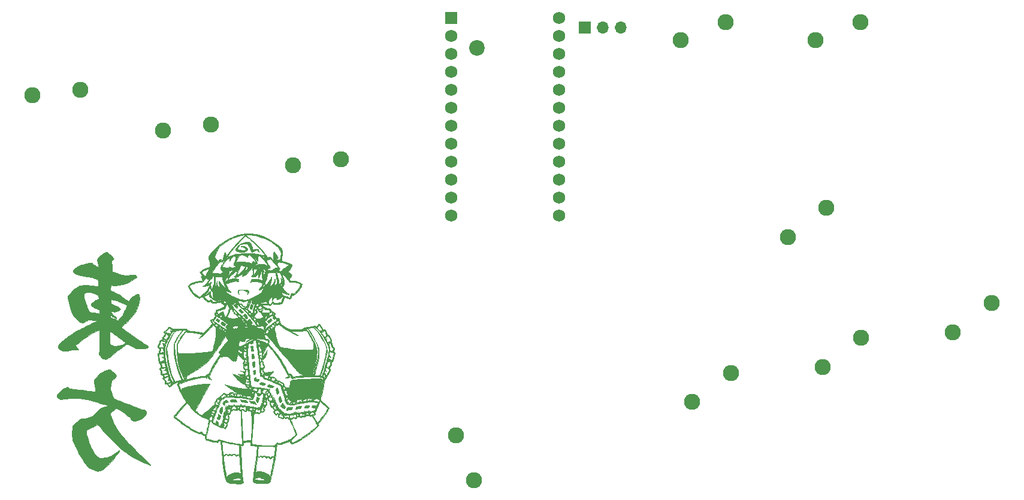
<source format=gbr>
%TF.GenerationSoftware,KiCad,Pcbnew,(5.1.10-1-10_14)*%
%TF.CreationDate,2021-08-10T17:18:57+02:00*%
%TF.ProjectId,project,70726f6a-6563-4742-9e6b-696361645f70,rev?*%
%TF.SameCoordinates,Original*%
%TF.FileFunction,Soldermask,Bot*%
%TF.FilePolarity,Negative*%
%FSLAX46Y46*%
G04 Gerber Fmt 4.6, Leading zero omitted, Abs format (unit mm)*
G04 Created by KiCad (PCBNEW (5.1.10-1-10_14)) date 2021-08-10 17:18:57*
%MOMM*%
%LPD*%
G01*
G04 APERTURE LIST*
%ADD10C,0.010000*%
%ADD11C,2.200000*%
%ADD12C,1.752600*%
%ADD13R,1.752600X1.752600*%
%ADD14C,2.286000*%
%ADD15O,1.700000X1.700000*%
%ADD16R,1.700000X1.700000*%
G04 APERTURE END LIST*
D10*
%TO.C,*%
G36*
X114105997Y-79202069D02*
G01*
X113703510Y-79245583D01*
X113686061Y-79248366D01*
X113088807Y-79382832D01*
X112477056Y-79592430D01*
X111862200Y-79871684D01*
X111255635Y-80215115D01*
X110668756Y-80617246D01*
X110397894Y-80829101D01*
X110184694Y-81011207D01*
X109959472Y-81217675D01*
X109734192Y-81436141D01*
X109520816Y-81654244D01*
X109331309Y-81859619D01*
X109177635Y-82039904D01*
X109071757Y-82182735D01*
X109045404Y-82226731D01*
X108989398Y-82345543D01*
X108955652Y-82462400D01*
X108944469Y-82593226D01*
X108956149Y-82753943D01*
X108990995Y-82960473D01*
X109049306Y-83228739D01*
X109065696Y-83299257D01*
X109116783Y-83526460D01*
X109140819Y-83687472D01*
X109130655Y-83798396D01*
X109079141Y-83875338D01*
X108979128Y-83934399D01*
X108823468Y-83991685D01*
X108747202Y-84016675D01*
X108330782Y-84177626D01*
X107995100Y-84363381D01*
X107797809Y-84517638D01*
X107712696Y-84600074D01*
X107682080Y-84654878D01*
X107697781Y-84711339D01*
X107729206Y-84763206D01*
X107811772Y-84877875D01*
X107907792Y-84991940D01*
X107907822Y-84991971D01*
X108013433Y-85105609D01*
X107923783Y-85219581D01*
X107834133Y-85333552D01*
X107948105Y-85542956D01*
X108016454Y-85686227D01*
X108033087Y-85785645D01*
X107990255Y-85850647D01*
X107880206Y-85890670D01*
X107695192Y-85915153D01*
X107638656Y-85919773D01*
X107231806Y-85977091D01*
X106846515Y-86090140D01*
X106502612Y-86241225D01*
X106292295Y-86350521D01*
X106153085Y-86442035D01*
X106078923Y-86532826D01*
X106063748Y-86639950D01*
X106101501Y-86780464D01*
X106186121Y-86971428D01*
X106218997Y-87039572D01*
X106434175Y-87414714D01*
X106689617Y-87727325D01*
X106999356Y-87991731D01*
X107377427Y-88222255D01*
X107377929Y-88222518D01*
X107617130Y-88347755D01*
X107716808Y-88254112D01*
X107831846Y-88176942D01*
X107945659Y-88134635D01*
X108027014Y-88126298D01*
X108085349Y-88152594D01*
X108145226Y-88229854D01*
X108183437Y-88292733D01*
X108357196Y-88530007D01*
X108562068Y-88715601D01*
X108739179Y-88816268D01*
X108869780Y-88853416D01*
X108990274Y-88859540D01*
X109076137Y-88836181D01*
X109103583Y-88793360D01*
X109126213Y-88751733D01*
X109182097Y-88768285D01*
X109253229Y-88833808D01*
X109294643Y-88891047D01*
X109357453Y-88968015D01*
X109439897Y-89016955D01*
X109554773Y-89038934D01*
X109714879Y-89035020D01*
X109933011Y-89006281D01*
X110169121Y-88963989D01*
X110356446Y-88929383D01*
X110510050Y-88903341D01*
X110612874Y-88888600D01*
X110647865Y-88887210D01*
X110673297Y-88930316D01*
X110705962Y-88991431D01*
X110774569Y-89060326D01*
X110830614Y-89062691D01*
X110906874Y-89078199D01*
X110957260Y-89151176D01*
X111029063Y-89238753D01*
X111095870Y-89259833D01*
X111159576Y-89272096D01*
X111168106Y-89291583D01*
X111142286Y-89349570D01*
X111101734Y-89448804D01*
X111096937Y-89460916D01*
X111036780Y-89563445D01*
X110955959Y-89598104D01*
X110943342Y-89598500D01*
X110841384Y-89629026D01*
X110788734Y-89674043D01*
X110725250Y-89719356D01*
X110601689Y-89777274D01*
X110439688Y-89838240D01*
X110354743Y-89865745D01*
X110187598Y-89918512D01*
X110053206Y-89963749D01*
X109970712Y-89994871D01*
X109954608Y-90003364D01*
X109942553Y-90056167D01*
X109942035Y-90155893D01*
X109942675Y-90166303D01*
X109937342Y-90270722D01*
X109894370Y-90320445D01*
X109866560Y-90330177D01*
X109805304Y-90369018D01*
X109782210Y-90457488D01*
X109780916Y-90501947D01*
X109792329Y-90637039D01*
X109819810Y-90753613D01*
X109820146Y-90754502D01*
X109820855Y-90856377D01*
X109772924Y-90985259D01*
X109692640Y-91116366D01*
X109596290Y-91224919D01*
X109500162Y-91286137D01*
X109466982Y-91291833D01*
X109360015Y-91318211D01*
X109269246Y-91370960D01*
X109210051Y-91427218D01*
X109192363Y-91485434D01*
X109210424Y-91578639D01*
X109224592Y-91627198D01*
X109270356Y-91741341D01*
X109321827Y-91816275D01*
X109338786Y-91827767D01*
X109393357Y-91871296D01*
X109399916Y-91892245D01*
X109372049Y-91955589D01*
X109294548Y-92068661D01*
X109176568Y-92220259D01*
X109027262Y-92399180D01*
X108855784Y-92594221D01*
X108671287Y-92794180D01*
X108613169Y-92855115D01*
X108226048Y-93257621D01*
X107384232Y-93119239D01*
X107108082Y-93074758D01*
X106842791Y-93033692D01*
X106606335Y-92998698D01*
X106416686Y-92972433D01*
X106291818Y-92957555D01*
X106288416Y-92957234D01*
X106133836Y-92936454D01*
X106032870Y-92901129D01*
X106005682Y-92879333D01*
X105801583Y-92879333D01*
X105766409Y-92931069D01*
X105718037Y-92942833D01*
X105650036Y-92977529D01*
X105547855Y-93073865D01*
X105419740Y-93220209D01*
X105273938Y-93404931D01*
X105118696Y-93616402D01*
X104962261Y-93842991D01*
X104812879Y-94073068D01*
X104678797Y-94295003D01*
X104568262Y-94497165D01*
X104489521Y-94667925D01*
X104483104Y-94684424D01*
X104435312Y-94876041D01*
X104407490Y-95137109D01*
X104398933Y-95454974D01*
X104408939Y-95816985D01*
X104436802Y-96210486D01*
X104481820Y-96622827D01*
X104543289Y-97041353D01*
X104620504Y-97453411D01*
X104642903Y-97557167D01*
X104709573Y-97832151D01*
X104789385Y-98120967D01*
X104878368Y-98412955D01*
X104972550Y-98697453D01*
X105067960Y-98963803D01*
X105160626Y-99201343D01*
X105246577Y-99399413D01*
X105321841Y-99547353D01*
X105382447Y-99634503D01*
X105423022Y-99651159D01*
X105450601Y-99592490D01*
X105445987Y-99527476D01*
X105447714Y-99446942D01*
X105514935Y-99390817D01*
X105532189Y-99382573D01*
X105602878Y-99354108D01*
X105628462Y-99368650D01*
X105621285Y-99443028D01*
X105612291Y-99491782D01*
X105569078Y-99660839D01*
X105511306Y-99760643D01*
X105429280Y-99806471D01*
X105410093Y-99810346D01*
X105324123Y-99816859D01*
X105259085Y-99794785D01*
X105201846Y-99730644D01*
X105139278Y-99610951D01*
X105077830Y-99469164D01*
X104961055Y-99176945D01*
X104837540Y-98844394D01*
X104715042Y-98494419D01*
X104601318Y-98149931D01*
X104504124Y-97833839D01*
X104431217Y-97569052D01*
X104422386Y-97533237D01*
X104373161Y-97308841D01*
X104322471Y-97042222D01*
X104273315Y-96753284D01*
X104228694Y-96461932D01*
X104191611Y-96188069D01*
X104165064Y-95951599D01*
X104152055Y-95772428D01*
X104151245Y-95734717D01*
X104141175Y-95608037D01*
X104116591Y-95515346D01*
X104103885Y-95495401D01*
X104080526Y-95425784D01*
X104069659Y-95282287D01*
X104072031Y-95074880D01*
X104072135Y-95072258D01*
X104079870Y-94928951D01*
X104094204Y-94804189D01*
X104120456Y-94686581D01*
X104163946Y-94564738D01*
X104229995Y-94427271D01*
X104323923Y-94262791D01*
X104451050Y-94059907D01*
X104616696Y-93807230D01*
X104771442Y-93575154D01*
X104944842Y-93321773D01*
X105093759Y-93115942D01*
X105212841Y-92964604D01*
X105286893Y-92885255D01*
X105137228Y-92885255D01*
X105129905Y-92931373D01*
X105080334Y-93017166D01*
X105045248Y-93065172D01*
X104919904Y-93234169D01*
X104773224Y-93444663D01*
X104617166Y-93678137D01*
X104463688Y-93916072D01*
X104324745Y-94139952D01*
X104212295Y-94331257D01*
X104141328Y-94465059D01*
X104092423Y-94569984D01*
X104057561Y-94658610D01*
X104034401Y-94748169D01*
X104020602Y-94855897D01*
X104013821Y-94999028D01*
X104011718Y-95194796D01*
X104011865Y-95417941D01*
X104038508Y-96088216D01*
X104117459Y-96758067D01*
X104251364Y-97439578D01*
X104442866Y-98144835D01*
X104694610Y-98885924D01*
X104869567Y-99337682D01*
X104946150Y-99531031D01*
X105008124Y-99694103D01*
X105050032Y-99812026D01*
X105066419Y-99869926D01*
X105066012Y-99873183D01*
X105022126Y-99890001D01*
X104917298Y-99923383D01*
X104772183Y-99967307D01*
X104607435Y-100015749D01*
X104443709Y-100062686D01*
X104301662Y-100102095D01*
X104201948Y-100127954D01*
X104169188Y-100134691D01*
X104137566Y-100099567D01*
X104081045Y-99999736D01*
X104006620Y-99848922D01*
X103921284Y-99660849D01*
X103885797Y-99578583D01*
X103789320Y-99343031D01*
X103696898Y-99102039D01*
X103618286Y-98882023D01*
X103563237Y-98709398D01*
X103558276Y-98691651D01*
X103487681Y-98409470D01*
X103411375Y-98063326D01*
X103333118Y-97673388D01*
X103256668Y-97259830D01*
X103185785Y-96842822D01*
X103124226Y-96442536D01*
X103084113Y-96147068D01*
X103050513Y-95876401D01*
X103027523Y-95673728D01*
X103014820Y-95523088D01*
X103012084Y-95408516D01*
X103018993Y-95314051D01*
X103035224Y-95223729D01*
X103060457Y-95121586D01*
X103063233Y-95110982D01*
X103142681Y-94869519D01*
X103263371Y-94580350D01*
X103414953Y-94262898D01*
X103587077Y-93936590D01*
X103769392Y-93620850D01*
X103951549Y-93335103D01*
X104123197Y-93098774D01*
X104158589Y-93055261D01*
X104303639Y-92944115D01*
X104369118Y-92923392D01*
X104150583Y-92923392D01*
X104127201Y-92968311D01*
X104064701Y-93063897D01*
X103974554Y-93192926D01*
X103930133Y-93254420D01*
X103812739Y-93427236D01*
X103679137Y-93642265D01*
X103550028Y-93865520D01*
X103488175Y-93980000D01*
X103309867Y-94332034D01*
X103167302Y-94645405D01*
X103058922Y-94933770D01*
X102983169Y-95210784D01*
X102938485Y-95490103D01*
X102923312Y-95785385D01*
X102936090Y-96110285D01*
X102975263Y-96478460D01*
X103039272Y-96903565D01*
X103109010Y-97303167D01*
X103250011Y-98002974D01*
X103406433Y-98634975D01*
X103576982Y-99194787D01*
X103760365Y-99678029D01*
X103894440Y-99965965D01*
X103958128Y-100102626D01*
X103975931Y-100181960D01*
X103947991Y-100217703D01*
X103897115Y-100224167D01*
X103837213Y-100199052D01*
X103768744Y-100116611D01*
X103768508Y-100116195D01*
X103479597Y-100116195D01*
X103475997Y-100164713D01*
X103432699Y-100199196D01*
X103332571Y-100229111D01*
X103240416Y-100248351D01*
X103064502Y-100281828D01*
X102956170Y-100299516D01*
X102900182Y-100303199D01*
X102881298Y-100294656D01*
X102880583Y-100290422D01*
X102893985Y-100241430D01*
X102920415Y-100167245D01*
X102935674Y-100101290D01*
X102915159Y-100042006D01*
X102846723Y-99967668D01*
X102772249Y-99902228D01*
X102670538Y-99807175D01*
X102602271Y-99727376D01*
X102584250Y-99689780D01*
X102622839Y-99647309D01*
X102729254Y-99589630D01*
X102889462Y-99523171D01*
X103089433Y-99454359D01*
X103116928Y-99445789D01*
X103197618Y-99456702D01*
X103257686Y-99520286D01*
X103278056Y-99604560D01*
X103249843Y-99668640D01*
X103227831Y-99708549D01*
X103263700Y-99717575D01*
X103287833Y-99736051D01*
X103238778Y-99790871D01*
X103229833Y-99798444D01*
X103150909Y-99876609D01*
X103147564Y-99916949D01*
X103219992Y-99920179D01*
X103260749Y-99913183D01*
X103368214Y-99914296D01*
X103437066Y-99977022D01*
X103478848Y-100112069D01*
X103479597Y-100116195D01*
X103768508Y-100116195D01*
X103683242Y-99966197D01*
X103667607Y-99935493D01*
X103538767Y-99647548D01*
X103404382Y-99287676D01*
X103397725Y-99267176D01*
X103142677Y-99267176D01*
X103125929Y-99313204D01*
X103056637Y-99351793D01*
X102969453Y-99384802D01*
X102835134Y-99432746D01*
X102755419Y-99450152D01*
X102704529Y-99433068D01*
X102656683Y-99377544D01*
X102624261Y-99331905D01*
X102572259Y-99238053D01*
X102563630Y-99173543D01*
X102568461Y-99166182D01*
X102628258Y-99141888D01*
X102743480Y-99116613D01*
X102843886Y-99101684D01*
X102979459Y-99087338D01*
X103054995Y-99091797D01*
X103094411Y-99122908D01*
X103121623Y-99188515D01*
X103123255Y-99193324D01*
X103142677Y-99267176D01*
X103397725Y-99267176D01*
X103278564Y-98900232D01*
X103023255Y-98900232D01*
X102988214Y-98922959D01*
X102892872Y-98952563D01*
X102760718Y-98983778D01*
X102615242Y-99011340D01*
X102479933Y-99029984D01*
X102425500Y-99034219D01*
X102369149Y-99028890D01*
X102340829Y-98991914D01*
X102331098Y-98902490D01*
X102330250Y-98824342D01*
X102316141Y-98659119D01*
X102264585Y-98530472D01*
X102218513Y-98463356D01*
X102155462Y-98369869D01*
X102127575Y-98306036D01*
X102129505Y-98294134D01*
X102179150Y-98277392D01*
X102291315Y-98252780D01*
X102444760Y-98224796D01*
X102498577Y-98215950D01*
X102668472Y-98189772D01*
X102773294Y-98179148D01*
X102831491Y-98185748D01*
X102861510Y-98211242D01*
X102879184Y-98250414D01*
X102889746Y-98312741D01*
X102852191Y-98359882D01*
X102750285Y-98412049D01*
X102748848Y-98412681D01*
X102629933Y-98471194D01*
X102592424Y-98506470D01*
X102636333Y-98518586D01*
X102761674Y-98507615D01*
X102764166Y-98507276D01*
X102872481Y-98494518D01*
X102909116Y-98500095D01*
X102886022Y-98529119D01*
X102861909Y-98549109D01*
X102806234Y-98598339D01*
X102820366Y-98614143D01*
X102873550Y-98615500D01*
X102929940Y-98625824D01*
X102968065Y-98668745D01*
X102997349Y-98762189D01*
X103023255Y-98900232D01*
X103278564Y-98900232D01*
X103268133Y-98868113D01*
X103133700Y-98401093D01*
X103038641Y-98030817D01*
X102796847Y-98030817D01*
X102759678Y-98080987D01*
X102669900Y-98099795D01*
X102530527Y-98104158D01*
X102409884Y-98103217D01*
X102354555Y-98088003D01*
X102345262Y-98047860D01*
X102353970Y-98006566D01*
X102349287Y-97888215D01*
X102293339Y-97737157D01*
X102291276Y-97733085D01*
X102238110Y-97619875D01*
X102206789Y-97535793D01*
X102203250Y-97516520D01*
X102242225Y-97491827D01*
X102346081Y-97476189D01*
X102450045Y-97472500D01*
X102696840Y-97472500D01*
X102760232Y-97767743D01*
X102793125Y-97932123D01*
X102796847Y-98030817D01*
X103038641Y-98030817D01*
X103004762Y-97898854D01*
X102885000Y-97373629D01*
X102869950Y-97302079D01*
X102668916Y-97302079D01*
X102653616Y-97360031D01*
X102592619Y-97384250D01*
X102513694Y-97387833D01*
X102418094Y-97384119D01*
X102375484Y-97374908D01*
X102376111Y-97372050D01*
X102422125Y-97344156D01*
X102512567Y-97295903D01*
X102531333Y-97286297D01*
X102621990Y-97243362D01*
X102660332Y-97242710D01*
X102668823Y-97286918D01*
X102668916Y-97302079D01*
X102869950Y-97302079D01*
X102856821Y-97239667D01*
X102808376Y-96968313D01*
X102622087Y-96968313D01*
X102620345Y-97045982D01*
X102619149Y-97050303D01*
X102574575Y-97089559D01*
X102472673Y-97147094D01*
X102335113Y-97210734D01*
X102329114Y-97213260D01*
X102055083Y-97328203D01*
X102003329Y-97135768D01*
X101965109Y-96966210D01*
X101935650Y-96788698D01*
X101931374Y-96752833D01*
X101910643Y-96580789D01*
X101885674Y-96403076D01*
X101881405Y-96375709D01*
X101851636Y-96189085D01*
X102118319Y-96216959D01*
X102276494Y-96231866D01*
X102413570Y-96241981D01*
X102484626Y-96244833D01*
X102546238Y-96253739D01*
X102575428Y-96295454D01*
X102583960Y-96392475D01*
X102584250Y-96435333D01*
X102579759Y-96552980D01*
X102558108Y-96608720D01*
X102507026Y-96625171D01*
X102480915Y-96625833D01*
X102391278Y-96641442D01*
X102351416Y-96668167D01*
X102367827Y-96698265D01*
X102449796Y-96710490D01*
X102452833Y-96710500D01*
X102541785Y-96721609D01*
X102586272Y-96771831D01*
X102607783Y-96856395D01*
X102622087Y-96968313D01*
X102808376Y-96968313D01*
X102801643Y-96930602D01*
X102762053Y-96604081D01*
X102735256Y-96233875D01*
X102728209Y-96075500D01*
X102541916Y-96075500D01*
X102506062Y-96108290D01*
X102446666Y-96117185D01*
X102384809Y-96110501D01*
X102400017Y-96085600D01*
X102414916Y-96075500D01*
X102502520Y-96036108D01*
X102540607Y-96061323D01*
X102541916Y-96075500D01*
X102728209Y-96075500D01*
X102725014Y-96003699D01*
X102722797Y-95935601D01*
X102545622Y-95935601D01*
X102385019Y-96001916D01*
X102237708Y-96051497D01*
X102142831Y-96049863D01*
X102082940Y-95993603D01*
X102058585Y-95938119D01*
X102040892Y-95842168D01*
X102078235Y-95761492D01*
X102112819Y-95721802D01*
X102179879Y-95621004D01*
X102180833Y-95514403D01*
X102179011Y-95506830D01*
X102165874Y-95436523D01*
X102186784Y-95405551D01*
X102261312Y-95401317D01*
X102335568Y-95406059D01*
X102520750Y-95419333D01*
X102545622Y-95935601D01*
X102722797Y-95935601D01*
X102716348Y-95737605D01*
X102714872Y-95520815D01*
X102724699Y-95337284D01*
X102749941Y-95170969D01*
X102794711Y-95005826D01*
X102863123Y-94825811D01*
X102959289Y-94614880D01*
X103020441Y-94491705D01*
X102791031Y-94491705D01*
X102787963Y-94536482D01*
X102758268Y-94624803D01*
X102755996Y-94630340D01*
X102714425Y-94709676D01*
X102658678Y-94739297D01*
X102556474Y-94734292D01*
X102538632Y-94731957D01*
X102424151Y-94729518D01*
X102374202Y-94752747D01*
X102395341Y-94789293D01*
X102488949Y-94825527D01*
X102565620Y-94850421D01*
X102568635Y-94878030D01*
X102534550Y-94906477D01*
X102487108Y-94951888D01*
X102511051Y-94987500D01*
X102529411Y-94999618D01*
X102572789Y-95057323D01*
X102568626Y-95160380D01*
X102565113Y-95177257D01*
X102535189Y-95313500D01*
X102199886Y-95313500D01*
X102027588Y-95310545D01*
X101924517Y-95299722D01*
X101875376Y-95278090D01*
X101864583Y-95249070D01*
X101881291Y-95180376D01*
X101925240Y-95060419D01*
X101987165Y-94914330D01*
X101991583Y-94904548D01*
X102055403Y-94747621D01*
X102101002Y-94604628D01*
X102118582Y-94506335D01*
X102118583Y-94505810D01*
X102129614Y-94412150D01*
X102153012Y-94365885D01*
X102205018Y-94365694D01*
X102313112Y-94380533D01*
X102451158Y-94405248D01*
X102593020Y-94434684D01*
X102712561Y-94463688D01*
X102783643Y-94487105D01*
X102791031Y-94491705D01*
X103020441Y-94491705D01*
X103087323Y-94356990D01*
X103110475Y-94311643D01*
X102877836Y-94311643D01*
X102850874Y-94355432D01*
X102789730Y-94367201D01*
X102676179Y-94353265D01*
X102537052Y-94317748D01*
X102480540Y-94298527D01*
X102429771Y-94273605D01*
X102440733Y-94243852D01*
X102509064Y-94195431D01*
X102592614Y-94149651D01*
X102661912Y-94150237D01*
X102750357Y-94189998D01*
X102851953Y-94255219D01*
X102877836Y-94311643D01*
X103110475Y-94311643D01*
X103207494Y-94121622D01*
X103385050Y-93789560D01*
X103445351Y-93686614D01*
X103219250Y-93686614D01*
X103199722Y-93736092D01*
X103148971Y-93835333D01*
X103090446Y-93940819D01*
X102961642Y-94165945D01*
X102762363Y-94081089D01*
X102634935Y-94020731D01*
X102535370Y-93962835D01*
X102505517Y-93939621D01*
X102479867Y-93897871D01*
X102513763Y-93863403D01*
X102595508Y-93829652D01*
X102684294Y-93788917D01*
X102737889Y-93730583D01*
X102774973Y-93628297D01*
X102793694Y-93550064D01*
X102831178Y-93422693D01*
X102872774Y-93341352D01*
X102897701Y-93323833D01*
X102948958Y-93354224D01*
X103028092Y-93429289D01*
X103113684Y-93524863D01*
X103184317Y-93616782D01*
X103218573Y-93680882D01*
X103219250Y-93686614D01*
X103445351Y-93686614D01*
X103554694Y-93499947D01*
X103574327Y-93469882D01*
X103346250Y-93469882D01*
X103326897Y-93540028D01*
X103274792Y-93535723D01*
X103217639Y-93480783D01*
X103165908Y-93410939D01*
X103150659Y-93378429D01*
X103201658Y-93376240D01*
X103277548Y-93406363D01*
X103336355Y-93449172D01*
X103346250Y-93469882D01*
X103574327Y-93469882D01*
X103711458Y-93259895D01*
X103850375Y-93076516D01*
X103966475Y-92956920D01*
X104054789Y-92908218D01*
X104055333Y-92908139D01*
X104129242Y-92908320D01*
X104150583Y-92923392D01*
X104369118Y-92923392D01*
X104448229Y-92898355D01*
X104465689Y-92895863D01*
X103763503Y-92895863D01*
X103709968Y-92933914D01*
X103610833Y-92944120D01*
X103513900Y-92947875D01*
X103491532Y-92961299D01*
X103533684Y-92990978D01*
X103536750Y-92992697D01*
X103609481Y-93034870D01*
X103636618Y-93052472D01*
X103624820Y-93090017D01*
X103579613Y-93164403D01*
X103521055Y-93246822D01*
X103469204Y-93308468D01*
X103447669Y-93323833D01*
X103400386Y-93314206D01*
X103291026Y-93288490D01*
X103139574Y-93251436D01*
X103069551Y-93233969D01*
X102909216Y-93190521D01*
X102785940Y-93150957D01*
X102718453Y-93121566D01*
X102711250Y-93113697D01*
X102745384Y-93078636D01*
X102833621Y-93019569D01*
X102923591Y-92967718D01*
X103102671Y-92842500D01*
X103218267Y-92690614D01*
X103222535Y-92682393D01*
X103278333Y-92580070D01*
X103318841Y-92541737D01*
X103365562Y-92555129D01*
X103401777Y-92580157D01*
X103500355Y-92650626D01*
X103618285Y-92733212D01*
X103631476Y-92742337D01*
X103737400Y-92831403D01*
X103763503Y-92895863D01*
X104465689Y-92895863D01*
X104594187Y-92877524D01*
X104759504Y-92864804D01*
X104919899Y-92860655D01*
X105051089Y-92865539D01*
X105128794Y-92879918D01*
X105137228Y-92885255D01*
X105286893Y-92885255D01*
X105296739Y-92874705D01*
X105327729Y-92853232D01*
X105449291Y-92823271D01*
X105582827Y-92813797D01*
X105702574Y-92823390D01*
X105782772Y-92850631D01*
X105801583Y-92879333D01*
X106005682Y-92879333D01*
X105954480Y-92838287D01*
X105924792Y-92805240D01*
X105890674Y-92764547D01*
X105859246Y-92732758D01*
X105820427Y-92708924D01*
X105764139Y-92692097D01*
X105680303Y-92681331D01*
X105558839Y-92675677D01*
X105389668Y-92674188D01*
X105162712Y-92675915D01*
X104867891Y-92679912D01*
X104628652Y-92683370D01*
X103857887Y-92694315D01*
X103605562Y-92516371D01*
X103447324Y-92413990D01*
X103335118Y-92371025D01*
X103253099Y-92389099D01*
X103185424Y-92469835D01*
X103138213Y-92564256D01*
X103011579Y-92746190D01*
X102857766Y-92871818D01*
X102697243Y-92989089D01*
X102611266Y-93081540D01*
X102595863Y-93156022D01*
X102647058Y-93219383D01*
X102653500Y-93223898D01*
X102706161Y-93265034D01*
X102722640Y-93309683D01*
X102704901Y-93385444D01*
X102671465Y-93476276D01*
X102570849Y-93654589D01*
X102464631Y-93748866D01*
X102358509Y-93836548D01*
X102336225Y-93920813D01*
X102394818Y-94002053D01*
X102435973Y-94050052D01*
X102416574Y-94101129D01*
X102388257Y-94134236D01*
X102292982Y-94193863D01*
X102199187Y-94212833D01*
X102106370Y-94225364D01*
X102047728Y-94275434D01*
X102007587Y-94381762D01*
X101989212Y-94463571D01*
X101956472Y-94576322D01*
X101898499Y-94733519D01*
X101827088Y-94903470D01*
X101817831Y-94923973D01*
X101742129Y-95105186D01*
X101712012Y-95231066D01*
X101729661Y-95318972D01*
X101797254Y-95386265D01*
X101881786Y-95433527D01*
X101988239Y-95505851D01*
X102016366Y-95589131D01*
X101969293Y-95698680D01*
X101943499Y-95735558D01*
X101882713Y-95831460D01*
X101874350Y-95899055D01*
X101897751Y-95949555D01*
X101941244Y-96028598D01*
X101927337Y-96066358D01*
X101844770Y-96092544D01*
X101843416Y-96092884D01*
X101794295Y-96109290D01*
X101761505Y-96138044D01*
X101744334Y-96191766D01*
X101742068Y-96283074D01*
X101753995Y-96424587D01*
X101779400Y-96628923D01*
X101803200Y-96804294D01*
X101838172Y-97057264D01*
X101864843Y-97239619D01*
X101886452Y-97364619D01*
X101906240Y-97445526D01*
X101927447Y-97495599D01*
X101953315Y-97528100D01*
X101986949Y-97556183D01*
X102067422Y-97651806D01*
X102135019Y-97786455D01*
X102176330Y-97925919D01*
X102177942Y-98035986D01*
X102176699Y-98040235D01*
X102119030Y-98137715D01*
X102070177Y-98183984D01*
X102000863Y-98274727D01*
X102010926Y-98390982D01*
X102076250Y-98500051D01*
X102131538Y-98601800D01*
X102157111Y-98741560D01*
X102160916Y-98857127D01*
X102174029Y-99042443D01*
X102216096Y-99155421D01*
X102291206Y-99204653D01*
X102328133Y-99208434D01*
X102391098Y-99242470D01*
X102459849Y-99325617D01*
X102469175Y-99341202D01*
X102515987Y-99434056D01*
X102517844Y-99491620D01*
X102475942Y-99549567D01*
X102430833Y-99633209D01*
X102446807Y-99728127D01*
X102528272Y-99846216D01*
X102622532Y-99945044D01*
X102718994Y-100047527D01*
X102761301Y-100122422D01*
X102761658Y-100194723D01*
X102755866Y-100218041D01*
X102737486Y-100343706D01*
X102776471Y-100412398D01*
X102880318Y-100435568D01*
X102898482Y-100435833D01*
X103012323Y-100455551D01*
X103076581Y-100524504D01*
X103080248Y-100532230D01*
X103137041Y-100629633D01*
X103217438Y-100737670D01*
X103301725Y-100833058D01*
X103370188Y-100892513D01*
X103392892Y-100901500D01*
X103438775Y-100873140D01*
X103526279Y-100797738D01*
X103638898Y-100689812D01*
X103674879Y-100653500D01*
X103806079Y-100530515D01*
X103938645Y-100435077D01*
X104052796Y-100377725D01*
X103610041Y-100377725D01*
X103595834Y-100453664D01*
X103541114Y-100546592D01*
X103467552Y-100629553D01*
X103396820Y-100675591D01*
X103369823Y-100676524D01*
X103321122Y-100633029D01*
X103257835Y-100544805D01*
X103246326Y-100525691D01*
X103199381Y-100432978D01*
X103183723Y-100375656D01*
X103185784Y-100370521D01*
X103235571Y-100353924D01*
X103339674Y-100333793D01*
X103398408Y-100324990D01*
X103519410Y-100313311D01*
X103581271Y-100325618D01*
X103607555Y-100367784D01*
X103610041Y-100377725D01*
X104052796Y-100377725D01*
X104091583Y-100358238D01*
X104283899Y-100291051D01*
X104534599Y-100224566D01*
X104637416Y-100200323D01*
X104764416Y-100171001D01*
X104616250Y-100274666D01*
X104516730Y-100359047D01*
X104476888Y-100443076D01*
X104473846Y-100508511D01*
X104499647Y-100634945D01*
X104564911Y-100820997D01*
X104663743Y-101054795D01*
X104790244Y-101324467D01*
X104938517Y-101618141D01*
X105102664Y-101923946D01*
X105276788Y-102230009D01*
X105454992Y-102524460D01*
X105546522Y-102667830D01*
X105788554Y-103039333D01*
X105147197Y-103695500D01*
X104871190Y-103982623D01*
X104623072Y-104250094D01*
X104408225Y-104491506D01*
X104232028Y-104700454D01*
X104099864Y-104870532D01*
X104017111Y-104995333D01*
X103989150Y-105068451D01*
X103989765Y-105073591D01*
X104030561Y-105133501D01*
X104129688Y-105235032D01*
X104277265Y-105369647D01*
X104463412Y-105528810D01*
X104678249Y-105703982D01*
X104911898Y-105886628D01*
X105060750Y-105999040D01*
X105370238Y-106223466D01*
X105690874Y-106444983D01*
X106013837Y-106658411D01*
X106330305Y-106858571D01*
X106631458Y-107040284D01*
X106908475Y-107198371D01*
X107152533Y-107327651D01*
X107354813Y-107422946D01*
X107506493Y-107479076D01*
X107598751Y-107490862D01*
X107600750Y-107490418D01*
X107715782Y-107459569D01*
X107772585Y-107442594D01*
X107848777Y-107442272D01*
X107903242Y-107510885D01*
X107907544Y-107520076D01*
X107968065Y-107596194D01*
X108082457Y-107657365D01*
X108193017Y-107694062D01*
X108430698Y-107763158D01*
X108417890Y-107998945D01*
X108415724Y-108106014D01*
X108427853Y-108193332D01*
X108462920Y-108265378D01*
X108529567Y-108326631D01*
X108636436Y-108381569D01*
X108792172Y-108434671D01*
X109005415Y-108490416D01*
X109284809Y-108553281D01*
X109626189Y-108625091D01*
X109825659Y-108663515D01*
X109998202Y-108691294D01*
X110125133Y-108705782D01*
X110187274Y-108704534D01*
X110249539Y-108652166D01*
X110312323Y-108559498D01*
X110312950Y-108558289D01*
X110361828Y-108477188D01*
X110410610Y-108460881D01*
X110494107Y-108496984D01*
X110612027Y-108557963D01*
X110685905Y-109396982D01*
X110757796Y-110175798D01*
X110831046Y-110896161D01*
X110905207Y-111555037D01*
X110979833Y-112149395D01*
X111054474Y-112676199D01*
X111128683Y-113132418D01*
X111202012Y-113515017D01*
X111274013Y-113820964D01*
X111344239Y-114047226D01*
X111387361Y-114147477D01*
X111475563Y-114280231D01*
X111593657Y-114374345D01*
X111759894Y-114440151D01*
X111987518Y-114487197D01*
X112156966Y-114507978D01*
X112371911Y-114525828D01*
X112613739Y-114540147D01*
X112863841Y-114550338D01*
X113103605Y-114555802D01*
X113314419Y-114555940D01*
X113477673Y-114550155D01*
X113573445Y-114538196D01*
X113693919Y-114502165D01*
X113764037Y-114458500D01*
X113794573Y-114386732D01*
X113796301Y-114266393D01*
X113785490Y-114135334D01*
X113769651Y-113958267D01*
X113547161Y-113958267D01*
X113495281Y-114008824D01*
X113363306Y-114043887D01*
X113347500Y-114046096D01*
X113214188Y-114065183D01*
X113110160Y-114082785D01*
X113082916Y-114088615D01*
X112999567Y-114095218D01*
X112858548Y-114093112D01*
X112686194Y-114084145D01*
X112508841Y-114070163D01*
X112352826Y-114053012D01*
X112244485Y-114034540D01*
X112223340Y-114028342D01*
X112173722Y-114004298D01*
X112179380Y-113977978D01*
X112249210Y-113935654D01*
X112300347Y-113909535D01*
X112624677Y-113786457D01*
X112944433Y-113743727D01*
X113252448Y-113781839D01*
X113404559Y-113833336D01*
X113517427Y-113897882D01*
X113547161Y-113958267D01*
X113769651Y-113958267D01*
X113695133Y-113125279D01*
X113679393Y-112931003D01*
X113458912Y-112931003D01*
X113457939Y-113018020D01*
X113439420Y-113056991D01*
X113399667Y-113060038D01*
X113334987Y-113039288D01*
X113284000Y-113020917D01*
X113093555Y-112980646D01*
X112839650Y-112972550D01*
X112761672Y-112975587D01*
X112555581Y-112992947D01*
X112388679Y-113028082D01*
X112217823Y-113092071D01*
X112105506Y-113144074D01*
X111930558Y-113234404D01*
X111761767Y-113331678D01*
X111632976Y-113416281D01*
X111623174Y-113423614D01*
X111521677Y-113494202D01*
X111448250Y-113532966D01*
X111427803Y-113535457D01*
X111404863Y-113486689D01*
X111381842Y-113386816D01*
X111377384Y-113359115D01*
X111361966Y-113260772D01*
X111335561Y-113098505D01*
X111301389Y-112891861D01*
X111262667Y-112660382D01*
X111246476Y-112564333D01*
X111192046Y-112230303D01*
X111141629Y-111898361D01*
X111096539Y-111579381D01*
X111058089Y-111284240D01*
X111027594Y-111023812D01*
X111006366Y-110808973D01*
X110995719Y-110650597D01*
X110996967Y-110559561D01*
X111002297Y-110542853D01*
X111053161Y-110541293D01*
X111091761Y-110572872D01*
X111157118Y-110630633D01*
X111208303Y-110613236D01*
X111254880Y-110532333D01*
X111325337Y-110445008D01*
X111419967Y-110438714D01*
X111538403Y-110513451D01*
X111559830Y-110533208D01*
X111671210Y-110639917D01*
X111748624Y-110554375D01*
X111850141Y-110481131D01*
X111961058Y-110484930D01*
X112085756Y-110559232D01*
X112200679Y-110649631D01*
X112322027Y-110516772D01*
X112405068Y-110434761D01*
X112466883Y-110408611D01*
X112537963Y-110427146D01*
X112550886Y-110432898D01*
X112657969Y-110507452D01*
X112724081Y-110582131D01*
X112789767Y-110682380D01*
X112933618Y-110572660D01*
X113035771Y-110504847D01*
X113108221Y-110489502D01*
X113164360Y-110509441D01*
X113203493Y-110533936D01*
X113233811Y-110567671D01*
X113257388Y-110622037D01*
X113276294Y-110708427D01*
X113292601Y-110838232D01*
X113308380Y-111022843D01*
X113325704Y-111273651D01*
X113337892Y-111463667D01*
X113356235Y-111737819D01*
X113376525Y-112016097D01*
X113396806Y-112273200D01*
X113415122Y-112483826D01*
X113422987Y-112564333D01*
X113446031Y-112783816D01*
X113458912Y-112931003D01*
X113679393Y-112931003D01*
X113616288Y-112152133D01*
X113549754Y-111227132D01*
X113500204Y-110424235D01*
X113273416Y-110424235D01*
X113123207Y-110400156D01*
X112996381Y-110396785D01*
X112919072Y-110441106D01*
X112916940Y-110443622D01*
X112869771Y-110494296D01*
X112826907Y-110503183D01*
X112760456Y-110467471D01*
X112694485Y-110421208D01*
X112532301Y-110343464D01*
X112382369Y-110348432D01*
X112261548Y-110422618D01*
X112189477Y-110481242D01*
X112143752Y-110481744D01*
X112110420Y-110449077D01*
X112028740Y-110404169D01*
X111905867Y-110385730D01*
X111781495Y-110395203D01*
X111695383Y-110433966D01*
X111640277Y-110458223D01*
X111569511Y-110414909D01*
X111567167Y-110412800D01*
X111455139Y-110352479D01*
X111336017Y-110348083D01*
X111241024Y-110398199D01*
X111219161Y-110428534D01*
X111157382Y-110491432D01*
X111080088Y-110486775D01*
X111001543Y-110459504D01*
X110973150Y-110445780D01*
X110959793Y-110396797D01*
X110942149Y-110278888D01*
X110921556Y-110107230D01*
X110899354Y-109897002D01*
X110876881Y-109663381D01*
X110855474Y-109421544D01*
X110836474Y-109186670D01*
X110821219Y-108973935D01*
X110811046Y-108798518D01*
X110807296Y-108675597D01*
X110811305Y-108620348D01*
X110812060Y-108619245D01*
X110857194Y-108622602D01*
X110969621Y-108643734D01*
X111134586Y-108679521D01*
X111337333Y-108726845D01*
X111443624Y-108752714D01*
X111728656Y-108819315D01*
X112050359Y-108888637D01*
X112369175Y-108952457D01*
X112644219Y-109002327D01*
X113231083Y-109100637D01*
X113240731Y-109244985D01*
X113245473Y-109344041D01*
X113251120Y-109504932D01*
X113256942Y-109704842D01*
X113261898Y-109906784D01*
X113273416Y-110424235D01*
X113500204Y-110424235D01*
X113496332Y-110361508D01*
X113456823Y-109566496D01*
X113452606Y-109465356D01*
X113440201Y-109160378D01*
X113631976Y-109147856D01*
X113737579Y-109138926D01*
X113797280Y-109116275D01*
X113825447Y-109059984D01*
X113831753Y-108996997D01*
X113687905Y-108996997D01*
X113374827Y-108967901D01*
X113201366Y-108948638D01*
X112976744Y-108919265D01*
X112733213Y-108884173D01*
X112553750Y-108856123D01*
X112017896Y-108758623D01*
X111503732Y-108645201D01*
X111034134Y-108521256D01*
X110723952Y-108424302D01*
X110333487Y-108291849D01*
X110213635Y-108406674D01*
X110115368Y-108481525D01*
X110025607Y-108519888D01*
X110011433Y-108521226D01*
X109931607Y-108511766D01*
X109792592Y-108486327D01*
X109611432Y-108448880D01*
X109405170Y-108403395D01*
X109190849Y-108353841D01*
X108985512Y-108304190D01*
X108806202Y-108258410D01*
X108669962Y-108220471D01*
X108593836Y-108194345D01*
X108584701Y-108188885D01*
X108572943Y-108154533D01*
X108573784Y-108082183D01*
X108588482Y-107964979D01*
X108618298Y-107796064D01*
X108664491Y-107568582D01*
X108728320Y-107275678D01*
X108811045Y-106910495D01*
X108852958Y-106728592D01*
X108926949Y-106408873D01*
X108984830Y-106162136D01*
X109029843Y-105978936D01*
X109065228Y-105849830D01*
X109094227Y-105765374D01*
X109114366Y-105727008D01*
X108940457Y-105727008D01*
X108918865Y-105896219D01*
X108872381Y-106131519D01*
X108804109Y-106422686D01*
X108744078Y-106669781D01*
X108687059Y-106910625D01*
X108638220Y-107122960D01*
X108602729Y-107284530D01*
X108593263Y-107330791D01*
X108559035Y-107466982D01*
X108521170Y-107560527D01*
X108491783Y-107590167D01*
X108424348Y-107577267D01*
X108310011Y-107544494D01*
X108243291Y-107522687D01*
X108128918Y-107474209D01*
X108057381Y-107425593D01*
X108045250Y-107403778D01*
X108021978Y-107330428D01*
X107988732Y-107275056D01*
X107947199Y-107231355D01*
X107892179Y-107218167D01*
X107797041Y-107233203D01*
X107720560Y-107252009D01*
X107606814Y-107278165D01*
X107520968Y-107282650D01*
X107433664Y-107260197D01*
X107315544Y-107205538D01*
X107237328Y-107165302D01*
X106814467Y-106935585D01*
X106367012Y-106674560D01*
X105934802Y-106405839D01*
X105738083Y-106276788D01*
X105538715Y-106139415D01*
X105316243Y-105979788D01*
X105084510Y-105808503D01*
X104857358Y-105636158D01*
X104648631Y-105473351D01*
X104472171Y-105330678D01*
X104341820Y-105218738D01*
X104286559Y-105165554D01*
X104189886Y-105062650D01*
X104525349Y-104643658D01*
X104666271Y-104473107D01*
X104831608Y-104281786D01*
X105011952Y-104079643D01*
X105197899Y-103876626D01*
X105380043Y-103682685D01*
X105548980Y-103507766D01*
X105695304Y-103361819D01*
X105809610Y-103254792D01*
X105882492Y-103196633D01*
X105900609Y-103188991D01*
X105943490Y-103221830D01*
X106024059Y-103310172D01*
X106130829Y-103440596D01*
X106252317Y-103599684D01*
X106253839Y-103601741D01*
X106493389Y-103917039D01*
X106695507Y-104164584D01*
X106858983Y-104343072D01*
X106982603Y-104451201D01*
X107065157Y-104487666D01*
X107076301Y-104486333D01*
X107150172Y-104501460D01*
X107226719Y-104591575D01*
X107236894Y-104608355D01*
X107338438Y-104718622D01*
X107522659Y-104845268D01*
X107789651Y-104988346D01*
X108139505Y-105147907D01*
X108468437Y-105283229D01*
X108660748Y-105360392D01*
X108788576Y-105416846D01*
X108866270Y-105462772D01*
X108908177Y-105508351D01*
X108928645Y-105563763D01*
X108938359Y-105616667D01*
X108940457Y-105727008D01*
X109114366Y-105727008D01*
X109120080Y-105716123D01*
X109146030Y-105692635D01*
X109175316Y-105685464D01*
X109211048Y-105685167D01*
X109292228Y-105704683D01*
X109316602Y-105776047D01*
X109316699Y-105780417D01*
X109336376Y-105838963D01*
X109400584Y-105910141D01*
X109519622Y-106003306D01*
X109687116Y-106116937D01*
X110017473Y-106320985D01*
X110296680Y-106466659D01*
X110531772Y-106557089D01*
X110729781Y-106595409D01*
X110765456Y-106597093D01*
X110914714Y-106613058D01*
X111024951Y-106664652D01*
X111095543Y-106724530D01*
X111180766Y-106798448D01*
X111230846Y-106815269D01*
X111263939Y-106785090D01*
X111299301Y-106704226D01*
X111304268Y-106674354D01*
X111339924Y-106624772D01*
X111380872Y-106606512D01*
X111431466Y-106556115D01*
X111482525Y-106446541D01*
X111525888Y-106302839D01*
X111553398Y-106150059D01*
X111556461Y-106099996D01*
X111472599Y-106099996D01*
X111450436Y-106198830D01*
X111410786Y-106309917D01*
X111364760Y-106402701D01*
X111323468Y-106446628D01*
X111319534Y-106447167D01*
X111263301Y-106482609D01*
X111217311Y-106560730D01*
X111174134Y-106674293D01*
X111071306Y-106571313D01*
X110996827Y-106465238D01*
X110993468Y-106373083D01*
X111038198Y-106298758D01*
X111085487Y-106277833D01*
X111128241Y-106266133D01*
X111101716Y-106227033D01*
X111061592Y-106146848D01*
X111050916Y-106073112D01*
X111056693Y-106011578D01*
X111088754Y-105985700D01*
X111169195Y-105986986D01*
X111248654Y-105997095D01*
X111369423Y-106016972D01*
X111450150Y-106036464D01*
X111466162Y-106043968D01*
X111472599Y-106099996D01*
X111556461Y-106099996D01*
X111558916Y-106059892D01*
X111579646Y-105975881D01*
X111632537Y-105855093D01*
X111671828Y-105782741D01*
X111739183Y-105651084D01*
X111752761Y-105583001D01*
X111643583Y-105583001D01*
X111626012Y-105630021D01*
X111581672Y-105724369D01*
X111557174Y-105773249D01*
X111470765Y-105942625D01*
X111313968Y-105854500D01*
X111199083Y-105854500D01*
X111197148Y-105893572D01*
X111182913Y-105896833D01*
X111123068Y-105865940D01*
X111114416Y-105854500D01*
X111116352Y-105815428D01*
X111130586Y-105812167D01*
X111190432Y-105843059D01*
X111199083Y-105854500D01*
X111313968Y-105854500D01*
X111300235Y-105846782D01*
X111196569Y-105782954D01*
X111151688Y-105728056D01*
X111148673Y-105653110D01*
X111157105Y-105601636D01*
X111183635Y-105493124D01*
X111212530Y-105423940D01*
X111216024Y-105419637D01*
X111265690Y-105419190D01*
X111361723Y-105445281D01*
X111475046Y-105486801D01*
X111576584Y-105532641D01*
X111637264Y-105571693D01*
X111643583Y-105583001D01*
X111752761Y-105583001D01*
X111756395Y-105564782D01*
X111742177Y-105522597D01*
X111726693Y-105446426D01*
X111768638Y-105338854D01*
X111781825Y-105315787D01*
X111834554Y-105189535D01*
X111833913Y-105172900D01*
X111744141Y-105172900D01*
X111712910Y-105252636D01*
X111697315Y-105285605D01*
X111654062Y-105366864D01*
X111608596Y-105404690D01*
X111538249Y-105402843D01*
X111420354Y-105365081D01*
X111357833Y-105341895D01*
X111290805Y-105298142D01*
X111266418Y-105222000D01*
X111282000Y-105095993D01*
X111305828Y-105002011D01*
X111368077Y-104871837D01*
X111443175Y-104822672D01*
X111559855Y-104798714D01*
X111614005Y-104816555D01*
X111622042Y-104887407D01*
X111614928Y-104939948D01*
X111607790Y-105042463D01*
X111638338Y-105093561D01*
X111679313Y-105111571D01*
X111733862Y-105134771D01*
X111744141Y-105172900D01*
X111833913Y-105172900D01*
X111830976Y-105096719D01*
X111772816Y-105052076D01*
X111750745Y-105050167D01*
X111698608Y-105034885D01*
X111691214Y-104978230D01*
X111726613Y-104863981D01*
X111727935Y-104860494D01*
X111786095Y-104776050D01*
X111843124Y-104762488D01*
X111893536Y-104747765D01*
X111943477Y-104676799D01*
X111951662Y-104657092D01*
X111555280Y-104657092D01*
X111536526Y-104698301D01*
X111474250Y-104711500D01*
X111405416Y-104696701D01*
X111389583Y-104676222D01*
X111420625Y-104613677D01*
X111497701Y-104612414D01*
X111499555Y-104613113D01*
X111555280Y-104657092D01*
X111951662Y-104657092D01*
X112001607Y-104536856D01*
X112007337Y-104521000D01*
X112079930Y-104352477D01*
X112148214Y-104265487D01*
X112177898Y-104252190D01*
X112268756Y-104212865D01*
X112344496Y-104157237D01*
X112418288Y-104105707D01*
X112472010Y-104118507D01*
X112483043Y-104128559D01*
X112552031Y-104158614D01*
X112673837Y-104180464D01*
X112767185Y-104187185D01*
X112911219Y-104185630D01*
X112997684Y-104165012D01*
X113052839Y-104118160D01*
X113061079Y-104106945D01*
X113108614Y-104048934D01*
X113135749Y-104059418D01*
X113150074Y-104091933D01*
X113206093Y-104156855D01*
X113304958Y-104217286D01*
X113314417Y-104221381D01*
X113450982Y-104278442D01*
X113480745Y-105119387D01*
X113492893Y-105433384D01*
X113508940Y-105804249D01*
X113528002Y-106214775D01*
X113549193Y-106647756D01*
X113571627Y-107085985D01*
X113594420Y-107512253D01*
X113616687Y-107909355D01*
X113637542Y-108260082D01*
X113656101Y-108547228D01*
X113659812Y-108600498D01*
X113687905Y-108996997D01*
X113831753Y-108996997D01*
X113836446Y-108950137D01*
X113840417Y-108858900D01*
X113846995Y-108810173D01*
X113871954Y-108775196D01*
X113930402Y-108747759D01*
X114037446Y-108721651D01*
X114208193Y-108690663D01*
X114278833Y-108678689D01*
X114502184Y-108640813D01*
X114654730Y-108618446D01*
X114749531Y-108615484D01*
X114799651Y-108635826D01*
X114818150Y-108683369D01*
X114818089Y-108762010D01*
X114813965Y-108838369D01*
X114812549Y-108994291D01*
X114830389Y-109084520D01*
X114873556Y-109126995D01*
X114915058Y-109137136D01*
X115240912Y-109180379D01*
X115486351Y-109219569D01*
X115655489Y-109255544D01*
X115752438Y-109289142D01*
X115780272Y-109313348D01*
X115781750Y-109372221D01*
X115772657Y-109503585D01*
X115754409Y-109696120D01*
X115728425Y-109938504D01*
X115696118Y-110219414D01*
X115658906Y-110527529D01*
X115618205Y-110851528D01*
X115575431Y-111180088D01*
X115532000Y-111501887D01*
X115489329Y-111805605D01*
X115448834Y-112079919D01*
X115411930Y-112313507D01*
X115386852Y-112458500D01*
X115342253Y-112730539D01*
X115298297Y-113047545D01*
X115260075Y-113369933D01*
X115232893Y-113655418D01*
X115214410Y-113901817D01*
X115204430Y-114077747D01*
X115203267Y-114197009D01*
X115211230Y-114273404D01*
X115228631Y-114320732D01*
X115248469Y-114345862D01*
X115343281Y-114397497D01*
X115506782Y-114441485D01*
X115723286Y-114477165D01*
X115977104Y-114503875D01*
X116252548Y-114520951D01*
X116533931Y-114527733D01*
X116805563Y-114523557D01*
X117051757Y-114507762D01*
X117256826Y-114479685D01*
X117405081Y-114438665D01*
X117408895Y-114437052D01*
X117459606Y-114414407D01*
X117501786Y-114388621D01*
X117538782Y-114350649D01*
X117573946Y-114291450D01*
X117610626Y-114201979D01*
X117652174Y-114073193D01*
X117665518Y-114025689D01*
X116850583Y-114025689D01*
X116811325Y-114045220D01*
X116705353Y-114058364D01*
X116550373Y-114065210D01*
X116364091Y-114065843D01*
X116164213Y-114060353D01*
X115968442Y-114048828D01*
X115794486Y-114031354D01*
X115719312Y-114020083D01*
X115572984Y-113991501D01*
X115493153Y-113964094D01*
X115462306Y-113928504D01*
X115461845Y-113882500D01*
X115492223Y-113820431D01*
X115574350Y-113766851D01*
X115714378Y-113714129D01*
X115873212Y-113669810D01*
X116000951Y-113658071D01*
X116143313Y-113675880D01*
X116180045Y-113683236D01*
X116319080Y-113723219D01*
X116474189Y-113784594D01*
X116624956Y-113856934D01*
X116750966Y-113929814D01*
X116831804Y-113992808D01*
X116850583Y-114025689D01*
X117665518Y-114025689D01*
X117701937Y-113896047D01*
X117763267Y-113661499D01*
X117839513Y-113360506D01*
X117906547Y-113093500D01*
X118092314Y-112277627D01*
X118252954Y-111418758D01*
X118323539Y-110945207D01*
X118109967Y-110945207D01*
X118096680Y-111083833D01*
X118069880Y-111279493D01*
X118031947Y-111519371D01*
X117985265Y-111790649D01*
X117932214Y-112080508D01*
X117875175Y-112376132D01*
X117816530Y-112664702D01*
X117758660Y-112933401D01*
X117703947Y-113169410D01*
X117654772Y-113359913D01*
X117630965Y-113440597D01*
X117608158Y-113472174D01*
X117563319Y-113457439D01*
X117482163Y-113389400D01*
X117435534Y-113344919D01*
X117308141Y-113240810D01*
X117138999Y-113127890D01*
X116964342Y-113030313D01*
X116961453Y-113028887D01*
X116592598Y-112882107D01*
X116240712Y-112815056D01*
X115898235Y-112826425D01*
X115842927Y-112835596D01*
X115703000Y-112859388D01*
X115601617Y-112872860D01*
X115561568Y-112873235D01*
X115563426Y-112828984D01*
X115574322Y-112714488D01*
X115592608Y-112543490D01*
X115616636Y-112329734D01*
X115644757Y-112086963D01*
X115675324Y-111828922D01*
X115706689Y-111569355D01*
X115737204Y-111322004D01*
X115765221Y-111100615D01*
X115789092Y-110918930D01*
X115807168Y-110790695D01*
X115817802Y-110729651D01*
X115818965Y-110726620D01*
X115857247Y-110737827D01*
X115911740Y-110779537D01*
X116003646Y-110841473D01*
X116070468Y-110826723D01*
X116123214Y-110744000D01*
X116178953Y-110665806D01*
X116232770Y-110638167D01*
X116300154Y-110668972D01*
X116376674Y-110743139D01*
X116377353Y-110744000D01*
X116459102Y-110828845D01*
X116527263Y-110839675D01*
X116605383Y-110778564D01*
X116617750Y-110765167D01*
X116722140Y-110690499D01*
X116822911Y-110700245D01*
X116918968Y-110794191D01*
X116940859Y-110828667D01*
X117010349Y-110934341D01*
X117063869Y-110969364D01*
X117121954Y-110939473D01*
X117168083Y-110892167D01*
X117279771Y-110818420D01*
X117396075Y-110822613D01*
X117496074Y-110903424D01*
X117502857Y-110913333D01*
X117569472Y-110989295D01*
X117627346Y-111019167D01*
X117691857Y-110990542D01*
X117774694Y-110920873D01*
X117781916Y-110913333D01*
X117886251Y-110836715D01*
X117993449Y-110809916D01*
X118078252Y-110835801D01*
X118107360Y-110876434D01*
X118109967Y-110945207D01*
X118323539Y-110945207D01*
X118381463Y-110556600D01*
X118436710Y-110087833D01*
X118470125Y-109772953D01*
X118496383Y-109531414D01*
X118516927Y-109354439D01*
X118329546Y-109354439D01*
X118320856Y-109467245D01*
X118304172Y-109630113D01*
X118281635Y-109826188D01*
X118255387Y-110038616D01*
X118227570Y-110250541D01*
X118200326Y-110445110D01*
X118175795Y-110605466D01*
X118156120Y-110714755D01*
X118144231Y-110755629D01*
X118098038Y-110752553D01*
X118069078Y-110730594D01*
X117968279Y-110684722D01*
X117840788Y-110705796D01*
X117739583Y-110765167D01*
X117645495Y-110831440D01*
X117592533Y-110842189D01*
X117560433Y-110800196D01*
X117556473Y-110790325D01*
X117494491Y-110732255D01*
X117383885Y-110699530D01*
X117258344Y-110697670D01*
X117162547Y-110725796D01*
X117081617Y-110756306D01*
X117018902Y-110730616D01*
X116975419Y-110687929D01*
X116859464Y-110614973D01*
X116723012Y-110599590D01*
X116600701Y-110643803D01*
X116576195Y-110664603D01*
X116521970Y-110706918D01*
X116472108Y-110695216D01*
X116411692Y-110643436D01*
X116297477Y-110566575D01*
X116196658Y-110571199D01*
X116097201Y-110658037D01*
X116093499Y-110662699D01*
X116007602Y-110771899D01*
X115917211Y-110687686D01*
X115826819Y-110603473D01*
X115901775Y-109932262D01*
X115976731Y-109261050D01*
X117143907Y-109276780D01*
X117449424Y-109281449D01*
X117726300Y-109286734D01*
X117963533Y-109292343D01*
X118150118Y-109297978D01*
X118275051Y-109303346D01*
X118327329Y-109308150D01*
X118328100Y-109308550D01*
X118329546Y-109354439D01*
X118516927Y-109354439D01*
X118517170Y-109352354D01*
X118534173Y-109224909D01*
X118549078Y-109138218D01*
X118563573Y-109081419D01*
X118579342Y-109043648D01*
X118598074Y-109014044D01*
X118604898Y-109004618D01*
X118658588Y-108952406D01*
X118723023Y-108960117D01*
X118763393Y-108980018D01*
X118817935Y-109000708D01*
X118887885Y-109005303D01*
X118989734Y-108991615D01*
X119139972Y-108957456D01*
X119348753Y-108902363D01*
X119575541Y-108836877D01*
X119805430Y-108764048D01*
X120007091Y-108694112D01*
X120117327Y-108651252D01*
X120401529Y-108531843D01*
X120463938Y-108687818D01*
X120527813Y-108825443D01*
X120596199Y-108901878D01*
X120689063Y-108924391D01*
X120826375Y-108900248D01*
X120947000Y-108863602D01*
X121201398Y-108761652D01*
X121505360Y-108607774D01*
X121848108Y-108409432D01*
X122218862Y-108174089D01*
X122606845Y-107909208D01*
X123001276Y-107622252D01*
X123391379Y-107320685D01*
X123766374Y-107011968D01*
X124115483Y-106703566D01*
X124253868Y-106573949D01*
X124523986Y-106315964D01*
X124515694Y-106300566D01*
X124296039Y-106300566D01*
X124294168Y-106315068D01*
X124246565Y-106376921D01*
X124139335Y-106480484D01*
X123981899Y-106618463D01*
X123783673Y-106783567D01*
X123554077Y-106968501D01*
X123302529Y-107165974D01*
X123038449Y-107368692D01*
X122771254Y-107569362D01*
X122510363Y-107760692D01*
X122265195Y-107935388D01*
X122045169Y-108086157D01*
X121859703Y-108205708D01*
X121826058Y-108226145D01*
X121620919Y-108343439D01*
X121404130Y-108457846D01*
X121192208Y-108561646D01*
X121001671Y-108647117D01*
X120849034Y-108706540D01*
X120750815Y-108732194D01*
X120742507Y-108732650D01*
X120683992Y-108697903D01*
X120619353Y-108610646D01*
X120602120Y-108577685D01*
X120527976Y-108422203D01*
X120668363Y-108315934D01*
X120762288Y-108237821D01*
X120893045Y-108120105D01*
X121037962Y-107983415D01*
X121096055Y-107926827D01*
X121383360Y-107643988D01*
X121355287Y-107568078D01*
X121195160Y-107568078D01*
X121173124Y-107628439D01*
X121113404Y-107705374D01*
X121005538Y-107813755D01*
X120918680Y-107895138D01*
X120720369Y-108064804D01*
X120512984Y-108210668D01*
X120280381Y-108341199D01*
X120006413Y-108464866D01*
X119674933Y-108590138D01*
X119442797Y-108669239D01*
X119209363Y-108745718D01*
X119041974Y-108797547D01*
X118926526Y-108827354D01*
X118848912Y-108837767D01*
X118795026Y-108831414D01*
X118750763Y-108810924D01*
X118735203Y-108801075D01*
X118653840Y-108752261D01*
X118609171Y-108733167D01*
X118573934Y-108764527D01*
X118507728Y-108844965D01*
X118456864Y-108913083D01*
X118364602Y-109022195D01*
X118273950Y-109100172D01*
X118234349Y-109120530D01*
X118147052Y-109132992D01*
X117990639Y-109142114D01*
X117780593Y-109147935D01*
X117532399Y-109150494D01*
X117261539Y-109149832D01*
X116983496Y-109145987D01*
X116713755Y-109138999D01*
X116467799Y-109128908D01*
X116261110Y-109115752D01*
X116257916Y-109115494D01*
X116009915Y-109091005D01*
X115742418Y-109057672D01*
X115495844Y-109020803D01*
X115379500Y-109000116D01*
X115197477Y-108964014D01*
X115082959Y-108935799D01*
X115020312Y-108907360D01*
X114993898Y-108870583D01*
X114988083Y-108817358D01*
X114988017Y-108797016D01*
X114991659Y-108727535D01*
X115002003Y-108583618D01*
X115018244Y-108375162D01*
X115039575Y-108112067D01*
X115065191Y-107804228D01*
X115094287Y-107461544D01*
X115126057Y-107093911D01*
X115134478Y-106997500D01*
X115168236Y-106608873D01*
X115173430Y-106548185D01*
X115022303Y-106548185D01*
X115019604Y-106830509D01*
X115010012Y-107090300D01*
X114993072Y-107348208D01*
X114969657Y-107611333D01*
X114945718Y-107850918D01*
X114923585Y-108061867D01*
X114904892Y-108229413D01*
X114891273Y-108338793D01*
X114885276Y-108374074D01*
X114838946Y-108398113D01*
X114732005Y-108418341D01*
X114601439Y-108429517D01*
X114402608Y-108446004D01*
X114188739Y-108474664D01*
X114077750Y-108494748D01*
X113939421Y-108519044D01*
X113835955Y-108528900D01*
X113794688Y-108523972D01*
X113786668Y-108478039D01*
X113775496Y-108356248D01*
X113761713Y-108167329D01*
X113745861Y-107920008D01*
X113728481Y-107623016D01*
X113710115Y-107285079D01*
X113691304Y-106914927D01*
X113678984Y-106658833D01*
X113660004Y-106260585D01*
X113641356Y-105878980D01*
X113623580Y-105524409D01*
X113607219Y-105207263D01*
X113592811Y-104937934D01*
X113580899Y-104726813D01*
X113572023Y-104584291D01*
X113568695Y-104539653D01*
X113559432Y-104329727D01*
X113574985Y-104194764D01*
X113616617Y-104128402D01*
X113652182Y-104118833D01*
X113714879Y-104138143D01*
X113824780Y-104188288D01*
X113933403Y-104245066D01*
X114058945Y-104311653D01*
X114154779Y-104357686D01*
X114195214Y-104372066D01*
X114232704Y-104337835D01*
X114268250Y-104267000D01*
X114327173Y-104188775D01*
X114406371Y-104161341D01*
X114475378Y-104190730D01*
X114494300Y-104222255D01*
X114553986Y-104266857D01*
X114684438Y-104293366D01*
X114721079Y-104296338D01*
X114924416Y-104309333D01*
X114951108Y-104542167D01*
X114959824Y-104649800D01*
X114969987Y-104827172D01*
X114980928Y-105059380D01*
X114991982Y-105331523D01*
X115002482Y-105628698D01*
X115008845Y-105833333D01*
X115018565Y-106222676D01*
X115022303Y-106548185D01*
X115173430Y-106548185D01*
X115200773Y-106228772D01*
X115231059Y-105869629D01*
X115258064Y-105543877D01*
X115280758Y-105263948D01*
X115298112Y-105042277D01*
X115309096Y-104891296D01*
X115309787Y-104880833D01*
X115325713Y-104681040D01*
X115344384Y-104514269D01*
X115363793Y-104389836D01*
X115381933Y-104317058D01*
X115396799Y-104305251D01*
X115406383Y-104363730D01*
X115408566Y-104422222D01*
X115424388Y-104539102D01*
X115476614Y-104593030D01*
X115580236Y-104592935D01*
X115662734Y-104573593D01*
X115771190Y-104553962D01*
X115834524Y-104575442D01*
X115857901Y-104601449D01*
X115919972Y-104658013D01*
X115953247Y-104669167D01*
X116019186Y-104647865D01*
X116123221Y-104595842D01*
X116234081Y-104530917D01*
X116320492Y-104470913D01*
X116347881Y-104444277D01*
X116403778Y-104425746D01*
X116468535Y-104436001D01*
X116546745Y-104439738D01*
X116588099Y-104416809D01*
X116257916Y-104416809D01*
X116223076Y-104450543D01*
X116141336Y-104492798D01*
X116046869Y-104527688D01*
X115995437Y-104538824D01*
X115952388Y-104510055D01*
X115929154Y-104476701D01*
X115889339Y-104437669D01*
X115816471Y-104432502D01*
X115715383Y-104451034D01*
X115604758Y-104473003D01*
X115553626Y-104465702D01*
X115539026Y-104419099D01*
X115538250Y-104373625D01*
X115547213Y-104237955D01*
X115253382Y-104237955D01*
X115224347Y-104675811D01*
X115205905Y-104921301D01*
X115186317Y-105125354D01*
X115166980Y-105276769D01*
X115149289Y-105364345D01*
X115136586Y-105380224D01*
X115130301Y-105335600D01*
X115120915Y-105223293D01*
X115109687Y-105060173D01*
X115097879Y-104863112D01*
X115097686Y-104859667D01*
X115086405Y-104644887D01*
X115082186Y-104498899D01*
X115086799Y-104405994D01*
X115102015Y-104350463D01*
X115129603Y-104316595D01*
X115161335Y-104294811D01*
X115253382Y-104237955D01*
X115547213Y-104237955D01*
X115549201Y-104207864D01*
X115119572Y-104207864D01*
X114873827Y-104195099D01*
X114628083Y-104182333D01*
X114634399Y-104044067D01*
X114636795Y-104017778D01*
X114458743Y-104017778D01*
X114407890Y-104034031D01*
X114396739Y-104034167D01*
X114335895Y-104016818D01*
X114328910Y-103996362D01*
X114183583Y-103996362D01*
X114180609Y-104128993D01*
X114172891Y-104219470D01*
X114164279Y-104245833D01*
X114120371Y-104226029D01*
X114026295Y-104174689D01*
X113929583Y-104118833D01*
X113759052Y-104029877D01*
X113636789Y-103996578D01*
X113549112Y-104016882D01*
X113506250Y-104055333D01*
X113426584Y-104111104D01*
X113349893Y-104106891D01*
X113313259Y-104064109D01*
X113307820Y-103989561D01*
X113320850Y-103874065D01*
X113326360Y-103845258D01*
X113358995Y-103734961D01*
X113410836Y-103682715D01*
X113470490Y-103668016D01*
X113252250Y-103668016D01*
X113234045Y-103749286D01*
X113191087Y-103845457D01*
X113140857Y-103923080D01*
X113105125Y-103949500D01*
X113034683Y-103979190D01*
X112998250Y-104013000D01*
X112945036Y-104065762D01*
X112924383Y-104076500D01*
X112928408Y-104050344D01*
X112951234Y-104018642D01*
X112981888Y-103945732D01*
X112874332Y-103945732D01*
X112741942Y-104014193D01*
X112648262Y-104056465D01*
X112589252Y-104054629D01*
X112527702Y-104008582D01*
X112467356Y-103962602D01*
X112415715Y-103965178D01*
X112337117Y-104019153D01*
X112330468Y-104024320D01*
X112246179Y-104085439D01*
X112193022Y-104115846D01*
X112190105Y-104116481D01*
X112178461Y-104079512D01*
X112177298Y-104054268D01*
X112013706Y-104054268D01*
X112007465Y-104094930D01*
X111979872Y-104188915D01*
X111939803Y-104310459D01*
X111896133Y-104433798D01*
X111857737Y-104533169D01*
X111833490Y-104582806D01*
X111831053Y-104584500D01*
X111785308Y-104570212D01*
X111689708Y-104534285D01*
X111644440Y-104516403D01*
X111519217Y-104447434D01*
X111474316Y-104374133D01*
X111474250Y-104371192D01*
X111485613Y-104321766D01*
X111535249Y-104314141D01*
X111611833Y-104331905D01*
X111749416Y-104369734D01*
X111630447Y-104272408D01*
X111550258Y-104190507D01*
X111531228Y-104111106D01*
X111539786Y-104062291D01*
X111587202Y-103973496D01*
X111641855Y-103949500D01*
X111716850Y-103961254D01*
X111828566Y-103989342D01*
X111938812Y-104023005D01*
X112009397Y-104051481D01*
X112013706Y-104054268D01*
X112177298Y-104054268D01*
X112173935Y-103981324D01*
X112176285Y-103875417D01*
X112179741Y-103800005D01*
X112066916Y-103800005D01*
X112049971Y-103900819D01*
X112006464Y-103925952D01*
X111947388Y-103875606D01*
X111916746Y-103820960D01*
X111766706Y-103820960D01*
X111738429Y-103859121D01*
X111685916Y-103864833D01*
X111617375Y-103851525D01*
X111601898Y-103833083D01*
X111623272Y-103773923D01*
X111644231Y-103737833D01*
X111684081Y-103695618D01*
X111721955Y-103729362D01*
X111727602Y-103737833D01*
X111766706Y-103820960D01*
X111916746Y-103820960D01*
X111903317Y-103797012D01*
X111864235Y-103702916D01*
X111870301Y-103662632D01*
X111930683Y-103653329D01*
X111961083Y-103653167D01*
X112032887Y-103664373D01*
X112062106Y-103714641D01*
X112066916Y-103800005D01*
X112179741Y-103800005D01*
X112187443Y-103632000D01*
X112384469Y-103618963D01*
X112530760Y-103620453D01*
X112636220Y-103658687D01*
X112731099Y-103749212D01*
X112790100Y-103827439D01*
X112874332Y-103945732D01*
X112981888Y-103945732D01*
X112989271Y-103928174D01*
X112992043Y-103881059D01*
X112988896Y-103748196D01*
X113017551Y-103678844D01*
X113030752Y-103674333D01*
X112871250Y-103674333D01*
X112850083Y-103695500D01*
X112828916Y-103674333D01*
X112850083Y-103653167D01*
X112871250Y-103674333D01*
X113030752Y-103674333D01*
X113088831Y-103654488D01*
X113125250Y-103653167D01*
X113214503Y-103657477D01*
X113252243Y-103667860D01*
X113252250Y-103668016D01*
X113470490Y-103668016D01*
X113484881Y-103664470D01*
X113609642Y-103677028D01*
X113668467Y-103724571D01*
X113720311Y-103771490D01*
X113747469Y-103748417D01*
X113799137Y-103712334D01*
X113898244Y-103695637D01*
X113908482Y-103695500D01*
X114051841Y-103703017D01*
X114134530Y-103737508D01*
X114172924Y-103816881D01*
X114183398Y-103959044D01*
X114183583Y-103996362D01*
X114328910Y-103996362D01*
X114312951Y-103949629D01*
X114311231Y-103896583D01*
X114316210Y-103817857D01*
X114335690Y-103802703D01*
X114378032Y-103855230D01*
X114440490Y-103960083D01*
X114458743Y-104017778D01*
X114636795Y-104017778D01*
X114647317Y-103902362D01*
X114673808Y-103843667D01*
X114564583Y-103843667D01*
X114544130Y-103900037D01*
X114526779Y-103907167D01*
X114480501Y-103873477D01*
X114464608Y-103843667D01*
X114471112Y-103789052D01*
X114502412Y-103780167D01*
X114557377Y-103814082D01*
X114564583Y-103843667D01*
X114673808Y-103843667D01*
X114680332Y-103829214D01*
X114749688Y-103808597D01*
X114859315Y-103822207D01*
X114977931Y-103845234D01*
X115039170Y-103873664D01*
X115068155Y-103931922D01*
X115090010Y-104044434D01*
X115090462Y-104046932D01*
X115119572Y-104207864D01*
X115549201Y-104207864D01*
X115551415Y-104174353D01*
X115589680Y-104058573D01*
X115463325Y-104058573D01*
X115432159Y-104140705D01*
X115371758Y-104155211D01*
X115281467Y-104117344D01*
X115223968Y-104058918D01*
X115200538Y-103983434D01*
X115215657Y-103923316D01*
X115252500Y-103907745D01*
X115393133Y-103928910D01*
X115459963Y-103989401D01*
X115463325Y-104058573D01*
X115589680Y-104058573D01*
X115592448Y-104050199D01*
X115663657Y-103995567D01*
X115695671Y-103991833D01*
X115791207Y-104022519D01*
X115822317Y-104076500D01*
X115858776Y-104146819D01*
X115899318Y-104154716D01*
X115919230Y-104095950D01*
X115919250Y-104093137D01*
X115944497Y-104045325D01*
X115986212Y-104050804D01*
X116066491Y-104073635D01*
X116091477Y-104076500D01*
X116127189Y-104111281D01*
X116176152Y-104195138D01*
X116223338Y-104297343D01*
X116253717Y-104387169D01*
X116257916Y-104416809D01*
X116588099Y-104416809D01*
X116633400Y-104391692D01*
X116706654Y-104326393D01*
X116812798Y-104204951D01*
X116846084Y-104111847D01*
X116809049Y-104036894D01*
X116783953Y-104015946D01*
X116741653Y-103967311D01*
X116750270Y-103898588D01*
X116769581Y-103852529D01*
X116824616Y-103770465D01*
X116880049Y-103737833D01*
X116930163Y-103700509D01*
X116938658Y-103686932D01*
X116714453Y-103686932D01*
X116710790Y-103743608D01*
X116666876Y-103847297D01*
X116665682Y-103849804D01*
X116620195Y-103952528D01*
X116612935Y-104008901D01*
X116643718Y-104048023D01*
X116664317Y-104063664D01*
X116709337Y-104105378D01*
X116703497Y-104148534D01*
X116642102Y-104221268D01*
X116637126Y-104226573D01*
X116543168Y-104302073D01*
X116450276Y-104312746D01*
X116428797Y-104308192D01*
X116335827Y-104269891D01*
X116290739Y-104231893D01*
X116261513Y-104155381D01*
X116302630Y-104100038D01*
X116339047Y-104078392D01*
X116398418Y-104014859D01*
X116460524Y-103900522D01*
X116490616Y-103822903D01*
X116537899Y-103691578D01*
X116576544Y-103628592D01*
X116621007Y-103620825D01*
X116679700Y-103651313D01*
X116714453Y-103686932D01*
X116938658Y-103686932D01*
X116991066Y-103603172D01*
X117052334Y-103467775D01*
X117103543Y-103316273D01*
X117126745Y-103218252D01*
X117130246Y-103122742D01*
X117052081Y-103122742D01*
X117043282Y-103163254D01*
X117009106Y-103258421D01*
X116971606Y-103351989D01*
X116880135Y-103572094D01*
X116873507Y-103565744D01*
X116670871Y-103565744D01*
X116665080Y-103568500D01*
X116626447Y-103538698D01*
X116617750Y-103526167D01*
X116606962Y-103486589D01*
X116612753Y-103483833D01*
X116651386Y-103513635D01*
X116660083Y-103526167D01*
X116670871Y-103565744D01*
X116873507Y-103565744D01*
X116762941Y-103459816D01*
X116684322Y-103367492D01*
X116661555Y-103274668D01*
X116669012Y-103193435D01*
X116692538Y-103082257D01*
X116720069Y-103009586D01*
X116724232Y-103003981D01*
X116774254Y-103002081D01*
X116866636Y-103028700D01*
X116969210Y-103072185D01*
X117049808Y-103120883D01*
X117052081Y-103122742D01*
X117130246Y-103122742D01*
X117131337Y-103093007D01*
X117090592Y-103024122D01*
X117056013Y-102946168D01*
X117065671Y-102829185D01*
X117112960Y-102701846D01*
X117157934Y-102638839D01*
X117007990Y-102638839D01*
X116994551Y-102707872D01*
X116967471Y-102806230D01*
X116946617Y-102861760D01*
X116893917Y-102886990D01*
X116823826Y-102866016D01*
X116778593Y-102812726D01*
X116777039Y-102806014D01*
X116795917Y-102702688D01*
X116892372Y-102630544D01*
X116926321Y-102618328D01*
X116992647Y-102605144D01*
X117007990Y-102638839D01*
X117157934Y-102638839D01*
X117189587Y-102594496D01*
X117216805Y-102570139D01*
X116635574Y-102570139D01*
X116627791Y-102625046D01*
X116613340Y-102625701D01*
X116603234Y-102569043D01*
X116609998Y-102544562D01*
X116628795Y-102528527D01*
X116635574Y-102570139D01*
X117216805Y-102570139D01*
X117242090Y-102547512D01*
X117266991Y-102557154D01*
X117279046Y-102635645D01*
X117282088Y-102671138D01*
X117300372Y-102777849D01*
X117345871Y-102828679D01*
X117418345Y-102848643D01*
X117492056Y-102868280D01*
X117530220Y-102909988D01*
X117546667Y-102997911D01*
X117551803Y-103081667D01*
X117573359Y-103248364D01*
X117616825Y-103435871D01*
X117645337Y-103526167D01*
X117696959Y-103658050D01*
X117741020Y-103726848D01*
X117793348Y-103750843D01*
X117839962Y-103751030D01*
X117919923Y-103757397D01*
X117948583Y-103809252D01*
X117951250Y-103864635D01*
X117965691Y-103955188D01*
X118025849Y-103992863D01*
X118067666Y-103999605D01*
X118164495Y-104041345D01*
X118198493Y-104122226D01*
X118164515Y-104219415D01*
X118126679Y-104261483D01*
X118083779Y-104305574D01*
X118072907Y-104348705D01*
X118098699Y-104412916D01*
X118165789Y-104520248D01*
X118188315Y-104554516D01*
X118264031Y-104674409D01*
X118316169Y-104766385D01*
X118332250Y-104805784D01*
X118362293Y-104837646D01*
X118437520Y-104823609D01*
X118535576Y-104768834D01*
X118554695Y-104754441D01*
X118634470Y-104701358D01*
X118683859Y-104703814D01*
X118711091Y-104730065D01*
X118740323Y-104819138D01*
X118734161Y-104930805D01*
X118724067Y-105001001D01*
X118734755Y-105052031D01*
X118780096Y-105098231D01*
X118873960Y-105153939D01*
X119023943Y-105230348D01*
X119217705Y-105322555D01*
X119351322Y-105372074D01*
X119436672Y-105380725D01*
X119485633Y-105350331D01*
X119505317Y-105304167D01*
X119531678Y-105238007D01*
X119574375Y-105229402D01*
X119653313Y-105278352D01*
X119686916Y-105304167D01*
X119795380Y-105373382D01*
X119872703Y-105375614D01*
X119940117Y-105310405D01*
X119948204Y-105298547D01*
X120024898Y-105238456D01*
X120111878Y-105237662D01*
X120177899Y-105289158D01*
X120194916Y-105353882D01*
X120214467Y-105416778D01*
X120258332Y-105415890D01*
X120329253Y-105429466D01*
X120381026Y-105485444D01*
X120413811Y-105551985D01*
X120471402Y-105683635D01*
X120548233Y-105866471D01*
X120638739Y-106086568D01*
X120737355Y-106330003D01*
X120838517Y-106582854D01*
X120936660Y-106831195D01*
X121026218Y-107061105D01*
X121101626Y-107258658D01*
X121157320Y-107409933D01*
X121187735Y-107501005D01*
X121189972Y-107509419D01*
X121195160Y-107568078D01*
X121355287Y-107568078D01*
X121291215Y-107394827D01*
X121243927Y-107271390D01*
X121171334Y-107087269D01*
X121080544Y-106859998D01*
X120978665Y-106607110D01*
X120872805Y-106346138D01*
X120770070Y-106094617D01*
X120677569Y-105870080D01*
X120602408Y-105690059D01*
X120559558Y-105589917D01*
X120517856Y-105489120D01*
X120514527Y-105443735D01*
X120553927Y-105431641D01*
X120590806Y-105431167D01*
X120694570Y-105405338D01*
X120803353Y-105343181D01*
X120803982Y-105342687D01*
X120897415Y-105284393D01*
X120984979Y-105281432D01*
X121048842Y-105300353D01*
X121207444Y-105342323D01*
X121302124Y-105333917D01*
X121337447Y-105274546D01*
X121337916Y-105262920D01*
X121375361Y-105181132D01*
X121461112Y-105115634D01*
X121547249Y-105079754D01*
X121630447Y-105075004D01*
X121746851Y-105101119D01*
X121788037Y-105113240D01*
X121920062Y-105147378D01*
X122004436Y-105150117D01*
X122071947Y-105121927D01*
X122078605Y-105117655D01*
X122203640Y-105079970D01*
X122386680Y-105082014D01*
X122519027Y-105090146D01*
X122586534Y-105079289D01*
X122607619Y-105045828D01*
X122607916Y-105038593D01*
X122645609Y-104993163D01*
X122740128Y-104953573D01*
X122863640Y-104924870D01*
X122988309Y-104912099D01*
X123086299Y-104920306D01*
X123126360Y-104944612D01*
X123195310Y-104981618D01*
X123316860Y-104980307D01*
X123475750Y-104960801D01*
X123798169Y-105460567D01*
X123969546Y-105727398D01*
X124098998Y-105932186D01*
X124191450Y-106083415D01*
X124251825Y-106189566D01*
X124285047Y-106259122D01*
X124296039Y-106300566D01*
X124515694Y-106300566D01*
X124447446Y-106173839D01*
X124370907Y-106031714D01*
X124721707Y-105657357D01*
X124926882Y-105421890D01*
X125145752Y-105142527D01*
X125362552Y-104841712D01*
X125561515Y-104541889D01*
X125726877Y-104265502D01*
X125807885Y-104111089D01*
X125905918Y-103909311D01*
X125761222Y-103909311D01*
X125639497Y-104141802D01*
X125478620Y-104418587D01*
X125271593Y-104728532D01*
X125035334Y-105048309D01*
X124786760Y-105354587D01*
X124637577Y-105523441D01*
X124489627Y-105683271D01*
X124387209Y-105787929D01*
X124319507Y-105845439D01*
X124275704Y-105863821D01*
X124244984Y-105851097D01*
X124225988Y-105828688D01*
X124178578Y-105762207D01*
X124095386Y-105644231D01*
X123989047Y-105492718D01*
X123895813Y-105359445D01*
X123786763Y-105200022D01*
X123698567Y-105064771D01*
X123641138Y-104969317D01*
X123623916Y-104930938D01*
X123661250Y-104900075D01*
X123754207Y-104871653D01*
X123787752Y-104865456D01*
X123941476Y-104823139D01*
X124015239Y-104756649D01*
X124012589Y-104699276D01*
X123861918Y-104699276D01*
X123807109Y-104724258D01*
X123698533Y-104757850D01*
X123565529Y-104792468D01*
X123437434Y-104820523D01*
X123343585Y-104834430D01*
X123338166Y-104834714D01*
X123265971Y-104819019D01*
X123243304Y-104748801D01*
X123242916Y-104729883D01*
X123246375Y-104701745D01*
X123022909Y-104701745D01*
X123014835Y-104742874D01*
X122952374Y-104760167D01*
X122914833Y-104765845D01*
X122769354Y-104785859D01*
X122689553Y-104785287D01*
X122657510Y-104756961D01*
X122655306Y-104693713D01*
X122658151Y-104663167D01*
X122670669Y-104607764D01*
X122518153Y-104607764D01*
X122505480Y-104726029D01*
X122503740Y-104737850D01*
X122483515Y-104859750D01*
X122466160Y-104940776D01*
X122459759Y-104958002D01*
X122414575Y-104957012D01*
X122320777Y-104936814D01*
X122302580Y-104931927D01*
X122186245Y-104913361D01*
X122099409Y-104942853D01*
X122063715Y-104969047D01*
X121948159Y-105023529D01*
X121848992Y-105000957D01*
X121783491Y-104908941D01*
X121774309Y-104865456D01*
X121609216Y-104865456D01*
X121562542Y-104925447D01*
X121540313Y-104941828D01*
X121431283Y-105001039D01*
X121366613Y-104989969D01*
X121358768Y-104965500D01*
X121253250Y-104965500D01*
X121250267Y-105107165D01*
X121236886Y-105183708D01*
X121206458Y-105214590D01*
X121166481Y-105219500D01*
X121066780Y-105200264D01*
X120958983Y-105157068D01*
X120872005Y-105119380D01*
X120819955Y-105133120D01*
X120769609Y-105199402D01*
X120712496Y-105264629D01*
X120633836Y-105295758D01*
X120503483Y-105304139D01*
X120491332Y-105304167D01*
X120281700Y-105304167D01*
X120308765Y-105166583D01*
X120343600Y-104998009D01*
X120372361Y-104905342D01*
X120273294Y-104905342D01*
X120264977Y-105007433D01*
X120261545Y-105027214D01*
X120238792Y-105122817D01*
X120200630Y-105160725D01*
X120118792Y-105158876D01*
X120066667Y-105150890D01*
X119951167Y-105140824D01*
X119891995Y-105162633D01*
X119873592Y-105193035D01*
X119843708Y-105247732D01*
X119802561Y-105250713D01*
X119731793Y-105197745D01*
X119678650Y-105148080D01*
X119600536Y-105048915D01*
X119561080Y-104951209D01*
X119559916Y-104936413D01*
X119568570Y-104858005D01*
X119608347Y-104844976D01*
X119684700Y-104879647D01*
X119794045Y-104898129D01*
X119975183Y-104875849D01*
X119998025Y-104871200D01*
X120131050Y-104848708D01*
X120228477Y-104842250D01*
X120262107Y-104849245D01*
X120273294Y-104905342D01*
X120372361Y-104905342D01*
X120375510Y-104895199D01*
X120417896Y-104840838D01*
X120484163Y-104817613D01*
X120523677Y-104814009D01*
X119442279Y-104814009D01*
X119441648Y-104966068D01*
X119439740Y-105003698D01*
X119427601Y-105148789D01*
X119401133Y-105230488D01*
X119345468Y-105254629D01*
X119245734Y-105227045D01*
X119087062Y-105153570D01*
X119074021Y-105147181D01*
X118951067Y-105079468D01*
X118866389Y-105018667D01*
X118840250Y-104983292D01*
X118866624Y-104926630D01*
X118934592Y-104832549D01*
X118999000Y-104756082D01*
X119118349Y-104643956D01*
X119210698Y-104599738D01*
X119268686Y-104623108D01*
X119284956Y-104713744D01*
X119278227Y-104768246D01*
X119254186Y-104902000D01*
X119325281Y-104806042D01*
X119386800Y-104738666D01*
X119424898Y-104739765D01*
X119442279Y-104814009D01*
X120523677Y-104814009D01*
X120586096Y-104808316D01*
X120709823Y-104806019D01*
X120775135Y-104825830D01*
X120807183Y-104876231D01*
X120809666Y-104883719D01*
X120842743Y-104947233D01*
X120872090Y-104927676D01*
X120889900Y-104853952D01*
X120940441Y-104782630D01*
X121057062Y-104733327D01*
X121179166Y-104715720D01*
X121220892Y-104725659D01*
X121243467Y-104773675D01*
X121252295Y-104877988D01*
X121253250Y-104965500D01*
X121358768Y-104965500D01*
X121339665Y-104905925D01*
X121337916Y-104859667D01*
X121345901Y-104759391D01*
X121381507Y-104718355D01*
X121442260Y-104711500D01*
X121544092Y-104743913D01*
X121590576Y-104793662D01*
X121609216Y-104865456D01*
X121774309Y-104865456D01*
X121768750Y-104839133D01*
X121768112Y-104726896D01*
X121789241Y-104690333D01*
X121676583Y-104690333D01*
X121655416Y-104711500D01*
X121634250Y-104690333D01*
X121655416Y-104669167D01*
X121676583Y-104690333D01*
X121789241Y-104690333D01*
X121806226Y-104660943D01*
X121901081Y-104621595D01*
X121983500Y-104604249D01*
X122086918Y-104590112D01*
X122132197Y-104606474D01*
X122143513Y-104664014D01*
X122143750Y-104675039D01*
X122145250Y-104775000D01*
X122202074Y-104672429D01*
X122258898Y-104569859D01*
X122320266Y-104763213D01*
X122368841Y-104666616D01*
X122427707Y-104585034D01*
X122475950Y-104550693D01*
X122509106Y-104554683D01*
X122518153Y-104607764D01*
X122670669Y-104607764D01*
X122679391Y-104569165D01*
X122736568Y-104527722D01*
X122810136Y-104515232D01*
X122912294Y-104516047D01*
X122967407Y-104559665D01*
X122990052Y-104608654D01*
X123022909Y-104701745D01*
X123246375Y-104701745D01*
X123260496Y-104586878D01*
X123277663Y-104563333D01*
X123158250Y-104563333D01*
X123140979Y-104648569D01*
X123101344Y-104664410D01*
X123057614Y-104603920D01*
X123056808Y-104601846D01*
X123049931Y-104513141D01*
X123095038Y-104461312D01*
X123118415Y-104457500D01*
X123148365Y-104493743D01*
X123158250Y-104563333D01*
X123277663Y-104563333D01*
X123322352Y-104502042D01*
X123442158Y-104463445D01*
X123555111Y-104457500D01*
X123689647Y-104462089D01*
X123766185Y-104482995D01*
X123811208Y-104530926D01*
X123830373Y-104568804D01*
X123860912Y-104654521D01*
X123861918Y-104699276D01*
X124012589Y-104699276D01*
X124010934Y-104663447D01*
X123980670Y-104606907D01*
X123935236Y-104524148D01*
X123941473Y-104473874D01*
X123969480Y-104445323D01*
X124011696Y-104384549D01*
X124072820Y-104265545D01*
X124142369Y-104109483D01*
X124173082Y-104034167D01*
X124255212Y-103834274D01*
X124287885Y-103759000D01*
X124004916Y-103759000D01*
X123983750Y-103780167D01*
X123962583Y-103759000D01*
X123983750Y-103737833D01*
X124004916Y-103759000D01*
X124287885Y-103759000D01*
X124324636Y-103674333D01*
X124047250Y-103674333D01*
X124026083Y-103695500D01*
X124004916Y-103674333D01*
X124026083Y-103653167D01*
X124047250Y-103674333D01*
X124324636Y-103674333D01*
X124344474Y-103628631D01*
X124424180Y-103455464D01*
X124438900Y-103425269D01*
X124499823Y-103285029D01*
X124536719Y-103165759D01*
X124540061Y-103123765D01*
X124336293Y-103123765D01*
X124333078Y-103172721D01*
X124296387Y-103270024D01*
X124257942Y-103348803D01*
X124153083Y-103547333D01*
X123941416Y-103534049D01*
X123803575Y-103522456D01*
X123693958Y-103508108D01*
X123661250Y-103501219D01*
X123593472Y-103521335D01*
X123539135Y-103611110D01*
X123508649Y-103705339D01*
X123506420Y-103760951D01*
X123507928Y-103762956D01*
X123559189Y-103779249D01*
X123667916Y-103797770D01*
X123767626Y-103809854D01*
X123911124Y-103830209D01*
X123983805Y-103865558D01*
X123995030Y-103933694D01*
X123954157Y-104052407D01*
X123927362Y-104113477D01*
X123849808Y-104286700D01*
X123312901Y-104306550D01*
X122995567Y-104324497D01*
X122621146Y-104357280D01*
X122183994Y-104405550D01*
X121678469Y-104469961D01*
X121098929Y-104551164D01*
X120745250Y-104603421D01*
X120422644Y-104650157D01*
X120170852Y-104681870D01*
X119977425Y-104698885D01*
X119829914Y-104701525D01*
X119715867Y-104690115D01*
X119622837Y-104664980D01*
X119553702Y-104634456D01*
X119449872Y-104570198D01*
X119389068Y-104526675D01*
X118925199Y-104526675D01*
X118899221Y-104644537D01*
X118855552Y-104705232D01*
X118798903Y-104684992D01*
X118749715Y-104623352D01*
X118691187Y-104535203D01*
X118579124Y-104623352D01*
X118492854Y-104683505D01*
X118434075Y-104710995D01*
X118431406Y-104711174D01*
X118391147Y-104677390D01*
X118329699Y-104592094D01*
X118297177Y-104538263D01*
X118239508Y-104430636D01*
X118223113Y-104366265D01*
X118244941Y-104316267D01*
X118270546Y-104286182D01*
X118360981Y-104217643D01*
X118480952Y-104161027D01*
X118486272Y-104159234D01*
X118583815Y-104134956D01*
X118658398Y-104148610D01*
X118747492Y-104209623D01*
X118774430Y-104231724D01*
X118891307Y-104371378D01*
X118925199Y-104526675D01*
X119389068Y-104526675D01*
X119321998Y-104478667D01*
X119051916Y-104478667D01*
X119030750Y-104499833D01*
X119009583Y-104478667D01*
X119030750Y-104457500D01*
X119051916Y-104478667D01*
X119321998Y-104478667D01*
X119304286Y-104465989D01*
X119138067Y-104338574D01*
X118972340Y-104204698D01*
X118828229Y-104081107D01*
X118726859Y-103984544D01*
X118709639Y-103965375D01*
X118701530Y-103952834D01*
X118476446Y-103952834D01*
X118469475Y-104020995D01*
X118408081Y-104063780D01*
X118329817Y-104084471D01*
X118277801Y-104043166D01*
X118256814Y-104007529D01*
X118187612Y-103932160D01*
X118119231Y-103907167D01*
X118052380Y-103877243D01*
X118033347Y-103804737D01*
X118060163Y-103715549D01*
X118130856Y-103635575D01*
X118140393Y-103628996D01*
X118244022Y-103579578D01*
X118317348Y-103598550D01*
X118376306Y-103692832D01*
X118394478Y-103739315D01*
X118438168Y-103856311D01*
X118473753Y-103946463D01*
X118476446Y-103952834D01*
X118701530Y-103952834D01*
X118648640Y-103871040D01*
X118590567Y-103748363D01*
X118586495Y-103737833D01*
X118524552Y-103585121D01*
X118439535Y-103388783D01*
X118239807Y-103388783D01*
X118192871Y-103437960D01*
X118073189Y-103509803D01*
X118066488Y-103513306D01*
X117937120Y-103577797D01*
X117860379Y-103599672D01*
X117814100Y-103576002D01*
X117776122Y-103503859D01*
X117763413Y-103473250D01*
X117713933Y-103333022D01*
X117678476Y-103202333D01*
X117650056Y-103068999D01*
X117866303Y-103054166D01*
X117997794Y-103052988D01*
X118094722Y-103066360D01*
X118122733Y-103079550D01*
X118161672Y-103169548D01*
X118128843Y-103269723D01*
X118067666Y-103331513D01*
X118007509Y-103378080D01*
X118013353Y-103391024D01*
X118093259Y-103378748D01*
X118110000Y-103375646D01*
X118212637Y-103366577D01*
X118239807Y-103388783D01*
X118439535Y-103388783D01*
X118433015Y-103373728D01*
X118319860Y-103120849D01*
X118217032Y-102896073D01*
X118034831Y-102896073D01*
X117985530Y-102930419D01*
X117951250Y-102933500D01*
X117882431Y-102917651D01*
X117866583Y-102895696D01*
X117900357Y-102849276D01*
X117967511Y-102825973D01*
X118010611Y-102837639D01*
X118034831Y-102896073D01*
X118217032Y-102896073D01*
X118193062Y-102843678D01*
X118105037Y-102654778D01*
X117958278Y-102654778D01*
X117818713Y-102768685D01*
X117722980Y-102837422D01*
X117664860Y-102850232D01*
X117635282Y-102828457D01*
X117563122Y-102778823D01*
X117475000Y-102747271D01*
X117402556Y-102721712D01*
X117368588Y-102672206D01*
X117358886Y-102572301D01*
X117358583Y-102530527D01*
X117358583Y-102489000D01*
X116892916Y-102489000D01*
X116871750Y-102510167D01*
X116850583Y-102489000D01*
X116871750Y-102467833D01*
X116892916Y-102489000D01*
X117358583Y-102489000D01*
X117358583Y-102340833D01*
X117583576Y-102340833D01*
X117716101Y-102344347D01*
X117792665Y-102364898D01*
X117841949Y-102417501D01*
X117883423Y-102497806D01*
X117958278Y-102654778D01*
X118105037Y-102654778D01*
X118060596Y-102559410D01*
X117930435Y-102285240D01*
X117905923Y-102234759D01*
X117736498Y-102234759D01*
X117714541Y-102289050D01*
X117629719Y-102286752D01*
X117602401Y-102277333D01*
X117358583Y-102277333D01*
X117337416Y-102298500D01*
X117316250Y-102277333D01*
X117337416Y-102256167D01*
X117358583Y-102277333D01*
X117602401Y-102277333D01*
X117563075Y-102263774D01*
X117518544Y-102236798D01*
X117527862Y-102195256D01*
X117571250Y-102138034D01*
X117628922Y-102073305D01*
X117662001Y-102072032D01*
X117694842Y-102124667D01*
X117736498Y-102234759D01*
X117905923Y-102234759D01*
X117810557Y-102038362D01*
X117758175Y-101934038D01*
X117562292Y-101934038D01*
X117526425Y-102022762D01*
X117496166Y-102067357D01*
X117422083Y-102169641D01*
X117380153Y-102119809D01*
X117177632Y-102119809D01*
X117176313Y-102311875D01*
X117162568Y-102372583D01*
X117134221Y-102446074D01*
X117091968Y-102457577D01*
X117015716Y-102408112D01*
X116985199Y-102383167D01*
X116681250Y-102383167D01*
X116665761Y-102418012D01*
X116653028Y-102411389D01*
X116647961Y-102361149D01*
X116653028Y-102354944D01*
X116678195Y-102360755D01*
X116681250Y-102383167D01*
X116985199Y-102383167D01*
X116983372Y-102381674D01*
X116921767Y-102317824D01*
X116900006Y-102244290D01*
X116909103Y-102126859D01*
X116911735Y-102108902D01*
X116933946Y-102008728D01*
X116648234Y-102008728D01*
X116635558Y-102118188D01*
X116606843Y-102268046D01*
X116594924Y-102320246D01*
X116557423Y-102489279D01*
X116529744Y-102634671D01*
X116516737Y-102730327D01*
X116516338Y-102743000D01*
X116517867Y-102827667D01*
X116554250Y-102743000D01*
X116582447Y-102684290D01*
X116591744Y-102705880D01*
X116593608Y-102749124D01*
X116582557Y-102832991D01*
X116551443Y-102967698D01*
X116508173Y-103125833D01*
X116460653Y-103279987D01*
X116416792Y-103402749D01*
X116387775Y-103462667D01*
X116356099Y-103524872D01*
X116309659Y-103635951D01*
X116282871Y-103706083D01*
X116230977Y-103821076D01*
X116180044Y-103893852D01*
X116156555Y-103907167D01*
X116092582Y-103897130D01*
X115971134Y-103870604D01*
X115816531Y-103832961D01*
X115789639Y-103826085D01*
X115107412Y-103674942D01*
X114395717Y-103562657D01*
X113679071Y-103491638D01*
X112981989Y-103464292D01*
X112328986Y-103483026D01*
X112309721Y-103484369D01*
X112022485Y-103505067D01*
X111807237Y-103525229D01*
X111651622Y-103551702D01*
X111543284Y-103591334D01*
X111469867Y-103650975D01*
X111419016Y-103737471D01*
X111378376Y-103857670D01*
X111335590Y-104018422D01*
X111333795Y-104025273D01*
X111182830Y-104608568D01*
X111040423Y-105175614D01*
X110894776Y-105773470D01*
X110877960Y-105843513D01*
X110824672Y-106056012D01*
X110775147Y-106235734D01*
X110733728Y-106368200D01*
X110704755Y-106438930D01*
X110697077Y-106446763D01*
X110679703Y-106411988D01*
X110689150Y-106330750D01*
X110719648Y-106205566D01*
X110740662Y-106119083D01*
X110742835Y-106046075D01*
X110720560Y-106023833D01*
X110687228Y-106061221D01*
X110656381Y-106154655D01*
X110648787Y-106192945D01*
X110617908Y-106323970D01*
X110570438Y-106381892D01*
X110487241Y-106378236D01*
X110396613Y-106344840D01*
X110291240Y-106285948D01*
X110251765Y-106211636D01*
X110270084Y-106098685D01*
X110290504Y-106040825D01*
X110310557Y-105961505D01*
X110290894Y-105894032D01*
X110220535Y-105808085D01*
X110197533Y-105784069D01*
X110096868Y-105686469D01*
X110035924Y-105650986D01*
X109999730Y-105675108D01*
X109975668Y-105746799D01*
X109939056Y-105870969D01*
X109908182Y-105959634D01*
X109866790Y-106068503D01*
X109694791Y-105980756D01*
X109585286Y-105914471D01*
X109511754Y-105850722D01*
X109498803Y-105830496D01*
X109504332Y-105772231D01*
X109533633Y-105652235D01*
X109581004Y-105488149D01*
X109640743Y-105297613D01*
X109707149Y-105098267D01*
X109725923Y-105045175D01*
X109519299Y-105045175D01*
X109445296Y-105284352D01*
X109385415Y-105448400D01*
X109320920Y-105544807D01*
X109235835Y-105589833D01*
X109135333Y-105599852D01*
X109060256Y-105592402D01*
X109027096Y-105552839D01*
X109019010Y-105457044D01*
X109018916Y-105433158D01*
X109043733Y-105235716D01*
X109112438Y-105089114D01*
X109216412Y-105002874D01*
X109347039Y-104986516D01*
X109408315Y-105002979D01*
X109519299Y-105045175D01*
X109725923Y-105045175D01*
X109774520Y-104907751D01*
X109837155Y-104743705D01*
X109839182Y-104739032D01*
X109635909Y-104739032D01*
X109634363Y-104743727D01*
X109612969Y-104838946D01*
X109611583Y-104863129D01*
X109579867Y-104914587D01*
X109484162Y-104912546D01*
X109335057Y-104861827D01*
X109226285Y-104806546D01*
X109194904Y-104754938D01*
X109235864Y-104691399D01*
X109269866Y-104660434D01*
X109341239Y-104617035D01*
X109426107Y-104616875D01*
X109504313Y-104637457D01*
X109611232Y-104685370D01*
X109635909Y-104739032D01*
X109839182Y-104739032D01*
X109887858Y-104626833D01*
X109915333Y-104567912D01*
X109950133Y-104488189D01*
X109997068Y-104376013D01*
X110026626Y-104303701D01*
X109810562Y-104303701D01*
X109804945Y-104346396D01*
X109776240Y-104435432D01*
X109772382Y-104445781D01*
X109730380Y-104532364D01*
X109672973Y-104562492D01*
X109572034Y-104555797D01*
X109454956Y-104537069D01*
X109370622Y-104519181D01*
X109365331Y-104517631D01*
X109326703Y-104465672D01*
X109322998Y-104383657D01*
X109335462Y-104317070D01*
X109367682Y-104283905D01*
X109441722Y-104274800D01*
X109567882Y-104279743D01*
X109697419Y-104288644D01*
X109786310Y-104298096D01*
X109810562Y-104303701D01*
X110026626Y-104303701D01*
X110060948Y-104219737D01*
X110146584Y-104007710D01*
X110254957Y-103737833D01*
X110329139Y-103555196D01*
X110332320Y-103547482D01*
X110116152Y-103547482D01*
X110081065Y-103579604D01*
X110069870Y-103578034D01*
X110049073Y-103593603D01*
X110057708Y-103613462D01*
X110060332Y-103678210D01*
X110032882Y-103786281D01*
X110013895Y-103836760D01*
X109959187Y-103970333D01*
X109912081Y-104087482D01*
X109902091Y-104112874D01*
X109853081Y-104185338D01*
X109774655Y-104188963D01*
X109769134Y-104187535D01*
X109657689Y-104166447D01*
X109598188Y-104161745D01*
X109535918Y-104133584D01*
X109524029Y-104065807D01*
X109555949Y-103981445D01*
X109625107Y-103903532D01*
X109681545Y-103869547D01*
X109809710Y-103775664D01*
X109890866Y-103642109D01*
X109907916Y-103547878D01*
X109944141Y-103503421D01*
X110014552Y-103497102D01*
X110092596Y-103517486D01*
X110116152Y-103547482D01*
X110332320Y-103547482D01*
X110421569Y-103331061D01*
X110517211Y-103101780D01*
X110561357Y-102997000D01*
X110659313Y-102765472D01*
X110473233Y-102765472D01*
X110453751Y-102839955D01*
X110374601Y-103003645D01*
X110284830Y-103085469D01*
X110206186Y-103091073D01*
X110137659Y-103088130D01*
X110119583Y-103106796D01*
X110146109Y-103145185D01*
X110151333Y-103145815D01*
X110212024Y-103166640D01*
X110238166Y-103181402D01*
X110265675Y-103239180D01*
X110249331Y-103321231D01*
X110204212Y-103394268D01*
X110145396Y-103425002D01*
X110129277Y-103421788D01*
X110041464Y-103393431D01*
X109967484Y-103373230D01*
X109893210Y-103335117D01*
X109867322Y-103253978D01*
X109866231Y-103214661D01*
X109882741Y-103077142D01*
X109939010Y-102996526D01*
X110002407Y-102963782D01*
X110062191Y-102900543D01*
X110101854Y-102773113D01*
X110103068Y-102765787D01*
X110131860Y-102650196D01*
X110181448Y-102603131D01*
X110269696Y-102617360D01*
X110364282Y-102660039D01*
X110450359Y-102711728D01*
X110473233Y-102765472D01*
X110659313Y-102765472D01*
X110740463Y-102573667D01*
X110886166Y-102584894D01*
X110990501Y-102582352D01*
X111047380Y-102539622D01*
X111054959Y-102523290D01*
X110585854Y-102523290D01*
X110561632Y-102562007D01*
X110503376Y-102572051D01*
X110418835Y-102551237D01*
X110354469Y-102512024D01*
X110349258Y-102505057D01*
X110369029Y-102479498D01*
X110448234Y-102467896D01*
X110455751Y-102467833D01*
X110556838Y-102482681D01*
X110585854Y-102523290D01*
X111054959Y-102523290D01*
X111078530Y-102472499D01*
X111110194Y-102404771D01*
X111155946Y-102365847D01*
X111238741Y-102345622D01*
X111381536Y-102333991D01*
X111394971Y-102333203D01*
X111570680Y-102328365D01*
X111811613Y-102329225D01*
X112098574Y-102335010D01*
X112412368Y-102344950D01*
X112733798Y-102358274D01*
X113043669Y-102374210D01*
X113322786Y-102391989D01*
X113551953Y-102410839D01*
X113676729Y-102424840D01*
X113868449Y-102453830D01*
X114109093Y-102494829D01*
X114364842Y-102541885D01*
X114556266Y-102579620D01*
X114802968Y-102626756D01*
X114976146Y-102651744D01*
X115083756Y-102655443D01*
X115130765Y-102641580D01*
X115162451Y-102585477D01*
X115192621Y-102508565D01*
X114984429Y-102508565D01*
X114969791Y-102546999D01*
X114934877Y-102541205D01*
X114869733Y-102521731D01*
X114747345Y-102489327D01*
X114592845Y-102450624D01*
X114575043Y-102446285D01*
X114268250Y-102371719D01*
X114268250Y-102224747D01*
X114268755Y-102217372D01*
X114177401Y-102217372D01*
X114157887Y-102273871D01*
X114100070Y-102334687D01*
X114010168Y-102321562D01*
X113987397Y-102308435D01*
X113937768Y-102244276D01*
X113918224Y-102192667D01*
X113902070Y-102140132D01*
X113894564Y-102166919D01*
X113892161Y-102206778D01*
X113865168Y-102276456D01*
X113815101Y-102281575D01*
X113782034Y-102235165D01*
X113668150Y-102235165D01*
X113638330Y-102254125D01*
X113576545Y-102256167D01*
X113475002Y-102216303D01*
X113420276Y-102139750D01*
X113379774Y-102063152D01*
X113360275Y-102058638D01*
X113347037Y-102118583D01*
X113328843Y-102173451D01*
X113283458Y-102202031D01*
X113188989Y-102212637D01*
X113096201Y-102213833D01*
X112963228Y-102211601D01*
X112897047Y-102199366D01*
X112879802Y-102168822D01*
X112891437Y-102118583D01*
X112923066Y-102000915D01*
X112936732Y-101938086D01*
X112828916Y-101938086D01*
X112804895Y-102056070D01*
X112745885Y-102135487D01*
X112671471Y-102167533D01*
X112601235Y-102143402D01*
X112585907Y-102115193D01*
X112464235Y-102115193D01*
X112454936Y-102160175D01*
X112402984Y-102171261D01*
X112378974Y-102171500D01*
X112275711Y-102139323D01*
X112170704Y-102058410D01*
X112167612Y-102055083D01*
X112060701Y-101938667D01*
X112085782Y-102055083D01*
X112093495Y-102139766D01*
X112057499Y-102169648D01*
X112029919Y-102171500D01*
X111952969Y-102147525D01*
X111921113Y-102068387D01*
X111921672Y-102058611D01*
X111812916Y-102058611D01*
X111788233Y-102170457D01*
X111723900Y-102215861D01*
X111634499Y-102193402D01*
X111632803Y-102191844D01*
X111485864Y-102191844D01*
X111236640Y-102234589D01*
X111094322Y-102263535D01*
X111015964Y-102295538D01*
X110981224Y-102341514D01*
X110973465Y-102375820D01*
X110947047Y-102446019D01*
X110889114Y-102445230D01*
X110888798Y-102445100D01*
X110782611Y-102406556D01*
X110744000Y-102394593D01*
X110681354Y-102360704D01*
X110669916Y-102339358D01*
X110656146Y-102273439D01*
X110644221Y-102238462D01*
X110647379Y-102184606D01*
X110705566Y-102171500D01*
X110787172Y-102138279D01*
X110881387Y-102053019D01*
X110905620Y-102023333D01*
X110987180Y-101932551D01*
X111058046Y-101880219D01*
X111076986Y-101875167D01*
X111138888Y-101901879D01*
X111236161Y-101970615D01*
X111310602Y-102033505D01*
X111485864Y-102191844D01*
X111632803Y-102191844D01*
X111534608Y-102101660D01*
X111523277Y-102086833D01*
X111429382Y-101959833D01*
X111621149Y-101959833D01*
X111739498Y-101964461D01*
X111795757Y-101986040D01*
X111812333Y-102036109D01*
X111812916Y-102058611D01*
X111921672Y-102058611D01*
X111929150Y-101928083D01*
X111953559Y-101832778D01*
X112007132Y-101795800D01*
X112084421Y-101790500D01*
X112193667Y-101776676D01*
X112266195Y-101743622D01*
X112314102Y-101730538D01*
X112362986Y-101790993D01*
X112415712Y-101929424D01*
X112439928Y-102012750D01*
X112464235Y-102115193D01*
X112585907Y-102115193D01*
X112556279Y-102060671D01*
X112538438Y-101978988D01*
X112552773Y-101937757D01*
X112618523Y-101913794D01*
X112691333Y-101897915D01*
X112786945Y-101885431D01*
X112824828Y-101908634D01*
X112828916Y-101938086D01*
X112936732Y-101938086D01*
X112943512Y-101906917D01*
X112984921Y-101812789D01*
X113051590Y-101796908D01*
X113125250Y-101854000D01*
X113206600Y-101898347D01*
X113340198Y-101917324D01*
X113355426Y-101917500D01*
X113473082Y-101925092D01*
X113541432Y-101961882D01*
X113595443Y-102048896D01*
X113604243Y-102067103D01*
X113655818Y-102179443D01*
X113668150Y-102235165D01*
X113782034Y-102235165D01*
X113773091Y-102222614D01*
X113768719Y-102204880D01*
X113787376Y-102127641D01*
X113847463Y-102047662D01*
X113897770Y-102016278D01*
X113746139Y-102016278D01*
X113740328Y-102041445D01*
X113717916Y-102044500D01*
X113683071Y-102029011D01*
X113689694Y-102016278D01*
X113739934Y-102011211D01*
X113746139Y-102016278D01*
X113897770Y-102016278D01*
X113918444Y-102003381D01*
X113929754Y-102002167D01*
X113970270Y-102037053D01*
X113993083Y-102086833D01*
X114049212Y-102155644D01*
X114101769Y-102171500D01*
X114169088Y-102178404D01*
X114177401Y-102217372D01*
X114268755Y-102217372D01*
X114274845Y-102128474D01*
X114302174Y-102098646D01*
X114342333Y-102108915D01*
X114510559Y-102159043D01*
X114633196Y-102151382D01*
X114667095Y-102131923D01*
X114711339Y-102115751D01*
X114763441Y-102149709D01*
X114838294Y-102244772D01*
X114857352Y-102272152D01*
X114946406Y-102415064D01*
X114984429Y-102508565D01*
X115192621Y-102508565D01*
X115209729Y-102464955D01*
X115266358Y-102297397D01*
X115273306Y-102274456D01*
X115080859Y-102274456D01*
X115064098Y-102325138D01*
X115034809Y-102314794D01*
X114984270Y-102253290D01*
X114926599Y-102155453D01*
X114904191Y-102076250D01*
X114908928Y-102058611D01*
X114127139Y-102058611D01*
X114121328Y-102083778D01*
X114098916Y-102086833D01*
X114064071Y-102071344D01*
X114070694Y-102058611D01*
X114120934Y-102053544D01*
X114127139Y-102058611D01*
X114908928Y-102058611D01*
X114921066Y-102013423D01*
X114940714Y-102002167D01*
X114996816Y-102038037D01*
X115049472Y-102122323D01*
X115080673Y-102220035D01*
X115080859Y-102274456D01*
X115273306Y-102274456D01*
X115326093Y-102100188D01*
X115329582Y-102087992D01*
X115353736Y-102008054D01*
X115157250Y-102008054D01*
X115124787Y-102018163D01*
X115051416Y-101994464D01*
X114973736Y-101947898D01*
X114945583Y-101911612D01*
X114978046Y-101901504D01*
X115051416Y-101925203D01*
X115129097Y-101971768D01*
X115157250Y-102008054D01*
X115353736Y-102008054D01*
X115387978Y-101894731D01*
X115442443Y-101735173D01*
X115487219Y-101624846D01*
X115514348Y-101582696D01*
X115278571Y-101582696D01*
X115264624Y-101661648D01*
X115238672Y-101739276D01*
X115186232Y-101831355D01*
X115125318Y-101840677D01*
X115060664Y-101768115D01*
X115028014Y-101700436D01*
X115001303Y-101582290D01*
X115039073Y-101518042D01*
X115139065Y-101510556D01*
X115172293Y-101517579D01*
X115250269Y-101542938D01*
X115278571Y-101582696D01*
X115514348Y-101582696D01*
X115516548Y-101579278D01*
X115518385Y-101578881D01*
X115561913Y-101614271D01*
X115607745Y-101700088D01*
X115609958Y-101705833D01*
X115676559Y-101808646D01*
X115745181Y-101832833D01*
X115804282Y-101845407D01*
X115816653Y-101899427D01*
X115807246Y-101958937D01*
X115800527Y-102053829D01*
X115842834Y-102105089D01*
X115887604Y-102125182D01*
X116028242Y-102170987D01*
X116112263Y-102173923D01*
X116157356Y-102131701D01*
X116171981Y-102088377D01*
X116235178Y-101990846D01*
X116301455Y-101959549D01*
X116400681Y-101903668D01*
X116454485Y-101836567D01*
X116503564Y-101738125D01*
X116556411Y-101838396D01*
X116607515Y-101921380D01*
X116642150Y-101960413D01*
X116648234Y-102008728D01*
X116933946Y-102008728D01*
X116944038Y-101963212D01*
X116987879Y-101898476D01*
X117047926Y-101911260D01*
X117104357Y-101967187D01*
X117177632Y-102119809D01*
X117380153Y-102119809D01*
X117324907Y-102054154D01*
X117229091Y-101940201D01*
X117141283Y-101835659D01*
X117083264Y-101773678D01*
X117029843Y-101754278D01*
X116948424Y-101772811D01*
X116878156Y-101798134D01*
X116766631Y-101835928D01*
X116699356Y-101837492D01*
X116641423Y-101796633D01*
X116595562Y-101748019D01*
X116489647Y-101632422D01*
X116588249Y-101415128D01*
X116645982Y-101296190D01*
X116700019Y-101229446D01*
X116773050Y-101206077D01*
X116887766Y-101217264D01*
X117025291Y-101245274D01*
X117246500Y-101292715D01*
X117037958Y-101476481D01*
X116924325Y-101584072D01*
X116878505Y-101644037D01*
X116897363Y-101654953D01*
X116977765Y-101615401D01*
X117116578Y-101523959D01*
X117126763Y-101516743D01*
X117237594Y-101440849D01*
X117316821Y-101392065D01*
X117344329Y-101381135D01*
X117339595Y-101424263D01*
X117315303Y-101522440D01*
X117293455Y-101598372D01*
X117256509Y-101739797D01*
X117250318Y-101811038D01*
X117273450Y-101808885D01*
X117324470Y-101730127D01*
X117339587Y-101701637D01*
X117411500Y-101562572D01*
X117489100Y-101708286D01*
X117550058Y-101839752D01*
X117562292Y-101934038D01*
X117758175Y-101934038D01*
X117708934Y-101835971D01*
X117669220Y-101760120D01*
X117578650Y-101586772D01*
X117506057Y-101440520D01*
X117459175Y-101337458D01*
X117445431Y-101294453D01*
X117412588Y-101259104D01*
X117311392Y-101213802D01*
X117283992Y-101204772D01*
X116567492Y-101204772D01*
X116566276Y-101249205D01*
X116521599Y-101339468D01*
X116521557Y-101339544D01*
X116448626Y-101473000D01*
X116434952Y-101331347D01*
X116430508Y-101230329D01*
X116437959Y-101173515D01*
X116439372Y-101171600D01*
X116488640Y-101168966D01*
X116525977Y-101179797D01*
X116567492Y-101204772D01*
X117283992Y-101204772D01*
X117166593Y-101166083D01*
X116300250Y-101166083D01*
X116300250Y-101790500D01*
X116135446Y-101790500D01*
X116009077Y-101774864D01*
X115947972Y-101731378D01*
X115947535Y-101730286D01*
X115891766Y-101688974D01*
X115832840Y-101694023D01*
X115740236Y-101689441D01*
X115703898Y-101658987D01*
X115669039Y-101578682D01*
X115704003Y-101542430D01*
X115771083Y-101536500D01*
X115849281Y-101520894D01*
X115874283Y-101461699D01*
X115804929Y-101461699D01*
X115491673Y-101430855D01*
X115338301Y-101413966D01*
X115221472Y-101397741D01*
X115163443Y-101385335D01*
X115161209Y-101384020D01*
X115166593Y-101339634D01*
X115200111Y-101245970D01*
X115220064Y-101199579D01*
X114987916Y-101199579D01*
X114957774Y-101229075D01*
X114913833Y-101218938D01*
X114821144Y-101185892D01*
X114702260Y-101148946D01*
X114702166Y-101148919D01*
X114605265Y-101114927D01*
X114572671Y-101073495D01*
X114587604Y-101033311D01*
X114432657Y-101033311D01*
X114398635Y-101109139D01*
X114362597Y-101137587D01*
X114289685Y-101151196D01*
X114163813Y-101151175D01*
X113986533Y-101140088D01*
X113713419Y-101114516D01*
X113443513Y-101078312D01*
X113160268Y-101028206D01*
X112847138Y-100960928D01*
X112487578Y-100873209D01*
X112065041Y-100761778D01*
X112045973Y-100756613D01*
X111792063Y-100688550D01*
X111567314Y-100629795D01*
X111383978Y-100583429D01*
X111254305Y-100552530D01*
X111190547Y-100540179D01*
X111186166Y-100540472D01*
X111216145Y-100566502D01*
X111307489Y-100632660D01*
X111450855Y-100732499D01*
X111636905Y-100859570D01*
X111856298Y-101007425D01*
X112043961Y-101132634D01*
X112282520Y-101293290D01*
X112494190Y-101439987D01*
X112669736Y-101565984D01*
X112799925Y-101664535D01*
X112875521Y-101728898D01*
X112890686Y-101750967D01*
X112837446Y-101774025D01*
X112729464Y-101788270D01*
X112659938Y-101790500D01*
X112530536Y-101784371D01*
X112461112Y-101759879D01*
X112427479Y-101707863D01*
X112425436Y-101701695D01*
X112388355Y-101639954D01*
X112316619Y-101635314D01*
X112285000Y-101642786D01*
X112164321Y-101662254D01*
X112022848Y-101669134D01*
X112012622Y-101668959D01*
X111900047Y-101676476D01*
X111839666Y-101716346D01*
X111812587Y-101770201D01*
X111781591Y-101829838D01*
X111731038Y-101861126D01*
X111637085Y-101872752D01*
X111528214Y-101873820D01*
X111357329Y-101860929D01*
X111232326Y-101827803D01*
X111201575Y-101810320D01*
X111083800Y-101753775D01*
X110978945Y-101777519D01*
X110878947Y-101883620D01*
X110871389Y-101895000D01*
X110771748Y-102006680D01*
X110662635Y-102066924D01*
X110659333Y-102067697D01*
X110573369Y-102104183D01*
X110544247Y-102180229D01*
X110542916Y-102217197D01*
X110532201Y-102304542D01*
X110482183Y-102336970D01*
X110414588Y-102340833D01*
X110310763Y-102360693D01*
X110261892Y-102404333D01*
X110204990Y-102454596D01*
X110141246Y-102467833D01*
X110076645Y-102483191D01*
X110032953Y-102542889D01*
X109996794Y-102659148D01*
X109948989Y-102795396D01*
X109886829Y-102907863D01*
X109864769Y-102934314D01*
X109801799Y-103039465D01*
X109780916Y-103141704D01*
X109774411Y-103247670D01*
X109746482Y-103333490D01*
X109684509Y-103417310D01*
X109575874Y-103517276D01*
X109448327Y-103619937D01*
X109222915Y-103799756D01*
X108970963Y-104005314D01*
X108713204Y-104219322D01*
X108470372Y-104424494D01*
X108263202Y-104603542D01*
X108179422Y-104677910D01*
X108065854Y-104777427D01*
X107977742Y-104849793D01*
X107932709Y-104880593D01*
X107931347Y-104880833D01*
X107885380Y-104862362D01*
X107786505Y-104813956D01*
X107657153Y-104746635D01*
X107492171Y-104645895D01*
X107390883Y-104549146D01*
X107346470Y-104471468D01*
X107278913Y-104364308D01*
X107180818Y-104323667D01*
X107081600Y-104327470D01*
X107021154Y-104300546D01*
X107004960Y-104274127D01*
X107021633Y-104229861D01*
X107075277Y-104120592D01*
X107161109Y-103954966D01*
X107274345Y-103741635D01*
X107410201Y-103489246D01*
X107563892Y-103206451D01*
X107730636Y-102901897D01*
X107905647Y-102584234D01*
X108084144Y-102262112D01*
X108261340Y-101944180D01*
X108432453Y-101639087D01*
X108592699Y-101355482D01*
X108737294Y-101102016D01*
X108861454Y-100887337D01*
X108960394Y-100720094D01*
X109029332Y-100608938D01*
X109045292Y-100585164D01*
X109090948Y-100504751D01*
X109103583Y-100462166D01*
X109063813Y-100447688D01*
X108953979Y-100440636D01*
X108788293Y-100440330D01*
X108580969Y-100446090D01*
X108346221Y-100457237D01*
X108098262Y-100473090D01*
X107851305Y-100492971D01*
X107619564Y-100516200D01*
X107417251Y-100542096D01*
X107410250Y-100543137D01*
X107169218Y-100582996D01*
X106898988Y-100634124D01*
X106611301Y-100693632D01*
X106317894Y-100758627D01*
X106030508Y-100826218D01*
X105760880Y-100893514D01*
X105520751Y-100957624D01*
X105321860Y-101015657D01*
X105175945Y-101064721D01*
X105094745Y-101101926D01*
X105081916Y-101116574D01*
X105098378Y-101165032D01*
X105143466Y-101275314D01*
X105210740Y-101432180D01*
X105293756Y-101620394D01*
X105314750Y-101667296D01*
X105400402Y-101859865D01*
X105471853Y-102023827D01*
X105522688Y-102144213D01*
X105546495Y-102206051D01*
X105547474Y-102210514D01*
X105527611Y-102189830D01*
X105475367Y-102112494D01*
X105401592Y-101994655D01*
X105393287Y-101981000D01*
X105304390Y-101827821D01*
X105200503Y-101638353D01*
X105088861Y-101427040D01*
X104976696Y-101208329D01*
X104871243Y-100996665D01*
X104779735Y-100806494D01*
X104709407Y-100652261D01*
X104667492Y-100548414D01*
X104658906Y-100514446D01*
X104693250Y-100441915D01*
X104732666Y-100415486D01*
X105413991Y-100164960D01*
X106108468Y-99947266D01*
X106797410Y-99767173D01*
X107462130Y-99629449D01*
X108083940Y-99538866D01*
X108222135Y-99524906D01*
X108547186Y-99495121D01*
X108561661Y-99637394D01*
X108571102Y-99710277D01*
X108584098Y-99726807D01*
X108607728Y-99679326D01*
X108649068Y-99560179D01*
X108658095Y-99533064D01*
X108714398Y-99394422D01*
X108776376Y-99287681D01*
X108819611Y-99243885D01*
X108894771Y-99214919D01*
X108914019Y-99242574D01*
X108879621Y-99331906D01*
X108868706Y-99353388D01*
X108830465Y-99450074D01*
X108842933Y-99517444D01*
X108859717Y-99541954D01*
X108955867Y-99644831D01*
X109082965Y-99736664D01*
X109204529Y-99805553D01*
X109368974Y-99893032D01*
X109185793Y-99675790D01*
X109002613Y-99458549D01*
X109084191Y-99216941D01*
X109164472Y-99012536D01*
X109283750Y-98752950D01*
X109433699Y-98453210D01*
X109605997Y-98128345D01*
X109792321Y-97793382D01*
X109984347Y-97463350D01*
X110173751Y-97153276D01*
X110352209Y-96878189D01*
X110483090Y-96691242D01*
X110518365Y-96655703D01*
X110573289Y-96630771D01*
X110663308Y-96613785D01*
X110803864Y-96602083D01*
X111010400Y-96593001D01*
X111063543Y-96591180D01*
X111252889Y-96583853D01*
X111394557Y-96580991D01*
X111504524Y-96589447D01*
X111598767Y-96616075D01*
X111693264Y-96667728D01*
X111803992Y-96751262D01*
X111946928Y-96873528D01*
X112138049Y-97041381D01*
X112162166Y-97062457D01*
X112297328Y-97179023D01*
X112381414Y-97245070D01*
X112426493Y-97266479D01*
X112444637Y-97249131D01*
X112447916Y-97201693D01*
X112462396Y-97112584D01*
X112507695Y-97100798D01*
X112586600Y-97165855D01*
X112596083Y-97176167D01*
X112670615Y-97239644D01*
X112722947Y-97260833D01*
X112753774Y-97221434D01*
X112794388Y-97112491D01*
X112840135Y-96947887D01*
X112858502Y-96869250D01*
X112656241Y-96869250D01*
X112653995Y-96943666D01*
X112646721Y-96964500D01*
X112613369Y-96936180D01*
X112542078Y-96863714D01*
X112487971Y-96805839D01*
X112407993Y-96718105D01*
X112384532Y-96688846D01*
X112416419Y-96714559D01*
X112474992Y-96766947D01*
X112566668Y-96838650D01*
X112617176Y-96847890D01*
X112630399Y-96830358D01*
X112648353Y-96820393D01*
X112656241Y-96869250D01*
X112858502Y-96869250D01*
X112868390Y-96826917D01*
X112903533Y-96668167D01*
X112695232Y-96668167D01*
X112688580Y-96728264D01*
X112673880Y-96721083D01*
X112668289Y-96634412D01*
X112673880Y-96615250D01*
X112689331Y-96609932D01*
X112695232Y-96668167D01*
X112903533Y-96668167D01*
X112910094Y-96638533D01*
X112946836Y-96475642D01*
X112961100Y-96414167D01*
X112737566Y-96414167D01*
X112730913Y-96474264D01*
X112716213Y-96467083D01*
X112710622Y-96380412D01*
X112716213Y-96361250D01*
X112731665Y-96355932D01*
X112737566Y-96414167D01*
X112961100Y-96414167D01*
X112973779Y-96359526D01*
X112984125Y-96317808D01*
X113004630Y-96297646D01*
X113051652Y-96314778D01*
X113133587Y-96375278D01*
X113258830Y-96485217D01*
X113408410Y-96624724D01*
X113561379Y-96766928D01*
X113693694Y-96885129D01*
X113792732Y-96968399D01*
X113845875Y-97005811D01*
X113849705Y-97006833D01*
X113879180Y-97042533D01*
X113887472Y-97129757D01*
X113876910Y-97238693D01*
X113849822Y-97339529D01*
X113819591Y-97392429D01*
X113777942Y-97458038D01*
X113778864Y-97538175D01*
X113801488Y-97617348D01*
X113827301Y-97742382D01*
X113824730Y-97849018D01*
X113822204Y-97858371D01*
X113815062Y-97948267D01*
X113826720Y-98085567D01*
X113846091Y-98197702D01*
X113879758Y-98337438D01*
X113912877Y-98412556D01*
X113957223Y-98442205D01*
X113998868Y-98446167D01*
X114075118Y-98464825D01*
X114098591Y-98536484D01*
X114098916Y-98553364D01*
X114066178Y-98654526D01*
X113970994Y-98702473D01*
X113817912Y-98695762D01*
X113723896Y-98672311D01*
X113609250Y-98641613D01*
X113533869Y-98628578D01*
X113519554Y-98630418D01*
X113544962Y-98656170D01*
X113626365Y-98706349D01*
X113703698Y-98748006D01*
X113845199Y-98837476D01*
X113920500Y-98931551D01*
X113936014Y-98974301D01*
X113956142Y-99064626D01*
X113958286Y-99108905D01*
X113958214Y-99108980D01*
X113914282Y-99109571D01*
X113804732Y-99102382D01*
X113648114Y-99088791D01*
X113531265Y-99077318D01*
X113353296Y-99060954D01*
X113209535Y-99051209D01*
X113118917Y-99049173D01*
X113097580Y-99052392D01*
X113124278Y-99080564D01*
X113209797Y-99145296D01*
X113341589Y-99237592D01*
X113507109Y-99348459D01*
X113547095Y-99374640D01*
X113720501Y-99490556D01*
X113864762Y-99592411D01*
X113966627Y-99670443D01*
X114012849Y-99714888D01*
X114014250Y-99718874D01*
X114008781Y-99747193D01*
X113982188Y-99752323D01*
X113919194Y-99729751D01*
X113804521Y-99674964D01*
X113717216Y-99631146D01*
X113566474Y-99557515D01*
X113380744Y-99470511D01*
X113174235Y-99376355D01*
X112961160Y-99281269D01*
X112755730Y-99191473D01*
X112572157Y-99113187D01*
X112424650Y-99052633D01*
X112327422Y-99016032D01*
X112294802Y-99008503D01*
X112317239Y-99042820D01*
X112388974Y-99129008D01*
X112501359Y-99257208D01*
X112645747Y-99417558D01*
X112813489Y-99600199D01*
X112818677Y-99605797D01*
X113017627Y-99818304D01*
X113173445Y-99978318D01*
X113298948Y-100096893D01*
X113406951Y-100185083D01*
X113510271Y-100253945D01*
X113621722Y-100314532D01*
X113665000Y-100335817D01*
X113807820Y-100409267D01*
X113915239Y-100473003D01*
X113968978Y-100515900D01*
X113971916Y-100522647D01*
X114007803Y-100560541D01*
X114077750Y-100587783D01*
X114152969Y-100623660D01*
X114181187Y-100698413D01*
X114183583Y-100754559D01*
X114194793Y-100854754D01*
X114244438Y-100903314D01*
X114310583Y-100922667D01*
X114410961Y-100964457D01*
X114432657Y-101033311D01*
X114587604Y-101033311D01*
X114599191Y-101002134D01*
X114649923Y-100922667D01*
X114706828Y-100841921D01*
X114735813Y-100826803D01*
X114755237Y-100872037D01*
X114760415Y-100890917D01*
X114801861Y-100965145D01*
X114843198Y-100986167D01*
X114906441Y-101021608D01*
X114962789Y-101104000D01*
X114987900Y-101197443D01*
X114987916Y-101199579D01*
X115220064Y-101199579D01*
X115222178Y-101194666D01*
X115277487Y-101072012D01*
X115146958Y-101072012D01*
X115132572Y-101118848D01*
X115100108Y-101150902D01*
X115081590Y-101119019D01*
X115081273Y-101052931D01*
X115089340Y-101039965D01*
X115130053Y-101030101D01*
X115146958Y-101072012D01*
X115277487Y-101072012D01*
X115300355Y-101021302D01*
X115493386Y-101049550D01*
X115634392Y-101075544D01*
X115713987Y-101114535D01*
X115755111Y-101186776D01*
X115778960Y-101301670D01*
X115804929Y-101461699D01*
X115874283Y-101461699D01*
X115876225Y-101457102D01*
X115877858Y-101420083D01*
X115904897Y-101297027D01*
X115952793Y-101207529D01*
X116024477Y-101141343D01*
X116115331Y-101130886D01*
X116163518Y-101138737D01*
X116300250Y-101166083D01*
X117166593Y-101166083D01*
X117156940Y-101162902D01*
X116964328Y-101110756D01*
X116903083Y-101096831D01*
X115914133Y-101096831D01*
X115903672Y-101155279D01*
X115892179Y-101168460D01*
X115839408Y-101177021D01*
X115796621Y-101134115D01*
X115792250Y-101110668D01*
X115826576Y-101075315D01*
X115855750Y-101070833D01*
X115914133Y-101096831D01*
X116903083Y-101096831D01*
X116748653Y-101061719D01*
X116525011Y-101020143D01*
X116457820Y-101009657D01*
X116219087Y-100978984D01*
X115936522Y-100949879D01*
X115650928Y-100926252D01*
X115469969Y-100915011D01*
X115238495Y-100903217D01*
X115077362Y-100887596D01*
X114972599Y-100856542D01*
X114910238Y-100798448D01*
X114879672Y-100711290D01*
X114658661Y-100711290D01*
X114649318Y-100755160D01*
X114619801Y-100802365D01*
X114557464Y-100870695D01*
X114507490Y-100861340D01*
X114432152Y-100825579D01*
X114365616Y-100816833D01*
X114290856Y-100797080D01*
X114268414Y-100722809D01*
X114268250Y-100711000D01*
X114270078Y-100644811D01*
X114288876Y-100614425D01*
X114344614Y-100614791D01*
X114457265Y-100640860D01*
X114501515Y-100652025D01*
X114614104Y-100682898D01*
X114658661Y-100711290D01*
X114879672Y-100711290D01*
X114876311Y-100701707D01*
X114856848Y-100554711D01*
X114851216Y-100492125D01*
X114684765Y-100492125D01*
X114674729Y-100542333D01*
X114626382Y-100560342D01*
X114524928Y-100551462D01*
X114355573Y-100521003D01*
X114349599Y-100519871D01*
X114187300Y-100482932D01*
X114099470Y-100442647D01*
X114076146Y-100389398D01*
X114107363Y-100313569D01*
X114118174Y-100296521D01*
X114160890Y-100199926D01*
X114169001Y-100075751D01*
X114158995Y-99974495D01*
X114144998Y-99847838D01*
X114150845Y-99783684D01*
X114182657Y-99760989D01*
X114221822Y-99758500D01*
X114322417Y-99774711D01*
X114446468Y-99814296D01*
X114460110Y-99819840D01*
X114564042Y-99878894D01*
X114604163Y-99952540D01*
X114606916Y-99989173D01*
X114593295Y-100066791D01*
X114535170Y-100094772D01*
X114482415Y-100097167D01*
X114384651Y-100110216D01*
X114331750Y-100139500D01*
X114349486Y-100168435D01*
X114435312Y-100181568D01*
X114453753Y-100181833D01*
X114556486Y-100186912D01*
X114614180Y-100216070D01*
X114647247Y-100290196D01*
X114671285Y-100404406D01*
X114684765Y-100492125D01*
X114851216Y-100492125D01*
X114842340Y-100393500D01*
X114829872Y-100264628D01*
X114809853Y-100066784D01*
X114783863Y-99815169D01*
X114777160Y-99751145D01*
X114564583Y-99751145D01*
X114437666Y-99703240D01*
X114347451Y-99651961D01*
X114331897Y-99589258D01*
X114333555Y-99583479D01*
X114331901Y-99509190D01*
X114312305Y-99484397D01*
X114269852Y-99428580D01*
X114307350Y-99370533D01*
X114381154Y-99332478D01*
X114474942Y-99313984D01*
X114531710Y-99352203D01*
X114558764Y-99456825D01*
X114563935Y-99574906D01*
X114564583Y-99751145D01*
X114777160Y-99751145D01*
X114753482Y-99524984D01*
X114720291Y-99211431D01*
X114718370Y-99193454D01*
X114514614Y-99193454D01*
X114338515Y-99261193D01*
X114206458Y-99309987D01*
X114134303Y-99328089D01*
X114103685Y-99317094D01*
X114096393Y-99282250D01*
X114088393Y-99211487D01*
X114070937Y-99091707D01*
X114059936Y-99022750D01*
X114043359Y-98897468D01*
X114050128Y-98831554D01*
X114084823Y-98801816D01*
X114104793Y-98795562D01*
X114159629Y-98757580D01*
X114181791Y-98667979D01*
X114183583Y-98610562D01*
X114189056Y-98504018D01*
X114217932Y-98457452D01*
X114288894Y-98446306D01*
X114308665Y-98446167D01*
X114369573Y-98450537D01*
X114412112Y-98472959D01*
X114441374Y-98527402D01*
X114462453Y-98627835D01*
X114480442Y-98788226D01*
X114495062Y-98957394D01*
X114514614Y-99193454D01*
X114718370Y-99193454D01*
X114690523Y-98933000D01*
X114641673Y-98463888D01*
X114627042Y-98314290D01*
X114437750Y-98314290D01*
X114257750Y-98330499D01*
X114138912Y-98342166D01*
X114057982Y-98351871D01*
X114044952Y-98354104D01*
X114007217Y-98325554D01*
X113977067Y-98266250D01*
X113922237Y-98107775D01*
X113905974Y-98007993D01*
X113935679Y-97946875D01*
X114018757Y-97904393D01*
X114122747Y-97872071D01*
X114251458Y-97837485D01*
X114342217Y-97818435D01*
X114371342Y-97817833D01*
X114382276Y-97864361D01*
X114397945Y-97969617D01*
X114410620Y-98073312D01*
X114437750Y-98314290D01*
X114627042Y-98314290D01*
X114596474Y-98001760D01*
X114571539Y-97729689D01*
X114177607Y-97729689D01*
X114170558Y-97735446D01*
X114102489Y-97759820D01*
X114023676Y-97768298D01*
X113974738Y-97757672D01*
X113971916Y-97751129D01*
X113958815Y-97701135D01*
X113948357Y-97672030D01*
X113945099Y-97635363D01*
X113988956Y-97633619D01*
X114072915Y-97656995D01*
X114163902Y-97695913D01*
X114177607Y-97729689D01*
X114571539Y-97729689D01*
X114555451Y-97554154D01*
X114553132Y-97526978D01*
X114352916Y-97526978D01*
X114344488Y-97572692D01*
X114305592Y-97591517D01*
X114215811Y-97588096D01*
X114130666Y-97577519D01*
X114002883Y-97557921D01*
X113914506Y-97539882D01*
X113891037Y-97531473D01*
X113901818Y-97492150D01*
X113940301Y-97441009D01*
X113982794Y-97359057D01*
X113989986Y-97233407D01*
X113983925Y-97165583D01*
X113977576Y-97041012D01*
X113990845Y-96972232D01*
X114002427Y-96964500D01*
X114122116Y-96988252D01*
X114237672Y-97046758D01*
X114315104Y-97120894D01*
X114326931Y-97147079D01*
X114349339Y-97266512D01*
X114328030Y-97327624D01*
X114254726Y-97348988D01*
X114236500Y-97350003D01*
X114120083Y-97354507D01*
X114236500Y-97400509D01*
X114326958Y-97462855D01*
X114352916Y-97526978D01*
X114553132Y-97526978D01*
X114519129Y-97128608D01*
X114501254Y-96901000D01*
X114310583Y-96901000D01*
X114279458Y-96953063D01*
X114215143Y-96961772D01*
X114165158Y-96926602D01*
X114176982Y-96882184D01*
X114208455Y-96863102D01*
X114283480Y-96840334D01*
X114308410Y-96862453D01*
X114310583Y-96901000D01*
X114501254Y-96901000D01*
X114488032Y-96732660D01*
X114481145Y-96635166D01*
X114285183Y-96635166D01*
X114255697Y-96694421D01*
X114175214Y-96744868D01*
X114070761Y-96779349D01*
X113969365Y-96790706D01*
X113898050Y-96771782D01*
X113880859Y-96742250D01*
X113873339Y-96663421D01*
X113865437Y-96562333D01*
X113855240Y-96450894D01*
X113838260Y-96294739D01*
X113827254Y-96202500D01*
X112779899Y-96202500D01*
X112773246Y-96262598D01*
X112758547Y-96255417D01*
X112757779Y-96243505D01*
X112025084Y-96243505D01*
X111997838Y-96228115D01*
X111971666Y-96207900D01*
X111916846Y-96123188D01*
X111911491Y-96089611D01*
X111079139Y-96089611D01*
X111073328Y-96114778D01*
X111050916Y-96117833D01*
X111016071Y-96102344D01*
X111022694Y-96089611D01*
X111072934Y-96084544D01*
X111079139Y-96089611D01*
X111911491Y-96089611D01*
X111904738Y-96047278D01*
X110952139Y-96047278D01*
X110946328Y-96072445D01*
X110923916Y-96075500D01*
X110889071Y-96060011D01*
X110895694Y-96047278D01*
X110945934Y-96042211D01*
X110952139Y-96047278D01*
X111904738Y-96047278D01*
X111903348Y-96038566D01*
X111904354Y-96019146D01*
X110821218Y-96019146D01*
X110805498Y-96029576D01*
X110729202Y-96018469D01*
X110681963Y-96006867D01*
X110588176Y-95981724D01*
X110672240Y-95816945D01*
X110727685Y-95716931D01*
X110768659Y-95658440D01*
X110777697Y-95652167D01*
X110775242Y-95684683D01*
X110741019Y-95764248D01*
X110734504Y-95777064D01*
X110684692Y-95880892D01*
X110679103Y-95936723D01*
X110721548Y-95970959D01*
X110765166Y-95989514D01*
X110821218Y-96019146D01*
X111904354Y-96019146D01*
X111909113Y-95927333D01*
X111928571Y-96033167D01*
X111963019Y-96141650D01*
X111996889Y-96202500D01*
X112025084Y-96243505D01*
X112757779Y-96243505D01*
X112752955Y-96168745D01*
X112758547Y-96149583D01*
X112773998Y-96144265D01*
X112779899Y-96202500D01*
X113827254Y-96202500D01*
X113825091Y-96184379D01*
X113708272Y-96184379D01*
X113672540Y-96196777D01*
X113585490Y-96170828D01*
X113438528Y-96104625D01*
X113338400Y-96055080D01*
X113168792Y-95969667D01*
X112820664Y-95969667D01*
X112816088Y-96041964D01*
X112802836Y-96048330D01*
X112801149Y-96044556D01*
X112792774Y-95960516D01*
X112799580Y-95917556D01*
X112813055Y-95900292D01*
X112820384Y-95956520D01*
X112820664Y-95969667D01*
X113168792Y-95969667D01*
X113045664Y-95907661D01*
X113049161Y-95885000D01*
X111177916Y-95885000D01*
X111156750Y-95906167D01*
X111135583Y-95885000D01*
X111156750Y-95863833D01*
X111177916Y-95885000D01*
X113049161Y-95885000D01*
X113062774Y-95796805D01*
X111978908Y-95796805D01*
X111971124Y-95851712D01*
X111956673Y-95852368D01*
X111947393Y-95800333D01*
X111220250Y-95800333D01*
X111199083Y-95821500D01*
X111177916Y-95800333D01*
X111199083Y-95779167D01*
X111220250Y-95800333D01*
X111947393Y-95800333D01*
X111946568Y-95795709D01*
X111953331Y-95771229D01*
X111972129Y-95755194D01*
X111978908Y-95796805D01*
X113062774Y-95796805D01*
X113070282Y-95748164D01*
X113076024Y-95715667D01*
X112862997Y-95715667D01*
X112858421Y-95787964D01*
X112845169Y-95794330D01*
X112843482Y-95790556D01*
X112835107Y-95706516D01*
X112841913Y-95663556D01*
X112850803Y-95652167D01*
X112024583Y-95652167D01*
X112009094Y-95687012D01*
X111996361Y-95680389D01*
X111991294Y-95630149D01*
X111996361Y-95623944D01*
X112021528Y-95629755D01*
X112024583Y-95652167D01*
X112850803Y-95652167D01*
X112855389Y-95646292D01*
X112862718Y-95702520D01*
X112862997Y-95715667D01*
X113076024Y-95715667D01*
X113089082Y-95641780D01*
X113104678Y-95578930D01*
X113107206Y-95573897D01*
X113147481Y-95585497D01*
X113232721Y-95638306D01*
X113344130Y-95717828D01*
X113462911Y-95809565D01*
X113570269Y-95899022D01*
X113647408Y-95971703D01*
X113675583Y-96012253D01*
X113690271Y-96101386D01*
X113701279Y-96135537D01*
X113708272Y-96184379D01*
X113825091Y-96184379D01*
X113823464Y-96170750D01*
X113790522Y-95906167D01*
X114268250Y-95906167D01*
X114268250Y-96093814D01*
X114261071Y-96215957D01*
X114231909Y-96280258D01*
X114173000Y-96311735D01*
X114077750Y-96342009D01*
X114173000Y-96384557D01*
X114249310Y-96446645D01*
X114274600Y-96505302D01*
X114282368Y-96600727D01*
X114285183Y-96635166D01*
X114481145Y-96635166D01*
X114462684Y-96373846D01*
X114443610Y-96059704D01*
X114431334Y-95797772D01*
X114427995Y-95661448D01*
X114225916Y-95661448D01*
X114213503Y-95746304D01*
X114158441Y-95776491D01*
X114104208Y-95779167D01*
X114014716Y-95764937D01*
X113970693Y-95705090D01*
X113956230Y-95647819D01*
X113943071Y-95526956D01*
X113944076Y-95525167D01*
X112066916Y-95525167D01*
X112051427Y-95560012D01*
X112038694Y-95553389D01*
X112033628Y-95503149D01*
X112038694Y-95496944D01*
X112063861Y-95502755D01*
X112066916Y-95525167D01*
X113944076Y-95525167D01*
X113972691Y-95474280D01*
X114053894Y-95480429D01*
X114099100Y-95495861D01*
X114192832Y-95550159D01*
X114224860Y-95633207D01*
X114225916Y-95661448D01*
X114427995Y-95661448D01*
X114426381Y-95595588D01*
X114429275Y-95460690D01*
X114439049Y-95408566D01*
X114225916Y-95408566D01*
X114206377Y-95468814D01*
X114158954Y-95466196D01*
X114130508Y-95458139D01*
X112910241Y-95458139D01*
X112902458Y-95513046D01*
X112888007Y-95513701D01*
X112877901Y-95457043D01*
X112884665Y-95432562D01*
X112900172Y-95419333D01*
X112109250Y-95419333D01*
X112088083Y-95440500D01*
X112066916Y-95419333D01*
X112088083Y-95398167D01*
X112109250Y-95419333D01*
X112900172Y-95419333D01*
X112903462Y-95416527D01*
X112910241Y-95458139D01*
X114130508Y-95458139D01*
X114078303Y-95443353D01*
X114053121Y-95440500D01*
X114011177Y-95423732D01*
X114028585Y-95387566D01*
X114090402Y-95353207D01*
X114120083Y-95345472D01*
X114199784Y-95343866D01*
X114225329Y-95391666D01*
X114225916Y-95408566D01*
X114439049Y-95408566D01*
X114440541Y-95400614D01*
X114444584Y-95398167D01*
X114461982Y-95359413D01*
X114465042Y-95334667D01*
X112786583Y-95334667D01*
X112765416Y-95355833D01*
X112749732Y-95340149D01*
X111024127Y-95340149D01*
X110985941Y-95402248D01*
X110947739Y-95454421D01*
X110865879Y-95555493D01*
X110818039Y-95603268D01*
X110810808Y-95594831D01*
X110850770Y-95527265D01*
X110880672Y-95484113D01*
X110953267Y-95391998D01*
X111012835Y-95332409D01*
X111018235Y-95328701D01*
X111024127Y-95340149D01*
X112749732Y-95340149D01*
X112744250Y-95334667D01*
X112765416Y-95313500D01*
X112786583Y-95334667D01*
X114465042Y-95334667D01*
X114474598Y-95257410D01*
X114479886Y-95113545D01*
X114479916Y-95101211D01*
X114480463Y-95058518D01*
X114225916Y-95058518D01*
X114209249Y-95156077D01*
X114143583Y-95219192D01*
X114088333Y-95246425D01*
X113971257Y-95294168D01*
X113911497Y-95301943D01*
X113889908Y-95266143D01*
X113887250Y-95208527D01*
X113888422Y-95204139D01*
X112952574Y-95204139D01*
X112944791Y-95259046D01*
X112930340Y-95259701D01*
X112920234Y-95203043D01*
X112926998Y-95178562D01*
X112945795Y-95162527D01*
X112952574Y-95204139D01*
X113888422Y-95204139D01*
X113909150Y-95126539D01*
X113986610Y-95056471D01*
X114056583Y-95017167D01*
X114225916Y-94930779D01*
X114225916Y-95058518D01*
X114480463Y-95058518D01*
X114481927Y-94944457D01*
X114493598Y-94848550D01*
X114523387Y-94789682D01*
X114579750Y-94744042D01*
X114614459Y-94722435D01*
X114706476Y-94672298D01*
X114758178Y-94668411D01*
X114797456Y-94706879D01*
X114852549Y-94748115D01*
X114946800Y-94753599D01*
X115022654Y-94743283D01*
X115133041Y-94720878D01*
X115180193Y-94687598D01*
X115184434Y-94618937D01*
X115176016Y-94558378D01*
X115168296Y-94454194D01*
X115197454Y-94387054D01*
X115281153Y-94321813D01*
X115301456Y-94308778D01*
X115432603Y-94244531D01*
X115521732Y-94251666D01*
X115578024Y-94334131D01*
X115602744Y-94438399D01*
X115622091Y-94549235D01*
X115653587Y-94719685D01*
X115692838Y-94926329D01*
X115734579Y-95141302D01*
X115785340Y-95425901D01*
X115838640Y-95771273D01*
X115892905Y-96162875D01*
X115946564Y-96586163D01*
X115998047Y-97026595D01*
X116045780Y-97469627D01*
X116088194Y-97900716D01*
X116123716Y-98305319D01*
X116150776Y-98668893D01*
X116167800Y-98976894D01*
X116173250Y-99200871D01*
X116187154Y-99299631D01*
X116242187Y-99345606D01*
X116279083Y-99355527D01*
X116408599Y-99382366D01*
X116487948Y-99398770D01*
X116576254Y-99449156D01*
X116604365Y-99528900D01*
X116619058Y-99581133D01*
X116658232Y-99626280D01*
X116736186Y-99673153D01*
X116867219Y-99730566D01*
X117041083Y-99798053D01*
X117405793Y-99937385D01*
X117706954Y-100055616D01*
X117960914Y-100159665D01*
X118184019Y-100256455D01*
X118392617Y-100352907D01*
X118603054Y-100455941D01*
X118646244Y-100477666D01*
X119108404Y-100711000D01*
X119289165Y-101303667D01*
X119375032Y-101586610D01*
X119472257Y-101909209D01*
X119568435Y-102230191D01*
X119645452Y-102489000D01*
X119712077Y-102707246D01*
X119775198Y-102901923D01*
X119828958Y-103055810D01*
X119867504Y-103151685D01*
X119876528Y-103168682D01*
X119950073Y-103235017D01*
X120068371Y-103297682D01*
X120116414Y-103315477D01*
X120252124Y-103363230D01*
X120368001Y-103410167D01*
X120394318Y-103422589D01*
X120457992Y-103440894D01*
X120552450Y-103440411D01*
X120693981Y-103419556D01*
X120898876Y-103376749D01*
X120923485Y-103371198D01*
X121538051Y-103241737D01*
X122113489Y-103140209D01*
X122642544Y-103067385D01*
X123117963Y-103024034D01*
X123532491Y-103010924D01*
X123878876Y-103028825D01*
X123998601Y-103045154D01*
X124152557Y-103073708D01*
X124271869Y-103101012D01*
X124333584Y-103121724D01*
X124336293Y-103123765D01*
X124540061Y-103123765D01*
X124542021Y-103099153D01*
X124548603Y-103002074D01*
X124572822Y-102952423D01*
X124603304Y-102925340D01*
X124646480Y-102927399D01*
X124716225Y-102965563D01*
X124826419Y-103046793D01*
X124938761Y-103135986D01*
X125118417Y-103287153D01*
X125310130Y-103459110D01*
X125477964Y-103619427D01*
X125507486Y-103649269D01*
X125761222Y-103909311D01*
X125905918Y-103909311D01*
X125924769Y-103870512D01*
X125761444Y-103671195D01*
X125662002Y-103563223D01*
X125516678Y-103422182D01*
X125346065Y-103267436D01*
X125193101Y-103136742D01*
X125020692Y-102991755D01*
X124903260Y-102884872D01*
X124828971Y-102802189D01*
X124785988Y-102729805D01*
X124765548Y-102663741D01*
X124591829Y-102663741D01*
X124583633Y-102703402D01*
X124541058Y-102782000D01*
X124482132Y-102871976D01*
X124424886Y-102945771D01*
X124387657Y-102975833D01*
X124332333Y-102967083D01*
X124218316Y-102944051D01*
X124069392Y-102911561D01*
X124056683Y-102908697D01*
X123898509Y-102869346D01*
X123805233Y-102833543D01*
X123758173Y-102791305D01*
X123753581Y-102778278D01*
X123652139Y-102778278D01*
X123646328Y-102803445D01*
X123623916Y-102806500D01*
X123589071Y-102791011D01*
X123595694Y-102778278D01*
X123645934Y-102773211D01*
X123652139Y-102778278D01*
X123753581Y-102778278D01*
X123739860Y-102739364D01*
X123736447Y-102669103D01*
X123778177Y-102641415D01*
X123857457Y-102637167D01*
X123993503Y-102605845D01*
X124052670Y-102550248D01*
X124084873Y-102502055D01*
X123569033Y-102502055D01*
X123549357Y-102585875D01*
X123515259Y-102658080D01*
X123428210Y-102769352D01*
X123334164Y-102805246D01*
X123244746Y-102762717D01*
X123221198Y-102735086D01*
X123179073Y-102689737D01*
X123152945Y-102717419D01*
X123139595Y-102756253D01*
X123097042Y-102822457D01*
X123009498Y-102847301D01*
X122962044Y-102848833D01*
X122863753Y-102841292D01*
X122830876Y-102811437D01*
X122835887Y-102774750D01*
X122862467Y-102677161D01*
X122878514Y-102612881D01*
X122774728Y-102612881D01*
X122761079Y-102710616D01*
X122736877Y-102780178D01*
X122697542Y-102847591D01*
X122628379Y-102883599D01*
X122502764Y-102901556D01*
X122493460Y-102902303D01*
X122368903Y-102913135D01*
X122282611Y-102922589D01*
X122263196Y-102925869D01*
X122230581Y-102902042D01*
X122094441Y-102902042D01*
X122078708Y-102956063D01*
X122022044Y-102980445D01*
X121993331Y-102986338D01*
X121902078Y-102988415D01*
X121860237Y-102939953D01*
X121856909Y-102928630D01*
X121821154Y-102857618D01*
X121783721Y-102862747D01*
X121762133Y-102937700D01*
X121761250Y-102963133D01*
X121753415Y-103038155D01*
X121724698Y-103039499D01*
X121711028Y-103027211D01*
X121653890Y-103000300D01*
X121594611Y-103035541D01*
X121498663Y-103093210D01*
X121396019Y-103118368D01*
X121326572Y-103103229D01*
X121314473Y-103049505D01*
X121317797Y-102940169D01*
X121319234Y-102928150D01*
X121217056Y-102928150D01*
X121203403Y-103041968D01*
X121169400Y-103132929D01*
X121079601Y-103194055D01*
X121041583Y-103208926D01*
X120890722Y-103256922D01*
X120801166Y-103264198D01*
X120757765Y-103226412D01*
X120745373Y-103139222D01*
X120745290Y-103128900D01*
X120654940Y-103128900D01*
X120643694Y-103206695D01*
X120597089Y-103291962D01*
X120511610Y-103314500D01*
X120432402Y-103302437D01*
X120406583Y-103279546D01*
X120434011Y-103226787D01*
X120498441Y-103158650D01*
X120573090Y-103098460D01*
X120631178Y-103069544D01*
X120644334Y-103072473D01*
X120654940Y-103128900D01*
X120745290Y-103128900D01*
X120745250Y-103124000D01*
X120750096Y-103017119D01*
X120774889Y-102981841D01*
X120835012Y-103005222D01*
X120864857Y-103023374D01*
X120940355Y-103046808D01*
X121036937Y-103020028D01*
X121079019Y-102999532D01*
X121217056Y-102928150D01*
X121319234Y-102928150D01*
X121326377Y-102868410D01*
X120608394Y-102868410D01*
X120551710Y-102952053D01*
X120438333Y-103063595D01*
X120329637Y-103160553D01*
X120263299Y-103209979D01*
X120218655Y-103220880D01*
X120175040Y-103202264D01*
X120152583Y-103188143D01*
X120111886Y-103143376D01*
X120132687Y-103077876D01*
X120142000Y-103062366D01*
X120188308Y-102975465D01*
X120178931Y-102948218D01*
X120113033Y-102974344D01*
X120031270Y-103011837D01*
X119993997Y-102994533D01*
X119973310Y-102914539D01*
X119979831Y-102824986D01*
X120042906Y-102728017D01*
X120097222Y-102671612D01*
X120184523Y-102591492D01*
X120241373Y-102568401D01*
X120291032Y-102607579D01*
X120356762Y-102714264D01*
X120367157Y-102732417D01*
X120439248Y-102790107D01*
X120513906Y-102806500D01*
X120595384Y-102821282D01*
X120608394Y-102868410D01*
X121326377Y-102868410D01*
X121329062Y-102845956D01*
X121357471Y-102705995D01*
X121391167Y-102639346D01*
X121425073Y-102631113D01*
X121640673Y-102667847D01*
X121817044Y-102664708D01*
X121911713Y-102635938D01*
X121988925Y-102600757D01*
X122033523Y-102609963D01*
X122060619Y-102677436D01*
X122081296Y-102791713D01*
X122094441Y-102902042D01*
X122230581Y-102902042D01*
X122227176Y-102899555D01*
X122210279Y-102866537D01*
X122187177Y-102771574D01*
X122221464Y-102729254D01*
X122288927Y-102721833D01*
X122392912Y-102687731D01*
X122438583Y-102637167D01*
X122510877Y-102571139D01*
X122630573Y-102552500D01*
X122733536Y-102565122D01*
X122774728Y-102612881D01*
X122878514Y-102612881D01*
X122885662Y-102584250D01*
X122921117Y-102505749D01*
X122989386Y-102471103D01*
X123105887Y-102477358D01*
X123256387Y-102513190D01*
X123382949Y-102536897D01*
X123462484Y-102519124D01*
X123479660Y-102506921D01*
X123544963Y-102472179D01*
X123569033Y-102502055D01*
X124084873Y-102502055D01*
X124110750Y-102463330D01*
X124343583Y-102557883D01*
X124470269Y-102610114D01*
X124560957Y-102648976D01*
X124591829Y-102663741D01*
X124765548Y-102663741D01*
X124762477Y-102653816D01*
X124756719Y-102624136D01*
X124747131Y-102475295D01*
X124758491Y-102410639D01*
X120132427Y-102410639D01*
X120116306Y-102469937D01*
X120046151Y-102553397D01*
X120039509Y-102560370D01*
X119919750Y-102685684D01*
X119881771Y-102555225D01*
X119865673Y-102443898D01*
X119903778Y-102359594D01*
X119920082Y-102340466D01*
X119993854Y-102270815D01*
X120044829Y-102270437D01*
X120099945Y-102340089D01*
X120103409Y-102345611D01*
X120132427Y-102410639D01*
X124758491Y-102410639D01*
X124775790Y-102312186D01*
X124812219Y-102195688D01*
X119923330Y-102195688D01*
X119897734Y-102236023D01*
X119842612Y-102279316D01*
X119816116Y-102265982D01*
X119833342Y-102216650D01*
X119890931Y-102173733D01*
X119906265Y-102171500D01*
X119923330Y-102195688D01*
X124812219Y-102195688D01*
X124812459Y-102194923D01*
X124889913Y-101942726D01*
X120110250Y-101942726D01*
X120074068Y-101982482D01*
X119985234Y-102028798D01*
X119873320Y-102068030D01*
X119807273Y-102082511D01*
X119781776Y-102047758D01*
X119743646Y-101953098D01*
X119708506Y-101843417D01*
X119663505Y-101698751D01*
X119621419Y-101579447D01*
X119598732Y-101526491D01*
X119564292Y-101445980D01*
X119585531Y-101414323D01*
X119647366Y-101409500D01*
X119756903Y-101389334D01*
X119822083Y-101362796D01*
X119909538Y-101344091D01*
X119959650Y-101400430D01*
X119971666Y-101530505D01*
X119964696Y-101610719D01*
X119957599Y-101733360D01*
X119980647Y-101803984D01*
X120026374Y-101843152D01*
X120092318Y-101902448D01*
X120110250Y-101942726D01*
X124889913Y-101942726D01*
X124905626Y-101891565D01*
X124998673Y-101525343D01*
X125086682Y-101117927D01*
X125100933Y-101039975D01*
X119758148Y-101039975D01*
X119725188Y-101122253D01*
X119712319Y-101147309D01*
X119635888Y-101251737D01*
X119561093Y-101275609D01*
X119495550Y-101218227D01*
X119472454Y-101169312D01*
X119451898Y-101065682D01*
X119454837Y-100952076D01*
X119477273Y-100859028D01*
X119515211Y-100817069D01*
X119518586Y-100816833D01*
X119432916Y-100816833D01*
X119400702Y-100857936D01*
X119390583Y-100859167D01*
X119349480Y-100826952D01*
X119348250Y-100816833D01*
X119380464Y-100775730D01*
X119390583Y-100774500D01*
X119431686Y-100806714D01*
X119432916Y-100816833D01*
X119518586Y-100816833D01*
X119572501Y-100842120D01*
X119656372Y-100904042D01*
X119668712Y-100914476D01*
X119741799Y-100983939D01*
X119758148Y-101039975D01*
X125100933Y-101039975D01*
X125164738Y-100690983D01*
X125191014Y-100526520D01*
X125227144Y-100296704D01*
X125257305Y-100132547D01*
X125287537Y-100015900D01*
X125323882Y-99928611D01*
X125372384Y-99852531D01*
X125439083Y-99769508D01*
X125445578Y-99761795D01*
X125535502Y-99641074D01*
X125596470Y-99532288D01*
X125604904Y-99502831D01*
X125431558Y-99502831D01*
X125398252Y-99568952D01*
X125380031Y-99589961D01*
X125298053Y-99661063D01*
X125250327Y-99661865D01*
X125244485Y-99593695D01*
X125249754Y-99569110D01*
X125126750Y-99569110D01*
X125114514Y-99759055D01*
X125102455Y-99876167D01*
X125080064Y-100035121D01*
X125050561Y-100218407D01*
X125017162Y-100408517D01*
X124983088Y-100587938D01*
X124951556Y-100739163D01*
X124925784Y-100844679D01*
X124908991Y-100886978D01*
X124907262Y-100886624D01*
X124903675Y-100838641D01*
X124911332Y-100728685D01*
X124928583Y-100578460D01*
X124933411Y-100542820D01*
X124956330Y-100346157D01*
X124972587Y-100145824D01*
X124978583Y-99989076D01*
X124974988Y-99855393D01*
X124957495Y-99782685D01*
X124916041Y-99747347D01*
X124869284Y-99732681D01*
X124794048Y-99725415D01*
X124646084Y-99720985D01*
X124437276Y-99719160D01*
X124179506Y-99719705D01*
X123884658Y-99722388D01*
X123564616Y-99726975D01*
X123231262Y-99733234D01*
X122896480Y-99740931D01*
X122572153Y-99749833D01*
X122270164Y-99759707D01*
X122002396Y-99770320D01*
X121780733Y-99781439D01*
X121617058Y-99792831D01*
X121570750Y-99797382D01*
X121344764Y-99824294D01*
X121099560Y-99855907D01*
X120883491Y-99885956D01*
X120858462Y-99889660D01*
X120709517Y-99912729D01*
X120605048Y-99939224D01*
X120534911Y-99983360D01*
X120488960Y-100059351D01*
X120457051Y-100181411D01*
X120429040Y-100363753D01*
X120408228Y-100520500D01*
X120383323Y-100697242D01*
X120360262Y-100841590D01*
X120342402Y-100933405D01*
X120335895Y-100954417D01*
X120286291Y-100972078D01*
X120179876Y-100982789D01*
X120097168Y-100984404D01*
X119948729Y-100974021D01*
X119840176Y-100934798D01*
X119727634Y-100850223D01*
X119717907Y-100841678D01*
X119628291Y-100748188D01*
X119581574Y-100670015D01*
X119579823Y-100642357D01*
X119573126Y-100572825D01*
X119559665Y-100538209D01*
X119459197Y-100538209D01*
X119456663Y-100589429D01*
X119408632Y-100633848D01*
X119316123Y-100684772D01*
X119268472Y-100672524D01*
X119263583Y-100648032D01*
X119228351Y-100610767D01*
X119134806Y-100549007D01*
X119001176Y-100474451D01*
X118961205Y-100453956D01*
X118658827Y-100301680D01*
X118780069Y-100180438D01*
X118650611Y-100180438D01*
X118650481Y-100180650D01*
X118582275Y-100220268D01*
X118480596Y-100210280D01*
X118401537Y-100170133D01*
X118357186Y-100102197D01*
X118360522Y-100025196D01*
X118405940Y-99975647D01*
X118432029Y-99971575D01*
X118503902Y-99998584D01*
X118581908Y-100059259D01*
X118639619Y-100128308D01*
X118650611Y-100180438D01*
X118780069Y-100180438D01*
X118881246Y-100079261D01*
X119027345Y-100220867D01*
X119145541Y-100315940D01*
X119238260Y-100343061D01*
X119261695Y-100339394D01*
X119335285Y-100342931D01*
X119396527Y-100409243D01*
X119417571Y-100447090D01*
X119459197Y-100538209D01*
X119559665Y-100538209D01*
X119531291Y-100465250D01*
X119504725Y-100414667D01*
X119427071Y-100301832D01*
X119350830Y-100252241D01*
X119296162Y-100245333D01*
X119178744Y-100209335D01*
X119043072Y-100108672D01*
X119032063Y-100098196D01*
X118932148Y-100010818D01*
X118864287Y-99980133D01*
X118808605Y-99996097D01*
X118722087Y-100007232D01*
X118614484Y-99970030D01*
X118517466Y-99902376D01*
X118462705Y-99822155D01*
X118459250Y-99798806D01*
X118449303Y-99775838D01*
X118305726Y-99775838D01*
X118270777Y-99884136D01*
X118262366Y-99902176D01*
X118210094Y-99999005D01*
X118157112Y-100042314D01*
X118080071Y-100036907D01*
X117955624Y-99987588D01*
X117921668Y-99972277D01*
X117813710Y-99918668D01*
X117765699Y-99869515D01*
X117759602Y-99796286D01*
X117768431Y-99729790D01*
X117774973Y-99699529D01*
X117654916Y-99699529D01*
X117634900Y-99778445D01*
X117561875Y-99800192D01*
X117559666Y-99800185D01*
X117456866Y-99784015D01*
X117406970Y-99763137D01*
X117372961Y-99701270D01*
X117384078Y-99619072D01*
X117429604Y-99557324D01*
X117463807Y-99546833D01*
X117587593Y-99574828D01*
X117649301Y-99654806D01*
X117654916Y-99699529D01*
X117774973Y-99699529D01*
X117798234Y-99591950D01*
X117846514Y-99527436D01*
X117932616Y-99524913D01*
X118051784Y-99563726D01*
X118206054Y-99631422D01*
X118287427Y-99696863D01*
X118305726Y-99775838D01*
X118449303Y-99775838D01*
X118421370Y-99711342D01*
X118322813Y-99619852D01*
X118186205Y-99535452D01*
X118034172Y-99469253D01*
X117889340Y-99432370D01*
X117774335Y-99435916D01*
X117745879Y-99448411D01*
X117656855Y-99469842D01*
X117561774Y-99449277D01*
X117496206Y-99398330D01*
X117485583Y-99363434D01*
X117506667Y-99324583D01*
X117372846Y-99324583D01*
X117370495Y-99380347D01*
X117341243Y-99481176D01*
X117326975Y-99518864D01*
X117275964Y-99623299D01*
X117224718Y-99662439D01*
X117172631Y-99658818D01*
X117069315Y-99633196D01*
X116941401Y-99602097D01*
X116935250Y-99600617D01*
X116833791Y-99565610D01*
X116788791Y-99505947D01*
X116774359Y-99414707D01*
X116782500Y-99297269D01*
X116819680Y-99211914D01*
X116872457Y-99174248D01*
X116927386Y-99199876D01*
X116941450Y-99220750D01*
X117006788Y-99272648D01*
X117134824Y-99292342D01*
X117167688Y-99292833D01*
X117284813Y-99299432D01*
X117360790Y-99316042D01*
X117372846Y-99324583D01*
X117506667Y-99324583D01*
X117514059Y-99310964D01*
X117591164Y-99214618D01*
X117704413Y-99089118D01*
X117813666Y-98976598D01*
X117955695Y-98831589D01*
X118039950Y-98736817D01*
X118071345Y-98685603D01*
X118054787Y-98671271D01*
X118035916Y-98674350D01*
X117953346Y-98691432D01*
X117808214Y-98718785D01*
X117621437Y-98752552D01*
X117426501Y-98786711D01*
X117227043Y-98821166D01*
X117056735Y-98850654D01*
X116933702Y-98872032D01*
X116876167Y-98882138D01*
X116839550Y-98859089D01*
X116839586Y-98852384D01*
X116706720Y-98852384D01*
X116684131Y-98929138D01*
X116681250Y-98951920D01*
X116657371Y-99004959D01*
X116599306Y-99089185D01*
X116593511Y-99096624D01*
X116498921Y-99185172D01*
X116415365Y-99205298D01*
X116364489Y-99167029D01*
X116367756Y-99106577D01*
X116410581Y-99016799D01*
X116413325Y-99012556D01*
X116461101Y-98936364D01*
X116458901Y-98917908D01*
X116403407Y-98944274D01*
X116396701Y-98947860D01*
X116321195Y-98984009D01*
X116279673Y-98980559D01*
X116261982Y-98923603D01*
X116257971Y-98799236D01*
X116257916Y-98757750D01*
X116266480Y-98599614D01*
X116295621Y-98504117D01*
X116332000Y-98462763D01*
X116430183Y-98408895D01*
X116488740Y-98429542D01*
X116511372Y-98526561D01*
X116511916Y-98553048D01*
X116524678Y-98662734D01*
X116575435Y-98722442D01*
X116622053Y-98744136D01*
X116702101Y-98796059D01*
X116706720Y-98852384D01*
X116839586Y-98852384D01*
X116839661Y-98838767D01*
X116815395Y-98781974D01*
X116742429Y-98708100D01*
X116723244Y-98693222D01*
X116631392Y-98588593D01*
X116594513Y-98466968D01*
X116616606Y-98354997D01*
X116662021Y-98302768D01*
X116328031Y-98302768D01*
X116321416Y-98319167D01*
X116283375Y-98359552D01*
X116276585Y-98361500D01*
X116258402Y-98328747D01*
X116257916Y-98319167D01*
X116290460Y-98278460D01*
X116302748Y-98276833D01*
X116328031Y-98302768D01*
X116662021Y-98302768D01*
X116664291Y-98300158D01*
X116713307Y-98229964D01*
X116755964Y-98112485D01*
X116767268Y-98062658D01*
X116783205Y-97930629D01*
X116778422Y-97907255D01*
X116672725Y-97907255D01*
X116667031Y-98048961D01*
X116655554Y-98082871D01*
X116608382Y-98127509D01*
X116501406Y-98147604D01*
X116422721Y-98149833D01*
X116215583Y-98149833D01*
X116215583Y-97938167D01*
X116225188Y-97798373D01*
X116252762Y-97731333D01*
X116266008Y-97726500D01*
X116277706Y-97707014D01*
X116240821Y-97671211D01*
X116180233Y-97585549D01*
X116192267Y-97484673D01*
X116271515Y-97386229D01*
X116342583Y-97339091D01*
X116490750Y-97259685D01*
X116503303Y-97488314D01*
X116526488Y-97660426D01*
X116576725Y-97768557D01*
X116598553Y-97791783D01*
X116672725Y-97907255D01*
X116778422Y-97907255D01*
X116763105Y-97832405D01*
X116699561Y-97724224D01*
X116610868Y-97524884D01*
X116596583Y-97394812D01*
X116580969Y-97254793D01*
X116533752Y-97191737D01*
X116533083Y-97191475D01*
X116477066Y-97149240D01*
X116479507Y-97138305D01*
X116365130Y-97138305D01*
X116361713Y-97200695D01*
X116321275Y-97244936D01*
X116315391Y-97249307D01*
X116230198Y-97297719D01*
X116180019Y-97281184D01*
X116156612Y-97236204D01*
X116139885Y-97151648D01*
X116131242Y-97027920D01*
X116130916Y-97000267D01*
X116137610Y-96891162D01*
X116163789Y-96846981D01*
X116205000Y-96845557D01*
X116266968Y-96894129D01*
X116324176Y-96999923D01*
X116334066Y-97027636D01*
X116365130Y-97138305D01*
X116479507Y-97138305D01*
X116490740Y-97088000D01*
X116577099Y-97002497D01*
X116686148Y-96922838D01*
X116808417Y-96827991D01*
X116902267Y-96734223D01*
X116939948Y-96676977D01*
X116965420Y-96596945D01*
X117003149Y-96463171D01*
X117047735Y-96296691D01*
X117093782Y-96118541D01*
X117135891Y-95949758D01*
X117168665Y-95811376D01*
X117186705Y-95724433D01*
X117188586Y-95707995D01*
X117167194Y-95727697D01*
X117109323Y-95806663D01*
X117023623Y-95932522D01*
X116918747Y-96092902D01*
X116910985Y-96104987D01*
X116774526Y-96309539D01*
X116673265Y-96442234D01*
X116604154Y-96506751D01*
X116572982Y-96513208D01*
X116518347Y-96464364D01*
X116511916Y-96439511D01*
X116529775Y-96383314D01*
X116578567Y-96268355D01*
X116651119Y-96109254D01*
X116670934Y-96067321D01*
X116506533Y-96067321D01*
X116490002Y-96171013D01*
X116448897Y-96312188D01*
X116414223Y-96437753D01*
X116408191Y-96509104D01*
X116431134Y-96551821D01*
X116452243Y-96569447D01*
X116495562Y-96632022D01*
X116476332Y-96697890D01*
X116427497Y-96749478D01*
X116340275Y-96764918D01*
X116261319Y-96760413D01*
X116149728Y-96742820D01*
X116099812Y-96708345D01*
X116088583Y-96644043D01*
X116122917Y-96544486D01*
X116173250Y-96498833D01*
X116242249Y-96443969D01*
X116253033Y-96398936D01*
X116205646Y-96385536D01*
X116173041Y-96393066D01*
X116117853Y-96402957D01*
X116081891Y-96378628D01*
X116055397Y-96303871D01*
X116028615Y-96162480D01*
X116026463Y-96149583D01*
X116000080Y-95990833D01*
X116255998Y-95990833D01*
X116399481Y-95993807D01*
X116479676Y-96013777D01*
X116506533Y-96067321D01*
X116670934Y-96067321D01*
X116740255Y-95920630D01*
X116838801Y-95717104D01*
X116882484Y-95628763D01*
X116386513Y-95628763D01*
X116369070Y-95756610D01*
X116341094Y-95824283D01*
X116275453Y-95878965D01*
X116175128Y-95906468D01*
X116078307Y-95901370D01*
X116028111Y-95868732D01*
X116013224Y-95810194D01*
X115996354Y-95692534D01*
X115981128Y-95541108D01*
X115981003Y-95539583D01*
X115970616Y-95382586D01*
X115975127Y-95284083D01*
X116000024Y-95218424D01*
X116050794Y-95159959D01*
X116065140Y-95146305D01*
X116137445Y-95082751D01*
X116169322Y-95075792D01*
X116180114Y-95122058D01*
X116180491Y-95126204D01*
X116191685Y-95230189D01*
X116197158Y-95271167D01*
X116208819Y-95362349D01*
X116211083Y-95384730D01*
X116250216Y-95436674D01*
X116300250Y-95461667D01*
X116362502Y-95520939D01*
X116386513Y-95628763D01*
X116882484Y-95628763D01*
X116939582Y-95513295D01*
X117035424Y-95323822D01*
X117119152Y-95163306D01*
X117183591Y-95046365D01*
X117202466Y-95017167D01*
X116003916Y-95017167D01*
X115971702Y-95058270D01*
X115961583Y-95059500D01*
X115920480Y-95027285D01*
X115919250Y-95017167D01*
X115951464Y-94976063D01*
X115961583Y-94974833D01*
X116002686Y-95007048D01*
X116003916Y-95017167D01*
X117202466Y-95017167D01*
X117221567Y-94987620D01*
X117226401Y-94983616D01*
X117284603Y-95005543D01*
X117383631Y-95089732D01*
X117517184Y-95228104D01*
X117678963Y-95412583D01*
X117862669Y-95635089D01*
X118062002Y-95887545D01*
X118270663Y-96161873D01*
X118482351Y-96449994D01*
X118690767Y-96743832D01*
X118889612Y-97035308D01*
X119072586Y-97316344D01*
X119177660Y-97485695D01*
X119265162Y-97634222D01*
X119373075Y-97824048D01*
X119494892Y-98043015D01*
X119624106Y-98278964D01*
X119754209Y-98519736D01*
X119878696Y-98753172D01*
X119991058Y-98967115D01*
X120084789Y-99149405D01*
X120153383Y-99287884D01*
X120190332Y-99370393D01*
X120194916Y-99386505D01*
X120158494Y-99411802D01*
X120063045Y-99455933D01*
X119930333Y-99508921D01*
X119794708Y-99566409D01*
X119739826Y-99605128D01*
X119763555Y-99623640D01*
X119863763Y-99620504D01*
X120038318Y-99594282D01*
X120052834Y-99591625D01*
X120227411Y-99552234D01*
X120326526Y-99508989D01*
X120359324Y-99454844D01*
X120334949Y-99382756D01*
X120331440Y-99377018D01*
X120284407Y-99275779D01*
X120303854Y-99222041D01*
X120377685Y-99208167D01*
X120438575Y-99221427D01*
X120484902Y-99273519D01*
X120530178Y-99382904D01*
X120550034Y-99443701D01*
X120594803Y-99575456D01*
X120632377Y-99643075D01*
X120678084Y-99664039D01*
X120737681Y-99657685D01*
X121356038Y-99556758D01*
X121997508Y-99482764D01*
X122644304Y-99436318D01*
X123278639Y-99418033D01*
X123882726Y-99428522D01*
X124438778Y-99468400D01*
X124809250Y-99517252D01*
X125126750Y-99569110D01*
X125249754Y-99569110D01*
X125250137Y-99567323D01*
X125254799Y-99481690D01*
X125198692Y-99432097D01*
X125170426Y-99420344D01*
X125098886Y-99383786D01*
X125088508Y-99332209D01*
X125113990Y-99262270D01*
X125172150Y-99143204D01*
X125221957Y-99096344D01*
X125278265Y-99112474D01*
X125311657Y-99139605D01*
X125369794Y-99232033D01*
X125371161Y-99295464D01*
X125377660Y-99394785D01*
X125402763Y-99442019D01*
X125431558Y-99502831D01*
X125604904Y-99502831D01*
X125613583Y-99472524D01*
X125631954Y-99387854D01*
X125657174Y-99355556D01*
X125698097Y-99303961D01*
X125762916Y-99194041D01*
X125842099Y-99045259D01*
X125926118Y-98877080D01*
X126005441Y-98708967D01*
X126070538Y-98560384D01*
X126111878Y-98450795D01*
X126115992Y-98432271D01*
X125966465Y-98432271D01*
X125954836Y-98496427D01*
X125907789Y-98605777D01*
X125820914Y-98772807D01*
X125806071Y-98800131D01*
X125718829Y-98955080D01*
X125644827Y-99077110D01*
X125594035Y-99150280D01*
X125578405Y-99164113D01*
X125531508Y-99137839D01*
X125447616Y-99073959D01*
X125412121Y-99044297D01*
X125324682Y-98958686D01*
X125292989Y-98884586D01*
X125301724Y-98788379D01*
X125350849Y-98666114D01*
X125432062Y-98621123D01*
X125542334Y-98655044D01*
X125545108Y-98656717D01*
X125634750Y-98711295D01*
X125545798Y-98610481D01*
X125458837Y-98503367D01*
X125423500Y-98423709D01*
X125430533Y-98340116D01*
X125448898Y-98281696D01*
X125494581Y-98187113D01*
X125553784Y-98157004D01*
X125642822Y-98190085D01*
X125742942Y-98258530D01*
X125847947Y-98334586D01*
X125931222Y-98391119D01*
X125947083Y-98400828D01*
X125966465Y-98432271D01*
X126115992Y-98432271D01*
X126121583Y-98407101D01*
X126102316Y-98325740D01*
X126079250Y-98298000D01*
X126038486Y-98229955D01*
X126051431Y-98131613D01*
X126111773Y-98032395D01*
X126142491Y-98003257D01*
X126201062Y-97942375D01*
X126238279Y-97861321D01*
X126262300Y-97736081D01*
X126275368Y-97612257D01*
X126280436Y-97565073D01*
X126136381Y-97565073D01*
X126119851Y-97711487D01*
X126077953Y-97805194D01*
X126006981Y-97861212D01*
X126005166Y-97862086D01*
X125903113Y-97949557D01*
X125875355Y-98033729D01*
X125862081Y-98116213D01*
X125833092Y-98143006D01*
X125765716Y-98120467D01*
X125694585Y-98084438D01*
X125634426Y-98048509D01*
X125599078Y-98005389D01*
X125587977Y-97939216D01*
X125600561Y-97834127D01*
X125636264Y-97674260D01*
X125674589Y-97521745D01*
X125712307Y-97399925D01*
X125762823Y-97332392D01*
X125853610Y-97290047D01*
X125909363Y-97273062D01*
X126033652Y-97239853D01*
X126098057Y-97238570D01*
X126123738Y-97276641D01*
X126131247Y-97350936D01*
X126136381Y-97565073D01*
X126280436Y-97565073D01*
X126292560Y-97452216D01*
X126312955Y-97358301D01*
X126343340Y-97312045D01*
X126390499Y-97294983D01*
X126392043Y-97294757D01*
X126431988Y-97279117D01*
X126467508Y-97236057D01*
X126504010Y-97152545D01*
X126515867Y-97114668D01*
X125977030Y-97114668D01*
X125960358Y-97135915D01*
X125923544Y-97146399D01*
X125828759Y-97167330D01*
X125790193Y-97158572D01*
X125782916Y-97115165D01*
X125806854Y-97042746D01*
X125873087Y-97040816D01*
X125924011Y-97070397D01*
X125977030Y-97114668D01*
X126515867Y-97114668D01*
X126546899Y-97015548D01*
X126601579Y-96812036D01*
X126616805Y-96752833D01*
X126684053Y-96480223D01*
X126727241Y-96276834D01*
X126747333Y-96131003D01*
X126747091Y-96119148D01*
X126599584Y-96119148D01*
X126577243Y-96241555D01*
X126541397Y-96400850D01*
X126497194Y-96578098D01*
X126449784Y-96754365D01*
X126404318Y-96910716D01*
X126365945Y-97028218D01*
X126339814Y-97087936D01*
X126335053Y-97091755D01*
X126286658Y-97076418D01*
X126185587Y-97036533D01*
X126090556Y-96996505D01*
X125960061Y-96933549D01*
X125892505Y-96878562D01*
X125869763Y-96815077D01*
X125868954Y-96795167D01*
X125884597Y-96664499D01*
X125934226Y-96610172D01*
X126021535Y-96629462D01*
X126061704Y-96653118D01*
X126135588Y-96692167D01*
X126149615Y-96675196D01*
X126104598Y-96605245D01*
X126023239Y-96509417D01*
X125973480Y-96438757D01*
X125991770Y-96414170D01*
X125992387Y-96414167D01*
X126025685Y-96401250D01*
X125995622Y-96351918D01*
X125971002Y-96279901D01*
X125965823Y-96167921D01*
X125976856Y-96044057D01*
X126000872Y-95936389D01*
X126034641Y-95872997D01*
X126051472Y-95866350D01*
X126114576Y-95881572D01*
X126230133Y-95918713D01*
X126354416Y-95962914D01*
X126511309Y-96031302D01*
X126590547Y-96090832D01*
X126599584Y-96119148D01*
X126747091Y-96119148D01*
X126745292Y-96031066D01*
X126722083Y-95965360D01*
X126685048Y-95926693D01*
X126646430Y-95886761D01*
X126632879Y-95826922D01*
X126642346Y-95723403D01*
X126659088Y-95625693D01*
X126672053Y-95527923D01*
X126515520Y-95527923D01*
X126486741Y-95656501D01*
X126439508Y-95807257D01*
X126406402Y-95832959D01*
X126323534Y-95824780D01*
X126240733Y-95802839D01*
X126127027Y-95763557D01*
X126071815Y-95716388D01*
X126051120Y-95634275D01*
X126047047Y-95584248D01*
X126040284Y-95530843D01*
X125899424Y-95530843D01*
X125899057Y-95764116D01*
X125870415Y-96024270D01*
X125814735Y-96323567D01*
X125733251Y-96674269D01*
X125627202Y-97088638D01*
X125570732Y-97303167D01*
X125466669Y-97683727D01*
X125356491Y-98062842D01*
X125245419Y-98423970D01*
X125138678Y-98750567D01*
X125041488Y-99026094D01*
X124966943Y-99215686D01*
X124914229Y-99316736D01*
X124860903Y-99352643D01*
X124810296Y-99347706D01*
X124744622Y-99307278D01*
X124746646Y-99255520D01*
X124853401Y-98969358D01*
X124963275Y-98649924D01*
X125073749Y-98306918D01*
X125182303Y-97950036D01*
X125286417Y-97588976D01*
X125383570Y-97233437D01*
X125471244Y-96893116D01*
X125546916Y-96577711D01*
X125608069Y-96296920D01*
X125652181Y-96060441D01*
X125676733Y-95877971D01*
X125679205Y-95759210D01*
X125665758Y-95718452D01*
X125647614Y-95664094D01*
X125631208Y-95555877D01*
X125625458Y-95492422D01*
X125625216Y-95490598D01*
X125570357Y-95490598D01*
X125561434Y-95615675D01*
X125535807Y-95806024D01*
X125496681Y-96044626D01*
X125447261Y-96314459D01*
X125390751Y-96598505D01*
X125330355Y-96879743D01*
X125269279Y-97141153D01*
X125232073Y-97287320D01*
X125164430Y-97529670D01*
X125080810Y-97809508D01*
X124987575Y-98107338D01*
X124891086Y-98403666D01*
X124797704Y-98678996D01*
X124713789Y-98913834D01*
X124645702Y-99088683D01*
X124639749Y-99102723D01*
X124556689Y-99296494D01*
X124227886Y-99267795D01*
X124071274Y-99253015D01*
X123951598Y-99239626D01*
X123890143Y-99230068D01*
X123886484Y-99228671D01*
X123889255Y-99211268D01*
X122311583Y-99211268D01*
X122272254Y-99225774D01*
X122165449Y-99245909D01*
X122007940Y-99268906D01*
X121835333Y-99289911D01*
X121608112Y-99317512D01*
X121379046Y-99349120D01*
X121180659Y-99380074D01*
X121083916Y-99397567D01*
X120939782Y-99426075D01*
X120830688Y-99447571D01*
X120781711Y-99457120D01*
X120757501Y-99423530D01*
X120731099Y-99333839D01*
X120725037Y-99304196D01*
X120687380Y-99145972D01*
X120635384Y-99053302D01*
X120549459Y-99007238D01*
X120410014Y-98988830D01*
X120398270Y-98988118D01*
X120178913Y-98975333D01*
X120023526Y-98679000D01*
X119811917Y-98276678D01*
X119633355Y-97940251D01*
X119482497Y-97660151D01*
X119354001Y-97426811D01*
X119242523Y-97230664D01*
X119142721Y-97062140D01*
X119049252Y-96911672D01*
X118960407Y-96775159D01*
X118568031Y-96224587D01*
X118126772Y-95675732D01*
X117726808Y-95229042D01*
X117580315Y-95070566D01*
X117485613Y-94957397D01*
X117433626Y-94875988D01*
X117416322Y-94816380D01*
X116204756Y-94816380D01*
X116152970Y-94841946D01*
X116056833Y-94839805D01*
X115949992Y-94822395D01*
X115900971Y-94780692D01*
X115884688Y-94710250D01*
X115887363Y-94624402D01*
X115935544Y-94592636D01*
X115969355Y-94589330D01*
X116031565Y-94583675D01*
X116021796Y-94568463D01*
X115951000Y-94538824D01*
X115873144Y-94489835D01*
X115834423Y-94432615D01*
X115845453Y-94390492D01*
X115879700Y-94382167D01*
X115996492Y-94420602D01*
X116102295Y-94522317D01*
X116155667Y-94617048D01*
X116203398Y-94746501D01*
X116204756Y-94816380D01*
X117416322Y-94816380D01*
X117415279Y-94812789D01*
X117418288Y-94768416D01*
X117460750Y-94522987D01*
X117474844Y-94347517D01*
X117469425Y-94311155D01*
X117309378Y-94311155D01*
X117304662Y-94377115D01*
X117302081Y-94387082D01*
X117280657Y-94510823D01*
X117274495Y-94604417D01*
X117263908Y-94689353D01*
X117222599Y-94715698D01*
X117134520Y-94687902D01*
X117076264Y-94659385D01*
X116945336Y-94599277D01*
X116754980Y-94520872D01*
X116526251Y-94432153D01*
X116280204Y-94341107D01*
X116037896Y-94255720D01*
X115834583Y-94188458D01*
X115711770Y-94147572D01*
X115241916Y-94147572D01*
X115207432Y-94176812D01*
X115118463Y-94229706D01*
X115031784Y-94275556D01*
X114918922Y-94335377D01*
X114752489Y-94426938D01*
X114552053Y-94539325D01*
X114337182Y-94661625D01*
X114260435Y-94705764D01*
X114017020Y-94844888D01*
X113831776Y-94946359D01*
X113690330Y-95016177D01*
X113578308Y-95060341D01*
X113481335Y-95084852D01*
X113385039Y-95095708D01*
X113320259Y-95098195D01*
X113155435Y-95101833D01*
X113157032Y-95080667D01*
X111601250Y-95080667D01*
X111580083Y-95101833D01*
X111558916Y-95080667D01*
X111580083Y-95059500D01*
X111601250Y-95080667D01*
X113157032Y-95080667D01*
X113166677Y-94952901D01*
X111409325Y-94952901D01*
X111365924Y-94994653D01*
X111286436Y-95049343D01*
X111268633Y-95046657D01*
X111304916Y-94996000D01*
X111370151Y-94942558D01*
X111402858Y-94932500D01*
X111409325Y-94952901D01*
X113166677Y-94952901D01*
X113169815Y-94911333D01*
X112363250Y-94911333D01*
X112342083Y-94932500D01*
X112320916Y-94911333D01*
X111516583Y-94911333D01*
X111495416Y-94932500D01*
X111474250Y-94911333D01*
X111495416Y-94890167D01*
X111516583Y-94911333D01*
X112320916Y-94911333D01*
X112342083Y-94890167D01*
X112363250Y-94911333D01*
X113169815Y-94911333D01*
X113174609Y-94847833D01*
X112991566Y-94847833D01*
X112984913Y-94907931D01*
X112970213Y-94900750D01*
X112964622Y-94814079D01*
X112967125Y-94805500D01*
X112405583Y-94805500D01*
X112390094Y-94840345D01*
X112377361Y-94833722D01*
X112376408Y-94824265D01*
X111714656Y-94824265D01*
X111685916Y-94847833D01*
X111608742Y-94883655D01*
X111580083Y-94888870D01*
X111572511Y-94871401D01*
X111601250Y-94847833D01*
X111678424Y-94812011D01*
X111707083Y-94806796D01*
X111714656Y-94824265D01*
X112376408Y-94824265D01*
X112372294Y-94783482D01*
X112377361Y-94777278D01*
X112402528Y-94783089D01*
X112405583Y-94805500D01*
X112967125Y-94805500D01*
X112970213Y-94794917D01*
X112985665Y-94789598D01*
X112991566Y-94847833D01*
X113174609Y-94847833D01*
X113184897Y-94711556D01*
X113198593Y-94540516D01*
X113210878Y-94405637D01*
X113218563Y-94338099D01*
X111690447Y-94338099D01*
X111378738Y-94645883D01*
X111108224Y-94935889D01*
X110841849Y-95262771D01*
X110604572Y-95594629D01*
X110478905Y-95795939D01*
X110358284Y-96003211D01*
X110475216Y-96103792D01*
X110592148Y-96204372D01*
X110214983Y-96764912D01*
X109871491Y-97289796D01*
X109583802Y-97761098D01*
X109348096Y-98185348D01*
X109160821Y-98568494D01*
X109082685Y-98737909D01*
X109014589Y-98878305D01*
X108965477Y-98971632D01*
X108947389Y-98999097D01*
X108886066Y-99030973D01*
X108781006Y-99065498D01*
X108764916Y-99069711D01*
X108622645Y-99140917D01*
X108561523Y-99221191D01*
X108521796Y-99286438D01*
X108466999Y-99320581D01*
X108371476Y-99333489D01*
X108265190Y-99335175D01*
X108079431Y-99345706D01*
X107830333Y-99374927D01*
X107536254Y-99419298D01*
X107215551Y-99475277D01*
X106886582Y-99539324D01*
X106567703Y-99607896D01*
X106277272Y-99677454D01*
X106033647Y-99744456D01*
X105881958Y-99794900D01*
X105780982Y-99819553D01*
X105741250Y-99787927D01*
X105755440Y-99693411D01*
X105758513Y-99683481D01*
X105791325Y-99558778D01*
X105819822Y-99418038D01*
X105820360Y-99414806D01*
X105845607Y-99320514D01*
X105897538Y-99251299D01*
X105997160Y-99184345D01*
X106067043Y-99146852D01*
X106220823Y-99063329D01*
X106404268Y-98958305D01*
X106563583Y-98863057D01*
X106725410Y-98763707D01*
X106926127Y-98640568D01*
X107132425Y-98514073D01*
X107219750Y-98460552D01*
X107570793Y-98236484D01*
X107910557Y-98002785D01*
X108223099Y-97771281D01*
X108492476Y-97553796D01*
X108702746Y-97362156D01*
X108708924Y-97355977D01*
X108828862Y-97226630D01*
X108981938Y-97048381D01*
X109151763Y-96841000D01*
X109321952Y-96624260D01*
X109393137Y-96530477D01*
X109522638Y-96353088D01*
X109685698Y-96122416D01*
X109873815Y-95851139D01*
X110078486Y-95551931D01*
X110291209Y-95237470D01*
X110503484Y-94920431D01*
X110706808Y-94613491D01*
X110892679Y-94329326D01*
X111052595Y-94080613D01*
X111178055Y-93880028D01*
X111238577Y-93778917D01*
X111321322Y-93645587D01*
X111371650Y-93585729D01*
X111388212Y-93600428D01*
X111375682Y-93668751D01*
X111382214Y-93771288D01*
X111434565Y-93918876D01*
X111524323Y-94091548D01*
X111609043Y-94222549D01*
X111690447Y-94338099D01*
X113218563Y-94338099D01*
X113219934Y-94326054D01*
X113222778Y-94312860D01*
X113264641Y-94318109D01*
X113364162Y-94340409D01*
X113463973Y-94365630D01*
X113629660Y-94398816D01*
X113793190Y-94415374D01*
X113865115Y-94415076D01*
X113969854Y-94401337D01*
X114031810Y-94363713D01*
X114077937Y-94279321D01*
X114103343Y-94212833D01*
X114152828Y-94095617D01*
X114205037Y-94036875D01*
X114285218Y-94013466D01*
X114325442Y-94009261D01*
X114471756Y-94003903D01*
X114634034Y-94007681D01*
X114658714Y-94009261D01*
X114839750Y-94022333D01*
X114506362Y-94265750D01*
X114368166Y-94368553D01*
X114263796Y-94449882D01*
X114206453Y-94499225D01*
X114200652Y-94509167D01*
X114260637Y-94489478D01*
X114371485Y-94438142D01*
X114511269Y-94366757D01*
X114658062Y-94286920D01*
X114789938Y-94210227D01*
X114884968Y-94148276D01*
X114889865Y-94144649D01*
X114993344Y-94079878D01*
X115076188Y-94068687D01*
X115133281Y-94084768D01*
X115212683Y-94121821D01*
X115241916Y-94147572D01*
X115711770Y-94147572D01*
X115668755Y-94133252D01*
X115532903Y-94083083D01*
X115448168Y-94045964D01*
X115432974Y-94036252D01*
X115452014Y-94022229D01*
X115538270Y-94016511D01*
X115674799Y-94018156D01*
X115844657Y-94026224D01*
X116030900Y-94039774D01*
X116216585Y-94057866D01*
X116384767Y-94079560D01*
X116469583Y-94093792D01*
X116644680Y-94134965D01*
X116842584Y-94193146D01*
X116956416Y-94232316D01*
X117097739Y-94278651D01*
X117212504Y-94305021D01*
X117269753Y-94306523D01*
X117309378Y-94311155D01*
X117469425Y-94311155D01*
X117457503Y-94231167D01*
X117405661Y-94163100D01*
X117316252Y-94132477D01*
X117236983Y-94127518D01*
X117120890Y-94120130D01*
X117037611Y-94088809D01*
X116969051Y-94018065D01*
X116949030Y-93983091D01*
X113965964Y-93983091D01*
X113945015Y-94050580D01*
X113914477Y-94085805D01*
X113913708Y-94085833D01*
X113907913Y-94051565D01*
X113913437Y-94022333D01*
X113844916Y-94022333D01*
X113823750Y-94043500D01*
X113802583Y-94022333D01*
X113823750Y-94001167D01*
X113844916Y-94022333D01*
X113913437Y-94022333D01*
X113917756Y-93999487D01*
X113927557Y-93976842D01*
X113754138Y-93976842D01*
X113744156Y-93998931D01*
X113720415Y-94001167D01*
X113663010Y-93970421D01*
X113654716Y-93959318D01*
X113661530Y-93935262D01*
X113694551Y-93942681D01*
X113754138Y-93976842D01*
X113927557Y-93976842D01*
X113943722Y-93939496D01*
X113961356Y-93934162D01*
X113965964Y-93983091D01*
X116949030Y-93983091D01*
X116897118Y-93892408D01*
X116874585Y-93845944D01*
X116667139Y-93845944D01*
X116661328Y-93871111D01*
X116638916Y-93874167D01*
X116604071Y-93858677D01*
X116610694Y-93845944D01*
X116660934Y-93840878D01*
X116667139Y-93845944D01*
X116874585Y-93845944D01*
X116863480Y-93823044D01*
X116545801Y-93823044D01*
X116533083Y-93830537D01*
X116463514Y-93809459D01*
X116435049Y-93793792D01*
X113621257Y-93793792D01*
X113612375Y-93836211D01*
X113609361Y-93844242D01*
X113575825Y-93896081D01*
X113556759Y-93896453D01*
X113561507Y-93851671D01*
X113585663Y-93820544D01*
X113621257Y-93793792D01*
X116435049Y-93793792D01*
X116427250Y-93789500D01*
X116393365Y-93755956D01*
X116406083Y-93748463D01*
X116475653Y-93769541D01*
X116511916Y-93789500D01*
X116545801Y-93823044D01*
X116863480Y-93823044D01*
X116850805Y-93796909D01*
X116823674Y-93738377D01*
X116334134Y-93738377D01*
X116321416Y-93745870D01*
X116251847Y-93724792D01*
X116215583Y-93704833D01*
X116194203Y-93683667D01*
X114003574Y-93683667D01*
X114000167Y-93770792D01*
X113990573Y-93793279D01*
X113985163Y-93779410D01*
X113977278Y-93677749D01*
X113983260Y-93620167D01*
X113802583Y-93620167D01*
X113787094Y-93655012D01*
X113774361Y-93648389D01*
X113769294Y-93598149D01*
X113774361Y-93591944D01*
X113799528Y-93597755D01*
X113802583Y-93620167D01*
X113983260Y-93620167D01*
X113984309Y-93610077D01*
X113995461Y-93586614D01*
X114002476Y-93637497D01*
X114003574Y-93683667D01*
X116194203Y-93683667D01*
X116181699Y-93671289D01*
X116194416Y-93663796D01*
X116263986Y-93684874D01*
X116300250Y-93704833D01*
X116334134Y-93738377D01*
X116823674Y-93738377D01*
X116786801Y-93658832D01*
X116777784Y-93634278D01*
X116116805Y-93634278D01*
X116110994Y-93659445D01*
X116088583Y-93662500D01*
X116053738Y-93647011D01*
X116060361Y-93634278D01*
X116110601Y-93629211D01*
X116116805Y-93634278D01*
X116777784Y-93634278D01*
X116756835Y-93577237D01*
X116757624Y-93556667D01*
X115919250Y-93556667D01*
X115898083Y-93577833D01*
X115876916Y-93556667D01*
X115898083Y-93535500D01*
X115919250Y-93556667D01*
X116757624Y-93556667D01*
X116758566Y-93532153D01*
X116777974Y-93514333D01*
X113760250Y-93514333D01*
X113739083Y-93535500D01*
X113717916Y-93514333D01*
X113739083Y-93493167D01*
X113760250Y-93514333D01*
X116777974Y-93514333D01*
X116789654Y-93503610D01*
X116814791Y-93489666D01*
X116876779Y-93472000D01*
X115749916Y-93472000D01*
X115728750Y-93493167D01*
X115707583Y-93472000D01*
X115728750Y-93450833D01*
X115749916Y-93472000D01*
X116876779Y-93472000D01*
X116902051Y-93464798D01*
X116948261Y-93489245D01*
X117029575Y-93530782D01*
X117065382Y-93535500D01*
X117112662Y-93567020D01*
X117205253Y-93655930D01*
X117335270Y-93793749D01*
X117494829Y-93972000D01*
X117676044Y-94182203D01*
X117764190Y-94286917D01*
X117979608Y-94543774D01*
X118232284Y-94843566D01*
X118504245Y-95165059D01*
X118777515Y-95487018D01*
X119034118Y-95788210D01*
X119134956Y-95906167D01*
X119364354Y-96174554D01*
X119604991Y-96456766D01*
X119842428Y-96735822D01*
X120062226Y-96994740D01*
X120249946Y-97216539D01*
X120340832Y-97324333D01*
X120680621Y-97727177D01*
X120966990Y-98064545D01*
X121200045Y-98336562D01*
X121379894Y-98543351D01*
X121506644Y-98685036D01*
X121580402Y-98761740D01*
X121591916Y-98771865D01*
X121656598Y-98814652D01*
X121774303Y-98885155D01*
X121923648Y-98970691D01*
X121983500Y-99004086D01*
X122129506Y-99087623D01*
X122242093Y-99157141D01*
X122304420Y-99202007D01*
X122311583Y-99211268D01*
X123889255Y-99211268D01*
X123893183Y-99186612D01*
X123918309Y-99072869D01*
X123959383Y-98897806D01*
X124013928Y-98671784D01*
X124079466Y-98405166D01*
X124153519Y-98108313D01*
X124171090Y-98038456D01*
X124292324Y-97544745D01*
X124388291Y-97121141D01*
X124459644Y-96757148D01*
X124507036Y-96442271D01*
X124531120Y-96166015D01*
X124532549Y-95917885D01*
X124519060Y-95766756D01*
X124442931Y-95766756D01*
X124428513Y-95800170D01*
X124413972Y-95847490D01*
X124398088Y-95960843D01*
X124383073Y-96121673D01*
X124373956Y-96257967D01*
X124348838Y-96521839D01*
X124303404Y-96828854D01*
X124243489Y-97141626D01*
X124219082Y-97250206D01*
X124171297Y-97449571D01*
X124113253Y-97685756D01*
X124048682Y-97944210D01*
X123981314Y-98210382D01*
X123914883Y-98469720D01*
X123853118Y-98707673D01*
X123799752Y-98909691D01*
X123758516Y-99061223D01*
X123733141Y-99147716D01*
X123730548Y-99155250D01*
X123688786Y-99193777D01*
X123625861Y-99209759D01*
X123583875Y-99194792D01*
X123581583Y-99184989D01*
X123592794Y-99137801D01*
X123623417Y-99025566D01*
X123668940Y-98864451D01*
X123724850Y-98670624D01*
X123732246Y-98645239D01*
X123863046Y-98163318D01*
X123977614Y-97674454D01*
X124073040Y-97195084D01*
X124146412Y-96741647D01*
X124194818Y-96330582D01*
X124215348Y-95978326D01*
X124215848Y-95914582D01*
X124179618Y-95492241D01*
X124078733Y-95071956D01*
X123985941Y-94826667D01*
X123927374Y-94705392D01*
X123894310Y-94641945D01*
X123761435Y-94641945D01*
X123730844Y-95115306D01*
X123716919Y-95307955D01*
X123702521Y-95468837D01*
X123689481Y-95579497D01*
X123680753Y-95620417D01*
X123631207Y-95633715D01*
X123509504Y-95643342D01*
X123328068Y-95649454D01*
X123099322Y-95652208D01*
X122835690Y-95651759D01*
X122549596Y-95648266D01*
X122253463Y-95641883D01*
X121959713Y-95632768D01*
X121680772Y-95621077D01*
X121429062Y-95606966D01*
X121217007Y-95590593D01*
X121202277Y-95589204D01*
X120890950Y-95555207D01*
X120565892Y-95512315D01*
X120239184Y-95462833D01*
X119922907Y-95409066D01*
X119629142Y-95353320D01*
X119369970Y-95297900D01*
X119157471Y-95245111D01*
X119003726Y-95197257D01*
X118920817Y-95156645D01*
X118916956Y-95153139D01*
X118876752Y-95082726D01*
X118821195Y-94942779D01*
X118753909Y-94746277D01*
X118678517Y-94506198D01*
X118598643Y-94235523D01*
X118517911Y-93947229D01*
X118439943Y-93654295D01*
X118381672Y-93422611D01*
X115651139Y-93422611D01*
X115645328Y-93447778D01*
X115622916Y-93450833D01*
X114056583Y-93450833D01*
X114041094Y-93485678D01*
X114028361Y-93479055D01*
X114023380Y-93429667D01*
X113717916Y-93429667D01*
X113696750Y-93450833D01*
X113675583Y-93429667D01*
X113696750Y-93408500D01*
X113717916Y-93429667D01*
X114023380Y-93429667D01*
X114023294Y-93428816D01*
X114028361Y-93422611D01*
X114053528Y-93428422D01*
X114056583Y-93450833D01*
X115622916Y-93450833D01*
X115588071Y-93435344D01*
X115594694Y-93422611D01*
X115644934Y-93417544D01*
X115651139Y-93422611D01*
X118381672Y-93422611D01*
X118372799Y-93387333D01*
X112701916Y-93387333D01*
X112680750Y-93408500D01*
X112659583Y-93387333D01*
X112680750Y-93366167D01*
X112405583Y-93366167D01*
X112390094Y-93401012D01*
X112377361Y-93394389D01*
X112372294Y-93344149D01*
X112377361Y-93337944D01*
X112402528Y-93343755D01*
X112405583Y-93366167D01*
X112680750Y-93366167D01*
X112701916Y-93387333D01*
X118372799Y-93387333D01*
X118368364Y-93369701D01*
X118306796Y-93106426D01*
X118299324Y-93070727D01*
X117400916Y-93070727D01*
X117369183Y-93112738D01*
X117291881Y-93178825D01*
X117195860Y-93249198D01*
X117107966Y-93304064D01*
X117057559Y-93323833D01*
X117038481Y-93304005D01*
X116837380Y-93304005D01*
X116829651Y-93323454D01*
X116774867Y-93364528D01*
X116747443Y-93345000D01*
X113675583Y-93345000D01*
X113654416Y-93366167D01*
X113633250Y-93345000D01*
X113654416Y-93323833D01*
X113675583Y-93345000D01*
X116747443Y-93345000D01*
X116722502Y-93327241D01*
X116702537Y-93281879D01*
X116700886Y-93260333D01*
X115157250Y-93260333D01*
X115136083Y-93281500D01*
X115114916Y-93260333D01*
X115136083Y-93239167D01*
X115157250Y-93260333D01*
X116700886Y-93260333D01*
X116697641Y-93218000D01*
X113590916Y-93218000D01*
X113569750Y-93239167D01*
X112659583Y-93239167D01*
X112644094Y-93274012D01*
X112631361Y-93267389D01*
X112630650Y-93260333D01*
X112363250Y-93260333D01*
X112342083Y-93281500D01*
X112320916Y-93260333D01*
X112342083Y-93239167D01*
X112363250Y-93260333D01*
X112630650Y-93260333D01*
X112626294Y-93217149D01*
X112631361Y-93210944D01*
X112656528Y-93216755D01*
X112659583Y-93239167D01*
X113569750Y-93239167D01*
X113548583Y-93218000D01*
X113569750Y-93196833D01*
X113590916Y-93218000D01*
X116697641Y-93218000D01*
X116694932Y-93182678D01*
X116703741Y-93168611D01*
X116286139Y-93168611D01*
X116280328Y-93193778D01*
X116257916Y-93196833D01*
X116223071Y-93181344D01*
X116229694Y-93168611D01*
X114931472Y-93168611D01*
X114925661Y-93193778D01*
X114903250Y-93196833D01*
X114868405Y-93181344D01*
X114871357Y-93175667D01*
X113971916Y-93175667D01*
X113950750Y-93196833D01*
X113929583Y-93175667D01*
X113950750Y-93154500D01*
X113971916Y-93175667D01*
X114871357Y-93175667D01*
X114875028Y-93168611D01*
X114925267Y-93163544D01*
X114931472Y-93168611D01*
X116229694Y-93168611D01*
X116279934Y-93163544D01*
X116286139Y-93168611D01*
X116703741Y-93168611D01*
X116730252Y-93126278D01*
X116116805Y-93126278D01*
X116110994Y-93151445D01*
X116088583Y-93154500D01*
X116053738Y-93139011D01*
X116060361Y-93126278D01*
X114804472Y-93126278D01*
X114798661Y-93151445D01*
X114776250Y-93154500D01*
X114741405Y-93139011D01*
X114744358Y-93133333D01*
X113548583Y-93133333D01*
X113527416Y-93154500D01*
X113506250Y-93133333D01*
X113527416Y-93112167D01*
X113548583Y-93133333D01*
X114744358Y-93133333D01*
X114748028Y-93126278D01*
X114798267Y-93121211D01*
X114804472Y-93126278D01*
X116060361Y-93126278D01*
X116110601Y-93121211D01*
X116116805Y-93126278D01*
X116730252Y-93126278D01*
X116733853Y-93120529D01*
X116765562Y-93112167D01*
X116807428Y-93147492D01*
X116835617Y-93225449D01*
X116837380Y-93304005D01*
X117038481Y-93304005D01*
X117024152Y-93289113D01*
X116981045Y-93205153D01*
X116979329Y-93201048D01*
X116953814Y-93117514D01*
X116955941Y-93102045D01*
X115900889Y-93102045D01*
X115859278Y-93108824D01*
X115804371Y-93101041D01*
X115803715Y-93086590D01*
X115818549Y-93083944D01*
X114677472Y-93083944D01*
X114671661Y-93109111D01*
X114649250Y-93112167D01*
X114614405Y-93096677D01*
X114621028Y-93083944D01*
X114671267Y-93078878D01*
X114677472Y-93083944D01*
X115818549Y-93083944D01*
X115860374Y-93076484D01*
X115884854Y-93083248D01*
X115900889Y-93102045D01*
X116955941Y-93102045D01*
X116964048Y-93043107D01*
X116964857Y-93041611D01*
X115651139Y-93041611D01*
X115645328Y-93066778D01*
X115622916Y-93069833D01*
X115588071Y-93054344D01*
X115594694Y-93041611D01*
X114550472Y-93041611D01*
X114544661Y-93066778D01*
X114522250Y-93069833D01*
X112701916Y-93069833D01*
X112686427Y-93104678D01*
X112673694Y-93098055D01*
X112668628Y-93047816D01*
X112673694Y-93041611D01*
X112698861Y-93047422D01*
X112701916Y-93069833D01*
X114522250Y-93069833D01*
X114487405Y-93054344D01*
X114494028Y-93041611D01*
X114513629Y-93039634D01*
X112483426Y-93039634D01*
X112473126Y-93063292D01*
X112430500Y-93108739D01*
X112405995Y-93099416D01*
X112405583Y-93093498D01*
X112435652Y-93057692D01*
X112454457Y-93044624D01*
X112483426Y-93039634D01*
X114513629Y-93039634D01*
X114544267Y-93036544D01*
X114550472Y-93041611D01*
X115594694Y-93041611D01*
X115644934Y-93036544D01*
X115651139Y-93041611D01*
X116964857Y-93041611D01*
X116982652Y-93008711D01*
X115360135Y-93008711D01*
X115309253Y-93015726D01*
X115263083Y-93016824D01*
X115175958Y-93013417D01*
X115159354Y-93006333D01*
X114437583Y-93006333D01*
X114416416Y-93027500D01*
X114395250Y-93006333D01*
X114410465Y-92991118D01*
X112178647Y-92991118D01*
X112178021Y-93005415D01*
X112153919Y-93056467D01*
X112117686Y-93167927D01*
X112109250Y-93236383D01*
X112100605Y-93306774D01*
X112088083Y-93323833D01*
X112071691Y-93287755D01*
X112069022Y-93253278D01*
X111968139Y-93253278D01*
X111962328Y-93278445D01*
X111939916Y-93281500D01*
X111905071Y-93266011D01*
X111911694Y-93253278D01*
X111961934Y-93248211D01*
X111968139Y-93253278D01*
X112069022Y-93253278D01*
X112067145Y-93229045D01*
X111836889Y-93229045D01*
X111795278Y-93235824D01*
X111740371Y-93228041D01*
X111739715Y-93213590D01*
X111796374Y-93203484D01*
X111820854Y-93210248D01*
X111836889Y-93229045D01*
X112067145Y-93229045D01*
X112066916Y-93226091D01*
X112072507Y-93202557D01*
X109942244Y-93202557D01*
X109912805Y-93666024D01*
X109850792Y-94170321D01*
X109758590Y-94697871D01*
X109638581Y-95231093D01*
X109573080Y-95479278D01*
X109530562Y-95628664D01*
X109496329Y-95741489D01*
X109476662Y-95797226D01*
X109475026Y-95799718D01*
X109421762Y-95814291D01*
X109299495Y-95836508D01*
X109123323Y-95864247D01*
X108908345Y-95895386D01*
X108669659Y-95927804D01*
X108422364Y-95959379D01*
X108181559Y-95987990D01*
X107981750Y-96009563D01*
X107724693Y-96035304D01*
X107508125Y-96055782D01*
X107316849Y-96071683D01*
X107135666Y-96083691D01*
X106949376Y-96092493D01*
X106742780Y-96098773D01*
X106500681Y-96103216D01*
X106207879Y-96106507D01*
X105849174Y-96109333D01*
X105753850Y-96110002D01*
X105393281Y-96111527D01*
X105109749Y-96110324D01*
X104895659Y-96106102D01*
X104743418Y-96098567D01*
X104645430Y-96087427D01*
X104594102Y-96072389D01*
X104584691Y-96064917D01*
X104566540Y-96004158D01*
X104547584Y-95877006D01*
X104529999Y-95701683D01*
X104515958Y-95496408D01*
X104515239Y-95482833D01*
X104504437Y-95262246D01*
X104500762Y-95105350D01*
X104506830Y-94991288D01*
X104525256Y-94899204D01*
X104558656Y-94808242D01*
X104609646Y-94697546D01*
X104615191Y-94685894D01*
X104721720Y-94485592D01*
X104869146Y-94241043D01*
X105043909Y-93972835D01*
X105232448Y-93701549D01*
X105421204Y-93447771D01*
X105480760Y-93371963D01*
X105695750Y-93102593D01*
X106034416Y-93130280D01*
X106187831Y-93146037D01*
X106403815Y-93172615D01*
X106661376Y-93207208D01*
X106939519Y-93247011D01*
X107177416Y-93282997D01*
X107431606Y-93322037D01*
X107659360Y-93356121D01*
X107846563Y-93383210D01*
X107979101Y-93401264D01*
X108042859Y-93408243D01*
X108044027Y-93408264D01*
X108044051Y-93435547D01*
X107992801Y-93508607D01*
X107900087Y-93614594D01*
X107834730Y-93682509D01*
X107717859Y-93804554D01*
X107630899Y-93903354D01*
X107586080Y-93964593D01*
X107583367Y-93976728D01*
X107630982Y-93967400D01*
X107728264Y-93905516D01*
X107866153Y-93799506D01*
X108035589Y-93657801D01*
X108227510Y-93488832D01*
X108432857Y-93301030D01*
X108642567Y-93102824D01*
X108847581Y-92902646D01*
X109038838Y-92708927D01*
X109207277Y-92530097D01*
X109343837Y-92374586D01*
X109439458Y-92250826D01*
X109441582Y-92247718D01*
X109521190Y-92135353D01*
X109568901Y-92085839D01*
X109597539Y-92090139D01*
X109615052Y-92125481D01*
X109668613Y-92207467D01*
X109759853Y-92299279D01*
X109779646Y-92315428D01*
X109843390Y-92369956D01*
X109884205Y-92426335D01*
X109908990Y-92505734D01*
X109924641Y-92629321D01*
X109936726Y-92797499D01*
X109942244Y-93202557D01*
X112072507Y-93202557D01*
X112076004Y-93187844D01*
X111617439Y-93187844D01*
X111599921Y-93196833D01*
X111563536Y-93162525D01*
X111558916Y-93133333D01*
X111567974Y-93076852D01*
X111575554Y-93069833D01*
X111602851Y-93102936D01*
X111616559Y-93133333D01*
X111617439Y-93187844D01*
X112076004Y-93187844D01*
X112093310Y-93115019D01*
X112132752Y-93046174D01*
X112178647Y-92991118D01*
X114410465Y-92991118D01*
X114416416Y-92985167D01*
X114437583Y-93006333D01*
X115159354Y-93006333D01*
X115153470Y-93003823D01*
X115167340Y-92998413D01*
X115269000Y-92990528D01*
X115336673Y-92997559D01*
X115360135Y-93008711D01*
X116982652Y-93008711D01*
X117010654Y-92956944D01*
X114296472Y-92956944D01*
X114290661Y-92982111D01*
X114268250Y-92985167D01*
X114233405Y-92969677D01*
X114240028Y-92956944D01*
X114290267Y-92951878D01*
X114296472Y-92956944D01*
X117010654Y-92956944D01*
X117017124Y-92944983D01*
X117043319Y-92904715D01*
X117075758Y-92859785D01*
X116832549Y-92859785D01*
X116810400Y-92923183D01*
X116746841Y-92942833D01*
X116695228Y-92906800D01*
X116692369Y-92900500D01*
X113965232Y-92900500D01*
X113958580Y-92960598D01*
X113943880Y-92953417D01*
X113939102Y-92879333D01*
X113379250Y-92879333D01*
X113358083Y-92900500D01*
X113340920Y-92883337D01*
X113064317Y-92883337D01*
X113040583Y-92921667D01*
X112990490Y-92974240D01*
X112973228Y-92985167D01*
X112973195Y-92982640D01*
X111389583Y-92982640D01*
X111378827Y-93055338D01*
X111334102Y-93082334D01*
X111236721Y-93069984D01*
X111176990Y-93054959D01*
X111053039Y-93005173D01*
X111008807Y-92942009D01*
X111008583Y-92936488D01*
X110976451Y-92856672D01*
X110922992Y-92803017D01*
X110865366Y-92753217D01*
X110876179Y-92713045D01*
X110905374Y-92686655D01*
X110992127Y-92651594D01*
X111061519Y-92687877D01*
X111098936Y-92782227D01*
X111099752Y-92863262D01*
X111093005Y-92956406D01*
X111108399Y-92977713D01*
X111158248Y-92939441D01*
X111167713Y-92930901D01*
X111259950Y-92883073D01*
X111342351Y-92894548D01*
X111387388Y-92958907D01*
X111389583Y-92982640D01*
X112973195Y-92982640D01*
X112972808Y-92953120D01*
X112982941Y-92921667D01*
X112744250Y-92921667D01*
X112723083Y-92942833D01*
X112701916Y-92921667D01*
X112723083Y-92900500D01*
X112744250Y-92921667D01*
X112982941Y-92921667D01*
X113027354Y-92865581D01*
X113050296Y-92858167D01*
X113064317Y-92883337D01*
X113340920Y-92883337D01*
X113336916Y-92879333D01*
X113358083Y-92858167D01*
X113379250Y-92879333D01*
X113939102Y-92879333D01*
X113938289Y-92866745D01*
X113943880Y-92847583D01*
X113959331Y-92842265D01*
X113965232Y-92900500D01*
X116692369Y-92900500D01*
X116687775Y-92890379D01*
X116493556Y-92890379D01*
X116451944Y-92897158D01*
X116397037Y-92889374D01*
X116396382Y-92874923D01*
X116453040Y-92864818D01*
X116477521Y-92871581D01*
X116493556Y-92890379D01*
X116687775Y-92890379D01*
X116667442Y-92845581D01*
X116316151Y-92845581D01*
X116257916Y-92851482D01*
X116197819Y-92844830D01*
X116205000Y-92830130D01*
X116291671Y-92824539D01*
X116310833Y-92830130D01*
X116316151Y-92845581D01*
X116667442Y-92845581D01*
X116664261Y-92838574D01*
X116645577Y-92799972D01*
X116094458Y-92799972D01*
X116038229Y-92807301D01*
X116025083Y-92807580D01*
X115952785Y-92803005D01*
X115948781Y-92794667D01*
X113082916Y-92794667D01*
X113061750Y-92815833D01*
X113040583Y-92794667D01*
X113048010Y-92787240D01*
X112769027Y-92787240D01*
X112716832Y-92815550D01*
X112632697Y-92863212D01*
X112597917Y-92897533D01*
X112554709Y-92940230D01*
X112544690Y-92942833D01*
X112550263Y-92916523D01*
X112586555Y-92870301D01*
X112271759Y-92870301D01*
X112261459Y-92893959D01*
X112218834Y-92939406D01*
X112194329Y-92930083D01*
X112193916Y-92924165D01*
X112223985Y-92888359D01*
X112242791Y-92875291D01*
X112271759Y-92870301D01*
X112586555Y-92870301D01*
X112596083Y-92858167D01*
X112623363Y-92837000D01*
X111635330Y-92837000D01*
X111630755Y-92909298D01*
X111617502Y-92915663D01*
X111615815Y-92911889D01*
X111607441Y-92827849D01*
X111614247Y-92784889D01*
X111627722Y-92767625D01*
X111635051Y-92823854D01*
X111635330Y-92837000D01*
X112623363Y-92837000D01*
X112669729Y-92801025D01*
X112363250Y-92801025D01*
X112335289Y-92801826D01*
X112272321Y-92769020D01*
X112205714Y-92721556D01*
X112169895Y-92684214D01*
X112179383Y-92671912D01*
X112240394Y-92702900D01*
X112252204Y-92710477D01*
X112329406Y-92766094D01*
X112363189Y-92800397D01*
X112363250Y-92801025D01*
X112669729Y-92801025D01*
X112677218Y-92795215D01*
X112740228Y-92776183D01*
X112769027Y-92787240D01*
X113048010Y-92787240D01*
X113061750Y-92773500D01*
X113082916Y-92794667D01*
X115948781Y-92794667D01*
X115946420Y-92789752D01*
X115950194Y-92788065D01*
X116034234Y-92779691D01*
X116077194Y-92786497D01*
X116094458Y-92799972D01*
X116645577Y-92799972D01*
X116633785Y-92775612D01*
X116605120Y-92754093D01*
X115695894Y-92754093D01*
X115642707Y-92760735D01*
X115580583Y-92761970D01*
X115489023Y-92758667D01*
X115463888Y-92750224D01*
X115485333Y-92743624D01*
X115608692Y-92736620D01*
X115675833Y-92743624D01*
X115695894Y-92754093D01*
X116605120Y-92754093D01*
X116566557Y-92725145D01*
X116550362Y-92718581D01*
X115215485Y-92718581D01*
X115157250Y-92724482D01*
X115097152Y-92717830D01*
X115100976Y-92710000D01*
X115030250Y-92710000D01*
X115009083Y-92731167D01*
X114992171Y-92714255D01*
X114905842Y-92714255D01*
X114847306Y-92720936D01*
X114818583Y-92721345D01*
X114741565Y-92716931D01*
X114735841Y-92710000D01*
X114225916Y-92710000D01*
X114204750Y-92731167D01*
X114183583Y-92710000D01*
X114204750Y-92688833D01*
X113929583Y-92688833D01*
X113914094Y-92723678D01*
X113901361Y-92717055D01*
X113896294Y-92666816D01*
X113901361Y-92660611D01*
X113926528Y-92666422D01*
X113929583Y-92688833D01*
X114204750Y-92688833D01*
X114225916Y-92710000D01*
X114735841Y-92710000D01*
X114732489Y-92705943D01*
X114744500Y-92701985D01*
X114851867Y-92695401D01*
X114892666Y-92701985D01*
X114905842Y-92714255D01*
X114992171Y-92714255D01*
X114987916Y-92710000D01*
X115009083Y-92688833D01*
X115030250Y-92710000D01*
X115100976Y-92710000D01*
X115104333Y-92703130D01*
X115191004Y-92697539D01*
X115210166Y-92703130D01*
X115215485Y-92718581D01*
X116550362Y-92718581D01*
X116443811Y-92675397D01*
X116362327Y-92649139D01*
X116182316Y-92602106D01*
X115987099Y-92561833D01*
X113887250Y-92561833D01*
X113871761Y-92596678D01*
X113859028Y-92590055D01*
X113858317Y-92583000D01*
X113209916Y-92583000D01*
X113188750Y-92604167D01*
X113167583Y-92583000D01*
X113188750Y-92561833D01*
X113209916Y-92583000D01*
X113858317Y-92583000D01*
X113853961Y-92539816D01*
X113859028Y-92533611D01*
X113884195Y-92539422D01*
X113887250Y-92561833D01*
X115987099Y-92561833D01*
X115961868Y-92556628D01*
X115744889Y-92521631D01*
X115718322Y-92518204D01*
X115551893Y-92496148D01*
X115420975Y-92476207D01*
X115345622Y-92461547D01*
X115335344Y-92457705D01*
X115361603Y-92439361D01*
X115362085Y-92439228D01*
X114776250Y-92439228D01*
X114737710Y-92458981D01*
X114637194Y-92476941D01*
X114511666Y-92488156D01*
X114355215Y-92497501D01*
X114221576Y-92506276D01*
X114154686Y-92511343D01*
X114066224Y-92485297D01*
X114036296Y-92434833D01*
X113844916Y-92434833D01*
X113829427Y-92469678D01*
X113816694Y-92463055D01*
X113811628Y-92412816D01*
X113816694Y-92406611D01*
X113841861Y-92412422D01*
X113844916Y-92434833D01*
X114036296Y-92434833D01*
X114034404Y-92431643D01*
X114020228Y-92353320D01*
X114026756Y-92323549D01*
X114076730Y-92317757D01*
X114184089Y-92325216D01*
X114325795Y-92342370D01*
X114478811Y-92365664D01*
X114620100Y-92391541D01*
X114726626Y-92416448D01*
X114775350Y-92436826D01*
X114776250Y-92439228D01*
X115362085Y-92439228D01*
X115457545Y-92412916D01*
X115608898Y-92381234D01*
X115801394Y-92347179D01*
X116020759Y-92313613D01*
X116123588Y-92299543D01*
X116316570Y-92276306D01*
X116446958Y-92267845D01*
X116535615Y-92274678D01*
X116603405Y-92297326D01*
X116631588Y-92312202D01*
X116707137Y-92369898D01*
X116733915Y-92446755D01*
X116731761Y-92537437D01*
X116745492Y-92696888D01*
X116788825Y-92775425D01*
X116832549Y-92859785D01*
X117075758Y-92859785D01*
X117115926Y-92804152D01*
X117172813Y-92741510D01*
X117190694Y-92731167D01*
X117229674Y-92764383D01*
X117287888Y-92844736D01*
X117347417Y-92943284D01*
X117390343Y-93031084D01*
X117400916Y-93070727D01*
X118299324Y-93070727D01*
X118258865Y-92877447D01*
X118228192Y-92695745D01*
X118225829Y-92677621D01*
X118223550Y-92655591D01*
X117577434Y-92655591D01*
X117572132Y-92706869D01*
X117540172Y-92759992D01*
X117473916Y-92841295D01*
X117423022Y-92842968D01*
X117371791Y-92764145D01*
X117365378Y-92750341D01*
X117328965Y-92657090D01*
X117316250Y-92602175D01*
X117348730Y-92566549D01*
X117427396Y-92570125D01*
X117524084Y-92611598D01*
X117524449Y-92611825D01*
X117577434Y-92655591D01*
X118223550Y-92655591D01*
X118211610Y-92540173D01*
X118215200Y-92466868D01*
X118240011Y-92438414D01*
X118268807Y-92434833D01*
X118320498Y-92414331D01*
X118323794Y-92339856D01*
X118321401Y-92326449D01*
X118323212Y-92315002D01*
X118190912Y-92315002D01*
X118127392Y-92369352D01*
X118057083Y-92405141D01*
X117943008Y-92483458D01*
X117908916Y-92561148D01*
X117882559Y-92629586D01*
X117810186Y-92646500D01*
X117736152Y-92626580D01*
X117685736Y-92553125D01*
X117663063Y-92488823D01*
X117656883Y-92456000D01*
X117527916Y-92456000D01*
X117506750Y-92477167D01*
X117485583Y-92456000D01*
X117506750Y-92434833D01*
X117527916Y-92456000D01*
X117656883Y-92456000D01*
X117638317Y-92357408D01*
X117661430Y-92290006D01*
X117729244Y-92290790D01*
X117787768Y-92324101D01*
X117885198Y-92382271D01*
X117924731Y-92380944D01*
X117904739Y-92320775D01*
X117883146Y-92285582D01*
X117838247Y-92204784D01*
X117845369Y-92149228D01*
X117888731Y-92095082D01*
X117975362Y-92023896D01*
X118047923Y-92030137D01*
X118121579Y-92116250D01*
X118132622Y-92134448D01*
X118190148Y-92245685D01*
X118190912Y-92315002D01*
X118323212Y-92315002D01*
X118337875Y-92222325D01*
X118410320Y-92143054D01*
X118510947Y-92112274D01*
X118561818Y-92121938D01*
X118644882Y-92112751D01*
X118695874Y-92061267D01*
X118723421Y-92027352D01*
X118755377Y-92013561D01*
X118804086Y-92025660D01*
X118881892Y-92069414D01*
X119001141Y-92150588D01*
X119174175Y-92274946D01*
X119211758Y-92302197D01*
X119703241Y-92643292D01*
X120182812Y-92946152D01*
X120638457Y-93203841D01*
X121058156Y-93409420D01*
X121309013Y-93512954D01*
X121484584Y-93577298D01*
X121583819Y-93608717D01*
X121606820Y-93606191D01*
X121553691Y-93568698D01*
X121424537Y-93495217D01*
X121316750Y-93436735D01*
X121133903Y-93335586D01*
X120960100Y-93234370D01*
X120809482Y-93141930D01*
X120696190Y-93067109D01*
X120634366Y-93018751D01*
X120627973Y-93006020D01*
X120671616Y-93002564D01*
X120788562Y-92997545D01*
X120967467Y-92991334D01*
X121196990Y-92984302D01*
X121465787Y-92976818D01*
X121725563Y-92970160D01*
X122811709Y-92943389D01*
X123127793Y-93504028D01*
X123254506Y-93729268D01*
X123381507Y-93955869D01*
X123495942Y-94160843D01*
X123584957Y-94321202D01*
X123602656Y-94353306D01*
X123761435Y-94641945D01*
X123894310Y-94641945D01*
X123836731Y-94531458D01*
X123721836Y-94318662D01*
X123590514Y-94080802D01*
X123450588Y-93831674D01*
X123309883Y-93585076D01*
X123176223Y-93354806D01*
X123057434Y-93154660D01*
X122961338Y-92998436D01*
X122895762Y-92899932D01*
X122886131Y-92887281D01*
X122785225Y-92800044D01*
X122653574Y-92765073D01*
X122473328Y-92778902D01*
X122401817Y-92793212D01*
X122306272Y-92807549D01*
X122274640Y-92789656D01*
X122277976Y-92767382D01*
X122330327Y-92728937D01*
X122452395Y-92693348D01*
X122579215Y-92671589D01*
X122735787Y-92653462D01*
X122834333Y-92653710D01*
X122900055Y-92675146D01*
X122949869Y-92712974D01*
X123022366Y-92797931D01*
X123126051Y-92945812D01*
X123253704Y-93144084D01*
X123398108Y-93380215D01*
X123552042Y-93641673D01*
X123708289Y-93915926D01*
X123859630Y-94190444D01*
X123998846Y-94452693D01*
X124118718Y-94690143D01*
X124212027Y-94890260D01*
X124234758Y-94943548D01*
X124306836Y-95135788D01*
X124367661Y-95331771D01*
X124413263Y-95513955D01*
X124439676Y-95664798D01*
X124442931Y-95766756D01*
X124519060Y-95766756D01*
X124511975Y-95687386D01*
X124470051Y-95464022D01*
X124407430Y-95237299D01*
X124355060Y-95080667D01*
X124293010Y-94927204D01*
X124199733Y-94725459D01*
X124081964Y-94487593D01*
X123946435Y-94225765D01*
X123799881Y-93952136D01*
X123649034Y-93678866D01*
X123500630Y-93418115D01*
X123361400Y-93182045D01*
X123238080Y-92982814D01*
X123137402Y-92832583D01*
X123066101Y-92743514D01*
X123055422Y-92733661D01*
X122995773Y-92666535D01*
X123003118Y-92613814D01*
X123082794Y-92570997D01*
X123240134Y-92533582D01*
X123305948Y-92522307D01*
X123471159Y-92500760D01*
X123612123Y-92491479D01*
X123700957Y-92496180D01*
X123706481Y-92497666D01*
X123789225Y-92549334D01*
X123909087Y-92657269D01*
X124054655Y-92808361D01*
X124214516Y-92989499D01*
X124377256Y-93187574D01*
X124531465Y-93389473D01*
X124665728Y-93582088D01*
X124707802Y-93647952D01*
X124956531Y-94056570D01*
X125157778Y-94404744D01*
X125314932Y-94699713D01*
X125431379Y-94948713D01*
X125510509Y-95158982D01*
X125555708Y-95337758D01*
X125570357Y-95490598D01*
X125625216Y-95490598D01*
X125600376Y-95303560D01*
X125548941Y-95102887D01*
X125466797Y-94880795D01*
X125349588Y-94627676D01*
X125192958Y-94333923D01*
X124992551Y-93989928D01*
X124806387Y-93685931D01*
X124563830Y-93326391D01*
X124302285Y-92991884D01*
X124137689Y-92807515D01*
X123990835Y-92651190D01*
X123897162Y-92545432D01*
X123850282Y-92480640D01*
X123843808Y-92447213D01*
X123871350Y-92435554D01*
X123889693Y-92434833D01*
X124010314Y-92472141D01*
X124162377Y-92580297D01*
X124341039Y-92753652D01*
X124541459Y-92986557D01*
X124758797Y-93273361D01*
X124988211Y-93608414D01*
X125224860Y-93986067D01*
X125238616Y-94009010D01*
X125433862Y-94338507D01*
X125593414Y-94621311D01*
X125718511Y-94869684D01*
X125810387Y-95095889D01*
X125870279Y-95312188D01*
X125899424Y-95530843D01*
X126040284Y-95530843D01*
X126030574Y-95454168D01*
X125998986Y-95283564D01*
X125966593Y-95140485D01*
X125931033Y-94991596D01*
X125918058Y-94897689D01*
X125929739Y-94831606D01*
X125968147Y-94766186D01*
X125998285Y-94724880D01*
X126077364Y-94617920D01*
X125924885Y-94617920D01*
X125919545Y-94659311D01*
X125907058Y-94683841D01*
X125853192Y-94735750D01*
X125800987Y-94729328D01*
X125782916Y-94680939D01*
X125818089Y-94643380D01*
X125866849Y-94624093D01*
X125924885Y-94617920D01*
X126077364Y-94617920D01*
X126099394Y-94588123D01*
X126170849Y-94749728D01*
X126218391Y-94885291D01*
X126244181Y-95012769D01*
X126245444Y-95032624D01*
X126288024Y-95163735D01*
X126395696Y-95288664D01*
X126471860Y-95366040D01*
X126511181Y-95438448D01*
X126515520Y-95527923D01*
X126672053Y-95527923D01*
X126682523Y-95448972D01*
X126670471Y-95330329D01*
X126616452Y-95248295D01*
X126527028Y-95188254D01*
X126448386Y-95130808D01*
X126417916Y-95080084D01*
X126405366Y-95015668D01*
X126372773Y-94898827D01*
X126335845Y-94781532D01*
X126290437Y-94621535D01*
X126281850Y-94522266D01*
X126299033Y-94478220D01*
X126314559Y-94420999D01*
X126301434Y-94341790D01*
X126163916Y-94341790D01*
X126123111Y-94401143D01*
X126006376Y-94460827D01*
X125962833Y-94476296D01*
X125817264Y-94519998D01*
X125729149Y-94527538D01*
X125677232Y-94493958D01*
X125640260Y-94414297D01*
X125635300Y-94399874D01*
X125594492Y-94303876D01*
X125556846Y-94249967D01*
X125546825Y-94197923D01*
X125571804Y-94127131D01*
X125602357Y-94059724D01*
X125582808Y-94047942D01*
X125549642Y-94058978D01*
X125465037Y-94058777D01*
X125388322Y-94015091D01*
X125359583Y-93957255D01*
X125392324Y-93909195D01*
X125474833Y-93838553D01*
X125583538Y-93761110D01*
X125694869Y-93692647D01*
X125785254Y-93648945D01*
X125828481Y-93643330D01*
X125870909Y-93696388D01*
X125933541Y-93804619D01*
X126005121Y-93944588D01*
X126074397Y-94092863D01*
X126130114Y-94226009D01*
X126161019Y-94320594D01*
X126163916Y-94341790D01*
X126301434Y-94341790D01*
X126297158Y-94315985D01*
X126244453Y-94150378D01*
X126231545Y-94114547D01*
X126138855Y-93896873D01*
X126036123Y-93716222D01*
X125932276Y-93584508D01*
X125897551Y-93558886D01*
X125543337Y-93558886D01*
X125541542Y-93628388D01*
X125498873Y-93686475D01*
X125453381Y-93727851D01*
X125371168Y-93792115D01*
X125316800Y-93820111D01*
X125311993Y-93819821D01*
X125275895Y-93784146D01*
X125202632Y-93697020D01*
X125105761Y-93574784D01*
X125068314Y-93526109D01*
X124851058Y-93241551D01*
X125068800Y-93069435D01*
X125125106Y-93028489D01*
X124929083Y-93028489D01*
X124869674Y-93087944D01*
X124862287Y-93093416D01*
X124778058Y-93117441D01*
X124706409Y-93084130D01*
X124682250Y-93022316D01*
X124719058Y-92996226D01*
X124807735Y-92985169D01*
X124809250Y-92985167D01*
X124909519Y-92995408D01*
X124929083Y-93028489D01*
X125125106Y-93028489D01*
X125187038Y-92983453D01*
X125283058Y-92927100D01*
X125333646Y-92912708D01*
X125371858Y-92960304D01*
X125408948Y-93059848D01*
X125417474Y-93094215D01*
X125455211Y-93246743D01*
X125501741Y-93412324D01*
X125511272Y-93443529D01*
X125543337Y-93558886D01*
X125897551Y-93558886D01*
X125836239Y-93513648D01*
X125776479Y-93507116D01*
X125724486Y-93510508D01*
X125682315Y-93481011D01*
X125642775Y-93405642D01*
X125598670Y-93271416D01*
X125552716Y-93103237D01*
X125492437Y-92907768D01*
X125491923Y-92906765D01*
X124995878Y-92906765D01*
X124943487Y-92928838D01*
X124838213Y-92941586D01*
X124789527Y-92942833D01*
X124683651Y-92936931D01*
X124604870Y-92908929D01*
X124526781Y-92843386D01*
X124428894Y-92731935D01*
X124252320Y-92521038D01*
X124372035Y-92351839D01*
X124446565Y-92253518D01*
X124502711Y-92192033D01*
X124518975Y-92181737D01*
X124556968Y-92214240D01*
X124625308Y-92300580D01*
X124711750Y-92422137D01*
X124804045Y-92560293D01*
X124889945Y-92696427D01*
X124957205Y-92811920D01*
X124993575Y-92888152D01*
X124995878Y-92906765D01*
X125491923Y-92906765D01*
X125431874Y-92789740D01*
X125365006Y-92742123D01*
X125285813Y-92757883D01*
X125266488Y-92768939D01*
X125226481Y-92793680D01*
X125194024Y-92802209D01*
X125158511Y-92784632D01*
X125109336Y-92731057D01*
X125035893Y-92631592D01*
X124927574Y-92476344D01*
X124881365Y-92409740D01*
X124745185Y-92215222D01*
X124645655Y-92084641D01*
X124570759Y-92012648D01*
X124508484Y-91993896D01*
X124446815Y-92023038D01*
X124373736Y-92094726D01*
X124317077Y-92158594D01*
X124210913Y-92271920D01*
X124141199Y-92325170D01*
X124094992Y-92327036D01*
X124081565Y-92316748D01*
X124031939Y-92285610D01*
X123953659Y-92270871D01*
X123835331Y-92273262D01*
X123665563Y-92293508D01*
X123432960Y-92332337D01*
X123223542Y-92371564D01*
X123000850Y-92411875D01*
X122792032Y-92445091D01*
X122619542Y-92467932D01*
X122505834Y-92477119D01*
X122500348Y-92477167D01*
X122374829Y-92489922D01*
X122273527Y-92539996D01*
X122176598Y-92626263D01*
X122027501Y-92775360D01*
X121289520Y-92775719D01*
X120945892Y-92771501D01*
X120666726Y-92754430D01*
X120432089Y-92718442D01*
X120222049Y-92657474D01*
X120016673Y-92565461D01*
X119796029Y-92436339D01*
X119540184Y-92264044D01*
X119488662Y-92227841D01*
X119262952Y-92053721D01*
X119100378Y-91895901D01*
X119057424Y-91834258D01*
X118999891Y-91834258D01*
X118986665Y-91866132D01*
X118949621Y-91858833D01*
X118891393Y-91815576D01*
X118882583Y-91791776D01*
X118907438Y-91764049D01*
X118958070Y-91781325D01*
X118998579Y-91830605D01*
X118999891Y-91834258D01*
X119057424Y-91834258D01*
X119005558Y-91759827D01*
X118983109Y-91650941D01*
X118986648Y-91636073D01*
X118987471Y-91614241D01*
X118890798Y-91614241D01*
X118788062Y-91738787D01*
X118712580Y-91840894D01*
X118662035Y-91928160D01*
X118658283Y-91937417D01*
X118621806Y-91999295D01*
X118573975Y-91994654D01*
X118523213Y-91939753D01*
X118388153Y-91939753D01*
X118360308Y-92002784D01*
X118343624Y-92022083D01*
X118266071Y-92087091D01*
X118207219Y-92074676D01*
X118160976Y-92007874D01*
X118129740Y-91937015D01*
X118127737Y-91911229D01*
X118168470Y-91881899D01*
X118217156Y-91845073D01*
X118282246Y-91811009D01*
X118333358Y-91844153D01*
X118351508Y-91867635D01*
X118388153Y-91939753D01*
X118523213Y-91939753D01*
X118504471Y-91919484D01*
X118463497Y-91861761D01*
X118402102Y-91766559D01*
X118386623Y-91712927D01*
X118414284Y-91673172D01*
X118442330Y-91650687D01*
X118603412Y-91568689D01*
X118763242Y-91568600D01*
X118792436Y-91577854D01*
X118890798Y-91614241D01*
X118987471Y-91614241D01*
X118989625Y-91557119D01*
X118968972Y-91525731D01*
X118938949Y-91468546D01*
X118927907Y-91387083D01*
X118796508Y-91387083D01*
X118795100Y-91524667D01*
X118734726Y-91452197D01*
X118542928Y-91452197D01*
X118040328Y-91796808D01*
X117826204Y-91950563D01*
X117607610Y-92119373D01*
X117409223Y-92283489D01*
X117255716Y-92423159D01*
X117247073Y-92431726D01*
X117098088Y-92573990D01*
X116996936Y-92651937D01*
X116937493Y-92666495D01*
X116913636Y-92618592D01*
X116919238Y-92509155D01*
X116923230Y-92480799D01*
X116978211Y-92329878D01*
X117074588Y-92197881D01*
X115707583Y-92197881D01*
X115670896Y-92214173D01*
X115582213Y-92231950D01*
X115578167Y-92232551D01*
X115465241Y-92228282D01*
X115379183Y-92162504D01*
X115366109Y-92146482D01*
X115304449Y-92077625D01*
X115258949Y-92071008D01*
X115206442Y-92111126D01*
X115126139Y-92170031D01*
X115064221Y-92163850D01*
X114989978Y-92089005D01*
X114987176Y-92085583D01*
X114937641Y-92016414D01*
X114943769Y-91969477D01*
X115011056Y-91908241D01*
X115014243Y-91905667D01*
X115119123Y-91821000D01*
X114922363Y-91556417D01*
X114825455Y-91431326D01*
X114745871Y-91338146D01*
X114698007Y-91293494D01*
X114693136Y-91291833D01*
X114631733Y-91318448D01*
X114548553Y-91380893D01*
X114473853Y-91453068D01*
X114437887Y-91508873D01*
X114437583Y-91512289D01*
X114461555Y-91562794D01*
X114526449Y-91664670D01*
X114621734Y-91802050D01*
X114712750Y-91926833D01*
X114824450Y-92079399D01*
X114914349Y-92207029D01*
X114972009Y-92294595D01*
X114987916Y-92325781D01*
X114977721Y-92342710D01*
X114943356Y-92322116D01*
X114929076Y-92307833D01*
X113802583Y-92307833D01*
X113787094Y-92342678D01*
X113774361Y-92336055D01*
X113769472Y-92287574D01*
X113125250Y-92287574D01*
X113100622Y-92354070D01*
X113040099Y-92445434D01*
X112963725Y-92537530D01*
X112891542Y-92606222D01*
X112843593Y-92627373D01*
X112843207Y-92627224D01*
X112751648Y-92589900D01*
X112732452Y-92582066D01*
X112660061Y-92588120D01*
X112594868Y-92623053D01*
X112531710Y-92669488D01*
X112488456Y-92679224D01*
X112432336Y-92648491D01*
X112400978Y-92625333D01*
X112109250Y-92625333D01*
X112088083Y-92646500D01*
X112066916Y-92625333D01*
X112088083Y-92604167D01*
X112109250Y-92625333D01*
X112400978Y-92625333D01*
X112361536Y-92596205D01*
X112270261Y-92522808D01*
X112258324Y-92498333D01*
X111677664Y-92498333D01*
X111673088Y-92570631D01*
X111659836Y-92576996D01*
X111658149Y-92573222D01*
X111649774Y-92489183D01*
X111656580Y-92446222D01*
X111670055Y-92428959D01*
X111677384Y-92485187D01*
X111677664Y-92498333D01*
X112258324Y-92498333D01*
X112244117Y-92469204D01*
X112278486Y-92407192D01*
X112295421Y-92388350D01*
X112112848Y-92388350D01*
X112068784Y-92386088D01*
X111956574Y-92337465D01*
X111936430Y-92327197D01*
X111858417Y-92272717D01*
X111833682Y-92225315D01*
X111835671Y-92220597D01*
X111883791Y-92214321D01*
X111971001Y-92257815D01*
X111985222Y-92267616D01*
X112085937Y-92347708D01*
X112112848Y-92388350D01*
X112295421Y-92388350D01*
X112322566Y-92358149D01*
X112375673Y-92311967D01*
X112443312Y-92284122D01*
X112546796Y-92270170D01*
X112707437Y-92265671D01*
X112767066Y-92265500D01*
X112929272Y-92267908D01*
X113053184Y-92274334D01*
X113119320Y-92283575D01*
X113125250Y-92287574D01*
X113769472Y-92287574D01*
X113769294Y-92285816D01*
X113774361Y-92279611D01*
X113799528Y-92285422D01*
X113802583Y-92307833D01*
X114929076Y-92307833D01*
X114879147Y-92257897D01*
X114797162Y-92164216D01*
X114389890Y-92164216D01*
X114361809Y-92181932D01*
X114359287Y-92180833D01*
X113760250Y-92180833D01*
X113744761Y-92215678D01*
X113732028Y-92209055D01*
X113726961Y-92158816D01*
X113732028Y-92152611D01*
X113757195Y-92158422D01*
X113760250Y-92180833D01*
X114359287Y-92180833D01*
X114276365Y-92144707D01*
X114194166Y-92096630D01*
X114157222Y-92066915D01*
X113717268Y-92066915D01*
X113704934Y-92091034D01*
X113681781Y-92062413D01*
X113642970Y-92031642D01*
X113592580Y-92072996D01*
X113538078Y-92126893D01*
X113515672Y-92138500D01*
X113523141Y-92112137D01*
X113525753Y-92108861D01*
X111694853Y-92108861D01*
X111686136Y-92138145D01*
X111645947Y-92174969D01*
X111589027Y-92145846D01*
X111582287Y-92140329D01*
X111522730Y-92101936D01*
X111501745Y-92100717D01*
X111473981Y-92144043D01*
X111419243Y-92233414D01*
X111393480Y-92276086D01*
X111337634Y-92376873D01*
X111326547Y-92429942D01*
X111356829Y-92457220D01*
X111364962Y-92460532D01*
X111401782Y-92507471D01*
X111427134Y-92594732D01*
X111436659Y-92689301D01*
X111426003Y-92758163D01*
X111406258Y-92773500D01*
X111360558Y-92749483D01*
X111274293Y-92688674D01*
X111226342Y-92651799D01*
X111132329Y-92582647D01*
X111103432Y-92562556D01*
X110835492Y-92562556D01*
X110785931Y-92632904D01*
X110748742Y-92673885D01*
X110682192Y-92731008D01*
X110617257Y-92740060D01*
X110530164Y-92697970D01*
X110439999Y-92633980D01*
X110388868Y-92589826D01*
X110382799Y-92546330D01*
X110422160Y-92472165D01*
X110442271Y-92440217D01*
X110502214Y-92356100D01*
X110548099Y-92335102D01*
X110605973Y-92365779D01*
X110608127Y-92367349D01*
X110662181Y-92413349D01*
X110660658Y-92454799D01*
X110605855Y-92522855D01*
X110558142Y-92586673D01*
X110573631Y-92599536D01*
X110585250Y-92595987D01*
X110739522Y-92546180D01*
X110821480Y-92534342D01*
X110835492Y-92562556D01*
X111103432Y-92562556D01*
X110985963Y-92480885D01*
X110806242Y-92359490D01*
X110700970Y-92290032D01*
X110398373Y-92290032D01*
X110377161Y-92324689D01*
X110311819Y-92361798D01*
X110240972Y-92356807D01*
X110204490Y-92313455D01*
X110204250Y-92308487D01*
X110233058Y-92257564D01*
X110269544Y-92221677D01*
X110345140Y-92193093D01*
X110396297Y-92223740D01*
X110398373Y-92290032D01*
X110700970Y-92290032D01*
X110612160Y-92231436D01*
X110585250Y-92213927D01*
X110419103Y-92105214D01*
X110245530Y-92105214D01*
X110150807Y-92225348D01*
X110081095Y-92305284D01*
X110032193Y-92346455D01*
X110027581Y-92347824D01*
X109980304Y-92324412D01*
X109896352Y-92262985D01*
X109863655Y-92236214D01*
X109728231Y-92122262D01*
X109822763Y-92045714D01*
X109934466Y-91979909D01*
X110040467Y-91984100D01*
X110141713Y-92037190D01*
X110245530Y-92105214D01*
X110419103Y-92105214D01*
X110379527Y-92079319D01*
X110174515Y-91943443D01*
X110027028Y-91844360D01*
X109839186Y-91844360D01*
X109836573Y-91880112D01*
X109800598Y-91911988D01*
X109711086Y-91962602D01*
X109649396Y-91946409D01*
X109601759Y-91884500D01*
X109538938Y-91817964D01*
X109493407Y-91799833D01*
X109443237Y-91764290D01*
X109387239Y-91675909D01*
X109373453Y-91645520D01*
X109335849Y-91539664D01*
X109338113Y-91482231D01*
X109365030Y-91455668D01*
X109454558Y-91420226D01*
X109507988Y-91438836D01*
X109510734Y-91492917D01*
X109523708Y-91560300D01*
X109603166Y-91647139D01*
X109683821Y-91710904D01*
X109791475Y-91793480D01*
X109839186Y-91844360D01*
X110027028Y-91844360D01*
X109993338Y-91821727D01*
X109859118Y-91729601D01*
X109854117Y-91726092D01*
X109609817Y-91554428D01*
X109715692Y-91428603D01*
X109799176Y-91309012D01*
X109880880Y-91160881D01*
X109903572Y-91111469D01*
X109960681Y-90993657D01*
X110013020Y-90910721D01*
X110032519Y-90891148D01*
X110087130Y-90898027D01*
X110197702Y-90939453D01*
X110346587Y-91008141D01*
X110469940Y-91071645D01*
X110647151Y-91169823D01*
X110831737Y-91277298D01*
X111010955Y-91385962D01*
X111172063Y-91487706D01*
X111302318Y-91574419D01*
X111388977Y-91637993D01*
X111419299Y-91670317D01*
X111414456Y-91672748D01*
X111360249Y-91651459D01*
X111260290Y-91596348D01*
X111169430Y-91540387D01*
X111055092Y-91472772D01*
X110971094Y-91433776D01*
X110940768Y-91430203D01*
X110963378Y-91461103D01*
X111043106Y-91523669D01*
X111164430Y-91606069D01*
X111206961Y-91633104D01*
X111411616Y-91773538D01*
X111566244Y-91905012D01*
X111663205Y-92019472D01*
X111694853Y-92108861D01*
X113525753Y-92108861D01*
X113568846Y-92054831D01*
X113645834Y-91998430D01*
X113701086Y-92008842D01*
X113717268Y-92066915D01*
X114157222Y-92066915D01*
X114095369Y-92017167D01*
X114058613Y-91924329D01*
X114056583Y-91885122D01*
X114073525Y-91786010D01*
X114120203Y-91761923D01*
X114190401Y-91811238D01*
X114277898Y-91932327D01*
X114285394Y-91944955D01*
X114363466Y-92086807D01*
X114389890Y-92164216D01*
X114797162Y-92164216D01*
X114779425Y-92143950D01*
X114638518Y-91974174D01*
X114483147Y-91782673D01*
X114383301Y-91659331D01*
X114033673Y-91659331D01*
X114014250Y-91694000D01*
X113958276Y-91746881D01*
X113901222Y-91746001D01*
X113812003Y-91691599D01*
X113740813Y-91609289D01*
X113717916Y-91532449D01*
X113684359Y-91438325D01*
X113630032Y-91384315D01*
X113571312Y-91332379D01*
X113577124Y-91308174D01*
X111201548Y-91308174D01*
X111172389Y-91312724D01*
X111157729Y-91307518D01*
X111100857Y-91254427D01*
X111093250Y-91223804D01*
X111106423Y-91169181D01*
X111143567Y-91193572D01*
X111177407Y-91248547D01*
X111201548Y-91308174D01*
X113577124Y-91308174D01*
X113583963Y-91279697D01*
X113592882Y-91268298D01*
X113650578Y-91228333D01*
X111347250Y-91228333D01*
X111326083Y-91249500D01*
X111304916Y-91228333D01*
X111326083Y-91207167D01*
X111347250Y-91228333D01*
X113650578Y-91228333D01*
X113674290Y-91211909D01*
X113757025Y-91239284D01*
X113821713Y-91315833D01*
X113866429Y-91408976D01*
X113850977Y-91474572D01*
X113845329Y-91481836D01*
X113823023Y-91522616D01*
X113869958Y-91520242D01*
X113877204Y-91518393D01*
X113967075Y-91526007D01*
X114026303Y-91582048D01*
X114033673Y-91659331D01*
X114383301Y-91659331D01*
X114298352Y-91554392D01*
X114158810Y-91384770D01*
X114057311Y-91266008D01*
X114039328Y-91246744D01*
X113961537Y-91246744D01*
X113955747Y-91249500D01*
X113917114Y-91219698D01*
X113908416Y-91207167D01*
X113897629Y-91167589D01*
X113903420Y-91164833D01*
X113942052Y-91194635D01*
X113950750Y-91207167D01*
X113961537Y-91246744D01*
X114039328Y-91246744D01*
X113986644Y-91190311D01*
X113939601Y-91149881D01*
X113908971Y-91136924D01*
X113890412Y-91141712D01*
X113875194Y-91131697D01*
X113621304Y-91131697D01*
X113614594Y-91160771D01*
X113563406Y-91204172D01*
X113505904Y-91168255D01*
X113474967Y-91124462D01*
X113464279Y-91095257D01*
X113123735Y-91095257D01*
X113122377Y-91097034D01*
X113067564Y-91115783D01*
X112950064Y-91137624D01*
X112791653Y-91159809D01*
X112614110Y-91179592D01*
X112439212Y-91194228D01*
X112299750Y-91200777D01*
X112125132Y-91193765D01*
X111945985Y-91170997D01*
X111897583Y-91161217D01*
X111812076Y-91132683D01*
X110966250Y-91132683D01*
X110936342Y-91163236D01*
X110870870Y-91154625D01*
X110806211Y-91112328D01*
X110802467Y-91108021D01*
X110774421Y-91047478D01*
X110780681Y-91025846D01*
X110830354Y-91025735D01*
X110902288Y-91061337D01*
X110957315Y-91110102D01*
X110966250Y-91132683D01*
X111812076Y-91132683D01*
X111758650Y-91114855D01*
X111641384Y-91051921D01*
X111614672Y-91030540D01*
X111566782Y-90976534D01*
X111548248Y-90919129D01*
X111562972Y-90842604D01*
X111614859Y-90731242D01*
X111707810Y-90569324D01*
X111744282Y-90508547D01*
X111821893Y-90366388D01*
X111877012Y-90239770D01*
X111897474Y-90157702D01*
X111922274Y-90058517D01*
X111982612Y-89946066D01*
X111990338Y-89935281D01*
X112083092Y-89809824D01*
X112201230Y-89923007D01*
X112277208Y-90012168D01*
X112285189Y-90074059D01*
X112276055Y-90088380D01*
X112267109Y-90140359D01*
X112327012Y-90206395D01*
X112361495Y-90232251D01*
X112446514Y-90311984D01*
X112489107Y-90389526D01*
X112490250Y-90400532D01*
X112530508Y-90503692D01*
X112648175Y-90581993D01*
X112730960Y-90609607D01*
X112841337Y-90675460D01*
X112893225Y-90771885D01*
X112958694Y-90895183D01*
X113041392Y-90987738D01*
X113106688Y-91052551D01*
X113123735Y-91095257D01*
X113464279Y-91095257D01*
X113446514Y-91046715D01*
X113468846Y-91013620D01*
X113530304Y-91016144D01*
X113591518Y-91065997D01*
X113621304Y-91131697D01*
X113875194Y-91131697D01*
X113854267Y-91117925D01*
X113768267Y-91042555D01*
X113641582Y-90924715D01*
X113623829Y-90907747D01*
X113453923Y-90907747D01*
X113432454Y-90945380D01*
X113398894Y-90972278D01*
X113330654Y-91019900D01*
X113280143Y-91027423D01*
X113216303Y-90990203D01*
X113146416Y-90934526D01*
X113019416Y-90831639D01*
X113210278Y-90637657D01*
X113346158Y-90773536D01*
X113427248Y-90858344D01*
X113453923Y-90907747D01*
X113623829Y-90907747D01*
X113483386Y-90773521D01*
X113319061Y-90613838D01*
X113119096Y-90613838D01*
X113085544Y-90655955D01*
X113080194Y-90659411D01*
X113000290Y-90695572D01*
X112955322Y-90667948D01*
X112941795Y-90638762D01*
X112943787Y-90561913D01*
X112995675Y-90520708D01*
X113064783Y-90534534D01*
X113085161Y-90553704D01*
X113119096Y-90613838D01*
X113319061Y-90613838D01*
X113302850Y-90598086D01*
X113125495Y-90423609D01*
X112936089Y-90423609D01*
X112915804Y-90463658D01*
X112828370Y-90523822D01*
X112712232Y-90514000D01*
X112684212Y-90504137D01*
X112631939Y-90446315D01*
X112617250Y-90378224D01*
X112582207Y-90281625D01*
X112484766Y-90209497D01*
X112352281Y-90140987D01*
... [456141 chars truncated]
</source>
